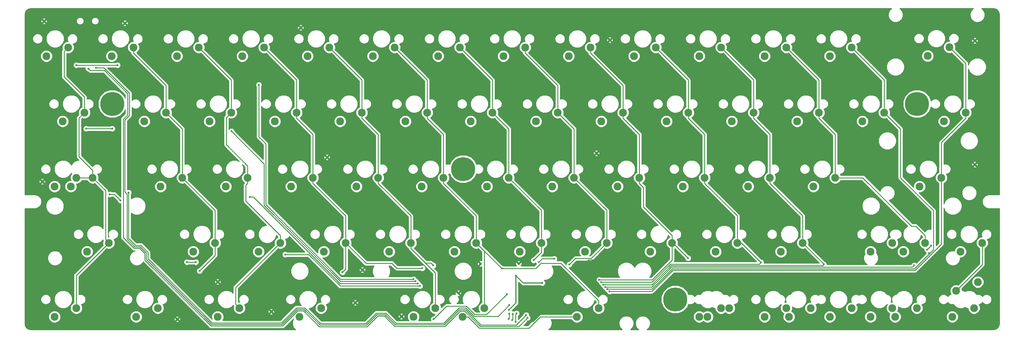
<source format=gtl>
G04 #@! TF.FileFunction,Copper,L1,Top,Signal*
%FSLAX46Y46*%
G04 Gerber Fmt 4.6, Leading zero omitted, Abs format (unit mm)*
G04 Created by KiCad (PCBNEW 4.0.5+dfsg1-4) date Wed May  9 21:18:07 2018*
%MOMM*%
%LPD*%
G01*
G04 APERTURE LIST*
%ADD10C,0.100000*%
%ADD11C,0.600000*%
%ADD12C,2.286000*%
%ADD13C,7.000000*%
%ADD14C,0.250000*%
%ADD15C,0.300000*%
%ADD16C,0.254000*%
G04 APERTURE END LIST*
D10*
D11*
X34375000Y-94162500D03*
X34875000Y-47262500D03*
X58475000Y-47862500D03*
X109775000Y-49162500D03*
X117475000Y-87062500D03*
X196075000Y-85862500D03*
X199975000Y-52762500D03*
X306475000Y-52962500D03*
X306475000Y-89162500D03*
X127775000Y-119962500D03*
X155775000Y-126762500D03*
X162275000Y-118162500D03*
X173375000Y-118162500D03*
X139175000Y-133562500D03*
X125675000Y-129562500D03*
X101175000Y-132162500D03*
X73775000Y-134362500D03*
D12*
X109378750Y-133667500D03*
X115728750Y-131127500D03*
X157003750Y-133667500D03*
X163353750Y-131127500D03*
X85566250Y-133667500D03*
X91916250Y-131127500D03*
X211772500Y-114617500D03*
X218122500Y-112077500D03*
X116522500Y-114617500D03*
X122872500Y-112077500D03*
X106997500Y-95567500D03*
X113347500Y-93027500D03*
X290353750Y-95567500D03*
X296703750Y-93027500D03*
X142716250Y-133667500D03*
X149066250Y-131127500D03*
X97472500Y-114617500D03*
X103822500Y-112077500D03*
X40322500Y-76517500D03*
X46672500Y-73977500D03*
X54610000Y-57467500D03*
X60960000Y-54927500D03*
X168910000Y-57467500D03*
X175260000Y-54927500D03*
X73660000Y-57467500D03*
X80010000Y-54927500D03*
X35560000Y-57467500D03*
X41910000Y-54927500D03*
X226060000Y-57467500D03*
X232410000Y-54927500D03*
X245110000Y-57467500D03*
X251460000Y-54927500D03*
X264160000Y-57467500D03*
X270510000Y-54927500D03*
X235585000Y-76517500D03*
X241935000Y-73977500D03*
X254635000Y-76517500D03*
X260985000Y-73977500D03*
X273685000Y-76517500D03*
X280035000Y-73977500D03*
X297497500Y-76517500D03*
X303847500Y-73977500D03*
X240347500Y-95567500D03*
X246697500Y-93027500D03*
X259397500Y-95567500D03*
X265747500Y-93027500D03*
X92710000Y-57467500D03*
X99060000Y-54927500D03*
X249872500Y-114617500D03*
X256222500Y-112077500D03*
X111760000Y-57467500D03*
X118110000Y-54927500D03*
X130810000Y-57467500D03*
X137160000Y-54927500D03*
X149860000Y-57467500D03*
X156210000Y-54927500D03*
X187960000Y-57467500D03*
X194310000Y-54927500D03*
X207010000Y-57467500D03*
X213360000Y-54927500D03*
X64135000Y-76517500D03*
X70485000Y-73977500D03*
X83185000Y-76517500D03*
X89535000Y-73977500D03*
X102235000Y-76517500D03*
X108585000Y-73977500D03*
X121285000Y-76517500D03*
X127635000Y-73977500D03*
X140335000Y-76517500D03*
X146685000Y-73977500D03*
X159385000Y-76517500D03*
X165735000Y-73977500D03*
X178435000Y-76517500D03*
X184785000Y-73977500D03*
X197485000Y-76517500D03*
X203835000Y-73977500D03*
X216535000Y-76517500D03*
X222885000Y-73977500D03*
X42703750Y-95567500D03*
X49053750Y-93027500D03*
X68897500Y-95567500D03*
X75247500Y-93027500D03*
X87947500Y-95567500D03*
X94297500Y-93027500D03*
X126047500Y-95567500D03*
X132397500Y-93027500D03*
X145097500Y-95567500D03*
X151447500Y-93027500D03*
X164147500Y-95567500D03*
X170497500Y-93027500D03*
X183197500Y-95567500D03*
X189547500Y-93027500D03*
X202247500Y-95567500D03*
X208597500Y-93027500D03*
X221297500Y-95567500D03*
X227647500Y-93027500D03*
X135572500Y-114617500D03*
X141922500Y-112077500D03*
X154622500Y-114617500D03*
X160972500Y-112077500D03*
X173672500Y-114617500D03*
X180022500Y-112077500D03*
X192722500Y-114617500D03*
X199072500Y-112077500D03*
X230822500Y-114617500D03*
X237172500Y-112077500D03*
X37941250Y-133667500D03*
X44291250Y-131127500D03*
X61753750Y-133667500D03*
X68103750Y-131127500D03*
D13*
X54768750Y-71437500D03*
X157162500Y-90487500D03*
X289622500Y-71437500D03*
X219075000Y-128587500D03*
D12*
X276066250Y-133667500D03*
X282416250Y-131127500D03*
X299878750Y-133667500D03*
X306228750Y-131127500D03*
X47466250Y-114617500D03*
X53816250Y-112077500D03*
X228441250Y-133667500D03*
X234791250Y-131127500D03*
X252253750Y-133667500D03*
X258603750Y-131127500D03*
X37941250Y-95567500D03*
X44291250Y-93027500D03*
X190341250Y-133667500D03*
X196691250Y-131127500D03*
X292718572Y-57404362D03*
X299068572Y-54864362D03*
X285591250Y-114617500D03*
X291941250Y-112077500D03*
X78422500Y-114617500D03*
X84772500Y-112077500D03*
D11*
X85575000Y-123462500D03*
D12*
X264160000Y-133667500D03*
X270510000Y-131127500D03*
X283210000Y-133667500D03*
X289560000Y-131127500D03*
X307340000Y-123507500D03*
X300990000Y-126047500D03*
X226060000Y-133667500D03*
X232410000Y-131127500D03*
X245110000Y-133667500D03*
X251460000Y-131127500D03*
X276066250Y-114617500D03*
X282416250Y-112077500D03*
X302260000Y-114617500D03*
X308610000Y-112077500D03*
D11*
X179975000Y-132662500D03*
X176075000Y-135062500D03*
X195475000Y-117062500D03*
X190075000Y-120762500D03*
X170575000Y-131662500D03*
X180275000Y-123762500D03*
X172575000Y-121662500D03*
X142675000Y-122662500D03*
X44324996Y-60112500D03*
X56325000Y-60112500D03*
X97575000Y-65862500D03*
X143326359Y-123300125D03*
X47175000Y-78662500D03*
X54775000Y-78662500D03*
X89575000Y-79462500D03*
X143974986Y-123962500D03*
X57175000Y-99662500D03*
X94975000Y-98662464D03*
X54075000Y-97862500D03*
X293775000Y-112862500D03*
X292575000Y-114062500D03*
X144574994Y-124662500D03*
X79175002Y-117662500D03*
X76575000Y-117662500D03*
X105245000Y-115472500D03*
X169964385Y-127072194D03*
X148575000Y-134362500D03*
X172475000Y-135162500D03*
X172775000Y-132662500D03*
X262375000Y-118362500D03*
X198075000Y-124262500D03*
X198675000Y-124962500D03*
X288775000Y-118662500D03*
X293175000Y-115062500D03*
X199277751Y-125587510D03*
X199875000Y-126262500D03*
X171475000Y-134662500D03*
X171675000Y-132862500D03*
X80275000Y-120262500D03*
X170475000Y-134262500D03*
X170675000Y-132762500D03*
X145275000Y-119462500D03*
X121975000Y-120662500D03*
X148475000Y-118662500D03*
X168475000Y-119562500D03*
X177735777Y-117146874D03*
X188175000Y-118362500D03*
X196875000Y-122862500D03*
X222825004Y-116547490D03*
X244075000Y-117762500D03*
X197475000Y-123562500D03*
X175575000Y-133162500D03*
X50075000Y-60862500D03*
X175975000Y-133987490D03*
X47825000Y-61112500D03*
X170675000Y-130262500D03*
X59575000Y-97362500D03*
X183775000Y-116712482D03*
X179275000Y-117662500D03*
D14*
X179675001Y-132962499D02*
X179975000Y-132662500D01*
X177575000Y-135062500D02*
X179675001Y-132962499D01*
X176075000Y-135062500D02*
X177575000Y-135062500D01*
X195050736Y-117062500D02*
X195475000Y-117062500D01*
X190075000Y-120762500D02*
X193775000Y-117062500D01*
X193775000Y-117062500D02*
X195050736Y-117062500D01*
D15*
X172575000Y-121662500D02*
X172575000Y-129662500D01*
X172575000Y-129662500D02*
X170575000Y-131662500D01*
X172575000Y-121662500D02*
X174675000Y-123762500D01*
X174675000Y-123762500D02*
X180275000Y-123762500D01*
D14*
X97575000Y-65862500D02*
X97575000Y-81112500D01*
X142250736Y-122662500D02*
X142675000Y-122662500D01*
X121375000Y-122662500D02*
X142250736Y-122662500D01*
X99575000Y-100862500D02*
X121375000Y-122662500D01*
X99575000Y-83112500D02*
X99575000Y-100862500D01*
X97575000Y-81112500D02*
X99575000Y-83112500D01*
X56325000Y-60112500D02*
X44324996Y-60112500D01*
X142902095Y-123300125D02*
X143326359Y-123300125D01*
X99124989Y-89012489D02*
X99124989Y-101075311D01*
X99124989Y-101075311D02*
X121349803Y-123300125D01*
X89575000Y-79462500D02*
X99124989Y-89012489D01*
X121349803Y-123300125D02*
X142902095Y-123300125D01*
X54775000Y-78662500D02*
X47175000Y-78662500D01*
X121275000Y-123962500D02*
X143550722Y-123962500D01*
X95974964Y-98662464D02*
X121275000Y-123962500D01*
X94975000Y-98662464D02*
X95974964Y-98662464D01*
X143550722Y-123962500D02*
X143974986Y-123962500D01*
X56875001Y-99362501D02*
X57175000Y-99662500D01*
X55375000Y-97862500D02*
X56875001Y-99362501D01*
X54075000Y-97862500D02*
X55375000Y-97862500D01*
X292575000Y-114062500D02*
X293775000Y-112862500D01*
X144150730Y-124662500D02*
X144574994Y-124662500D01*
X121321424Y-124662500D02*
X144150730Y-124662500D01*
X112131424Y-115472500D02*
X121321424Y-124662500D01*
X105245000Y-115472500D02*
X112131424Y-115472500D01*
X76575000Y-117662500D02*
X79175002Y-117662500D01*
X169664386Y-127372193D02*
X169964385Y-127072194D01*
X160586776Y-133062500D02*
X163974079Y-133062500D01*
X158086776Y-130562500D02*
X160586776Y-133062500D01*
X163974079Y-133062500D02*
X169664386Y-127372193D01*
X152375000Y-130562500D02*
X158086776Y-130562500D01*
X148575000Y-134362500D02*
X152375000Y-130562500D01*
X190341250Y-133667500D02*
X179670000Y-133667500D01*
X179670000Y-133667500D02*
X176375000Y-136962500D01*
X176375000Y-136962500D02*
X161915196Y-136962500D01*
X161915196Y-136962500D02*
X158620196Y-133667500D01*
X158620196Y-133667500D02*
X157003750Y-133667500D01*
X172775000Y-132662500D02*
X172475000Y-132962500D01*
X172475000Y-132962500D02*
X172475000Y-135162500D01*
X44291250Y-93027500D02*
X49053750Y-93027500D01*
X53816250Y-112077500D02*
X44291250Y-121602500D01*
X44291250Y-121602500D02*
X44291250Y-131127500D01*
X49053750Y-93027500D02*
X52825000Y-96798750D01*
X52825000Y-96798750D02*
X52825000Y-111086250D01*
X52825000Y-111086250D02*
X53816250Y-112077500D01*
X46672500Y-73977500D02*
X45075000Y-75575000D01*
X45075000Y-86886776D02*
X49053750Y-90865526D01*
X45075000Y-75575000D02*
X45075000Y-86886776D01*
X49053750Y-90865526D02*
X49053750Y-91411054D01*
X49053750Y-91411054D02*
X49053750Y-93027500D01*
X41910000Y-54927500D02*
X40767001Y-56070499D01*
X46672500Y-69460000D02*
X46672500Y-72361054D01*
X40767001Y-56070499D02*
X40767001Y-63554501D01*
X40767001Y-63554501D02*
X46672500Y-69460000D01*
X46672500Y-72361054D02*
X46672500Y-73977500D01*
X262420010Y-118317490D02*
X262375000Y-118362500D01*
X262462490Y-118317490D02*
X262420010Y-118317490D01*
X217797810Y-118712511D02*
X259575000Y-118712511D01*
X259575000Y-118712511D02*
X262067469Y-118712511D01*
X262067469Y-118712511D02*
X262462490Y-118317490D01*
X256222500Y-112077500D02*
X262462490Y-118317490D01*
X198075000Y-124262500D02*
X212247821Y-124262500D01*
X212247821Y-124262500D02*
X217797810Y-118712511D01*
X246697500Y-93027500D02*
X246697500Y-94643946D01*
X256222500Y-110461054D02*
X256222500Y-112077500D01*
X246697500Y-94643946D02*
X256222500Y-104168946D01*
X256222500Y-104168946D02*
X256222500Y-110461054D01*
X241935000Y-73977500D02*
X241935000Y-75593946D01*
X246697500Y-80356446D02*
X246697500Y-91411054D01*
X241935000Y-75593946D02*
X246697500Y-80356446D01*
X246697500Y-91411054D02*
X246697500Y-93027500D01*
X232410000Y-54927500D02*
X241935000Y-64452500D01*
X241935000Y-64452500D02*
X241935000Y-73977500D01*
X198675000Y-124962500D02*
X212184232Y-124962500D01*
X212184232Y-124962500D02*
X217984210Y-119162522D01*
X217984210Y-119162522D02*
X288274978Y-119162522D01*
X288274978Y-119162522D02*
X288475001Y-118962499D01*
X288475001Y-118962499D02*
X288775000Y-118662500D01*
X265747500Y-93027500D02*
X273774228Y-93027500D01*
X273774228Y-93027500D02*
X287965327Y-107218599D01*
X287965327Y-107218599D02*
X289244323Y-107218599D01*
X289244323Y-107218599D02*
X291941250Y-109915526D01*
X291941250Y-109915526D02*
X291941250Y-110461054D01*
X291941250Y-110461054D02*
X291941250Y-112077500D01*
X260985000Y-73977500D02*
X260985000Y-75593946D01*
X260985000Y-75593946D02*
X265747500Y-80356446D01*
X265747500Y-80356446D02*
X265747500Y-91411054D01*
X265747500Y-91411054D02*
X265747500Y-93027500D01*
X251460000Y-54927500D02*
X260985000Y-64452500D01*
X260985000Y-64452500D02*
X260985000Y-73977500D01*
X294387151Y-112549647D02*
X294400002Y-112562498D01*
X294387151Y-102617151D02*
X294387151Y-112549647D01*
X284797500Y-93027500D02*
X294387151Y-102617151D01*
X294400002Y-112562498D02*
X294400002Y-114037498D01*
X284797500Y-78740000D02*
X284797500Y-93027500D01*
X280035000Y-73977500D02*
X284797500Y-78740000D01*
X294400002Y-114037498D02*
X293475000Y-114962500D01*
X308610000Y-112077500D02*
X308610000Y-118427500D01*
X308610000Y-118427500D02*
X300990000Y-126047500D01*
X293475000Y-114962500D02*
X288824967Y-119612533D01*
X293475000Y-114962500D02*
X293275000Y-114962500D01*
X293275000Y-114962500D02*
X293175000Y-115062500D01*
X212249990Y-125587510D02*
X199702015Y-125587510D01*
X212605011Y-125232489D02*
X212249990Y-125587510D01*
X218204967Y-119612533D02*
X212605011Y-125212489D01*
X212605011Y-125212489D02*
X212605011Y-125232489D01*
X288824967Y-119612533D02*
X218204967Y-119612533D01*
X199702015Y-125587510D02*
X199277751Y-125587510D01*
X270510000Y-54927500D02*
X280035000Y-64452500D01*
X280035000Y-64452500D02*
X280035000Y-73977500D01*
X296703750Y-94643946D02*
X296703750Y-93027500D01*
X296703750Y-112433750D02*
X296703750Y-94643946D01*
X218391367Y-120062544D02*
X289074956Y-120062544D01*
X213055022Y-125398889D02*
X218391367Y-120062544D01*
X213055022Y-125418889D02*
X213055022Y-125398889D01*
X212211411Y-126262500D02*
X213055022Y-125418889D01*
X199875000Y-126262500D02*
X212211411Y-126262500D01*
X289074956Y-120062544D02*
X296703750Y-112433750D01*
X299068572Y-54864362D02*
X303847500Y-59643290D01*
X303847500Y-59643290D02*
X303847500Y-73977500D01*
X303847500Y-73977500D02*
X303847500Y-75593946D01*
X303847500Y-75593946D02*
X296703750Y-82737696D01*
X296703750Y-82737696D02*
X296703750Y-91411054D01*
X296703750Y-91411054D02*
X296703750Y-93027500D01*
X171675000Y-132862500D02*
X171675000Y-134462500D01*
X171675000Y-134462500D02*
X171475000Y-134662500D01*
X80275000Y-120262500D02*
X84772500Y-115765000D01*
X84772500Y-115765000D02*
X84772500Y-112077500D01*
X75247500Y-93027500D02*
X84772500Y-102552500D01*
X84772500Y-102552500D02*
X84772500Y-112077500D01*
X70485000Y-73977500D02*
X75247500Y-78740000D01*
X75247500Y-78740000D02*
X75247500Y-93027500D01*
X60960000Y-54927500D02*
X60960000Y-56543946D01*
X60960000Y-56543946D02*
X70485000Y-66068946D01*
X70485000Y-66068946D02*
X70485000Y-72361054D01*
X70485000Y-72361054D02*
X70485000Y-73977500D01*
X170675000Y-132762500D02*
X170675000Y-134062500D01*
X170675000Y-134062500D02*
X170475000Y-134262500D01*
X91916250Y-131127500D02*
X90773251Y-129984501D01*
X90773251Y-129984501D02*
X90773251Y-125126749D01*
X90773251Y-125126749D02*
X102679501Y-113220499D01*
X102679501Y-113220499D02*
X103822500Y-112077500D01*
X93775000Y-95166446D02*
X93775000Y-99868026D01*
X93775000Y-99868026D02*
X103822500Y-109915526D01*
X103822500Y-109915526D02*
X103822500Y-110461054D01*
X103822500Y-110461054D02*
X103822500Y-112077500D01*
X94297500Y-93027500D02*
X94297500Y-94643946D01*
X94297500Y-94643946D02*
X93775000Y-95166446D01*
X89535000Y-73977500D02*
X88075000Y-75437500D01*
X88075000Y-75437500D02*
X88075000Y-83362500D01*
X88075000Y-83362500D02*
X94297500Y-89585000D01*
X94297500Y-89585000D02*
X94297500Y-91411054D01*
X94297500Y-91411054D02*
X94297500Y-93027500D01*
X80010000Y-54927500D02*
X89535000Y-64452500D01*
X89535000Y-64452500D02*
X89535000Y-73977500D01*
X136326099Y-118013599D02*
X137775000Y-119462500D01*
X137775000Y-119462500D02*
X145275000Y-119462500D01*
X128857500Y-118062500D02*
X128906401Y-118013599D01*
X128906401Y-118013599D02*
X136326099Y-118013599D01*
X122872500Y-112077500D02*
X128857500Y-118062500D01*
X121975000Y-120662500D02*
X122872500Y-119765000D01*
X122872500Y-119765000D02*
X122872500Y-112077500D01*
X122872500Y-112077500D02*
X122872500Y-114160000D01*
X113347500Y-93027500D02*
X113347500Y-94643946D01*
X113347500Y-94643946D02*
X122872500Y-104168946D01*
X122872500Y-104168946D02*
X122872500Y-110461054D01*
X122872500Y-110461054D02*
X122872500Y-112077500D01*
X108585000Y-73977500D02*
X108585000Y-75593946D01*
X108585000Y-75593946D02*
X113347500Y-80356446D01*
X113347500Y-80356446D02*
X113347500Y-91411054D01*
X113347500Y-91411054D02*
X113347500Y-93027500D01*
X99060000Y-54927500D02*
X108585000Y-64452500D01*
X108585000Y-64452500D02*
X108585000Y-73977500D01*
X146191054Y-117962500D02*
X149066250Y-120837696D01*
X141922500Y-113693946D02*
X146191054Y-117962500D01*
X146191054Y-117962500D02*
X147775000Y-117962500D01*
X147775000Y-117962500D02*
X148475000Y-118662500D01*
X141922500Y-112077500D02*
X141922500Y-113693946D01*
X149066250Y-120837696D02*
X149066250Y-129511054D01*
X149066250Y-129511054D02*
X149066250Y-131127500D01*
X132397500Y-93027500D02*
X132397500Y-94643946D01*
X132397500Y-94643946D02*
X141922500Y-104168946D01*
X141922500Y-104168946D02*
X141922500Y-110461054D01*
X141922500Y-110461054D02*
X141922500Y-112077500D01*
X127635000Y-73977500D02*
X127635000Y-75593946D01*
X127635000Y-75593946D02*
X132397500Y-80356446D01*
X132397500Y-80356446D02*
X132397500Y-91411054D01*
X132397500Y-91411054D02*
X132397500Y-93027500D01*
X118110000Y-54927500D02*
X127635000Y-64452500D01*
X127635000Y-64452500D02*
X127635000Y-73977500D01*
X196691250Y-129511054D02*
X196691250Y-131127500D01*
X185739323Y-118013599D02*
X196691250Y-128965526D01*
X179848905Y-118013599D02*
X185739323Y-118013599D01*
X196691250Y-128965526D02*
X196691250Y-129511054D01*
X168475000Y-119562500D02*
X178300004Y-119562500D01*
X178300004Y-119562500D02*
X179848905Y-118013599D01*
X163353750Y-114458750D02*
X163371250Y-114458750D01*
X163371250Y-114458750D02*
X168475000Y-119562500D01*
X160972500Y-112077500D02*
X163353750Y-114458750D01*
X163353750Y-114458750D02*
X163353750Y-131127500D01*
X151447500Y-93027500D02*
X151447500Y-94643946D01*
X151447500Y-94643946D02*
X160972500Y-104168946D01*
X160972500Y-104168946D02*
X160972500Y-110461054D01*
X160972500Y-110461054D02*
X160972500Y-112077500D01*
X146685000Y-73977500D02*
X146685000Y-75593946D01*
X146685000Y-75593946D02*
X151447500Y-80356446D01*
X151447500Y-80356446D02*
X151447500Y-91411054D01*
X151447500Y-91411054D02*
X151447500Y-93027500D01*
X137160000Y-54927500D02*
X146685000Y-64452500D01*
X146685000Y-64452500D02*
X146685000Y-73977500D01*
X180022500Y-112077500D02*
X180022500Y-114860151D01*
X180022500Y-114860151D02*
X178035776Y-116846875D01*
X178035776Y-116846875D02*
X177735777Y-117146874D01*
X170497500Y-93027500D02*
X180022500Y-102552500D01*
X180022500Y-102552500D02*
X180022500Y-112077500D01*
X165735000Y-73977500D02*
X170497500Y-78740000D01*
X170497500Y-78740000D02*
X170497500Y-93027500D01*
X156210000Y-54927500D02*
X165735000Y-64452500D01*
X165735000Y-64452500D02*
X165735000Y-73977500D01*
X188474999Y-118062501D02*
X188175000Y-118362500D01*
X189925011Y-116612489D02*
X188474999Y-118062501D01*
X194537511Y-116612489D02*
X189925011Y-116612489D01*
X199072500Y-112077500D02*
X194537511Y-116612489D01*
X189547500Y-93027500D02*
X199072500Y-102552500D01*
X199072500Y-102552500D02*
X199072500Y-112077500D01*
X184785000Y-73977500D02*
X189547500Y-78740000D01*
X189547500Y-78740000D02*
X189547500Y-93027500D01*
X175260000Y-54927500D02*
X175260000Y-56543946D01*
X175260000Y-56543946D02*
X184785000Y-66068946D01*
X184785000Y-66068946D02*
X184785000Y-72361054D01*
X184785000Y-72361054D02*
X184785000Y-73977500D01*
X222825004Y-116547490D02*
X218355014Y-112077500D01*
X218355014Y-112077500D02*
X218122500Y-112077500D01*
X196875000Y-122862500D02*
X212375000Y-122862500D01*
X212375000Y-122862500D02*
X218122500Y-117115000D01*
X218122500Y-117115000D02*
X218122500Y-112077500D01*
X208597500Y-93027500D02*
X208597500Y-94643946D01*
X208597500Y-94643946D02*
X209775000Y-95821446D01*
X209775000Y-95821446D02*
X209775000Y-101568026D01*
X209775000Y-101568026D02*
X218122500Y-109915526D01*
X218122500Y-109915526D02*
X218122500Y-111627491D01*
X203835000Y-73977500D02*
X203835000Y-75593946D01*
X203835000Y-75593946D02*
X208597500Y-80356446D01*
X208597500Y-80356446D02*
X208597500Y-91411054D01*
X208597500Y-91411054D02*
X208597500Y-93027500D01*
X194310000Y-54927500D02*
X194310000Y-56543946D01*
X194310000Y-56543946D02*
X203835000Y-66068946D01*
X203835000Y-66068946D02*
X203835000Y-72361054D01*
X203835000Y-72361054D02*
X203835000Y-73977500D01*
X244075000Y-117762500D02*
X238390000Y-112077500D01*
X238390000Y-112077500D02*
X237172500Y-112077500D01*
X197475000Y-123562500D02*
X212311410Y-123562500D01*
X212311410Y-123562500D02*
X217611410Y-118262500D01*
X217611410Y-118262500D02*
X243575000Y-118262500D01*
X243575000Y-118262500D02*
X244075000Y-117762500D01*
X227647500Y-93027500D02*
X227647500Y-94643946D01*
X227647500Y-94643946D02*
X237172500Y-104168946D01*
X237172500Y-104168946D02*
X237172500Y-110461054D01*
X237172500Y-110461054D02*
X237172500Y-112077500D01*
X222885000Y-73977500D02*
X222885000Y-75593946D01*
X222885000Y-75593946D02*
X227647500Y-80356446D01*
X227647500Y-80356446D02*
X227647500Y-91411054D01*
X227647500Y-91411054D02*
X227647500Y-93027500D01*
X213360000Y-54927500D02*
X222885000Y-64452500D01*
X222885000Y-64452500D02*
X222885000Y-73977500D01*
X162313932Y-136062478D02*
X172675022Y-136062478D01*
X58449998Y-97162502D02*
X59084639Y-97797143D01*
X128961400Y-136112511D02*
X132061400Y-133012511D01*
X104324686Y-135912511D02*
X108724686Y-131512511D01*
X115388600Y-136112511D02*
X128961400Y-136112511D01*
X156111410Y-131562500D02*
X157813954Y-131562500D01*
X64755011Y-115006100D02*
X64755011Y-116888922D01*
X62961400Y-113212489D02*
X64755011Y-115006100D01*
X64755011Y-116888922D02*
X83778600Y-135912511D01*
X59775011Y-68312510D02*
X59775011Y-74798900D01*
X59084639Y-110935730D02*
X61361398Y-113212489D01*
X108724686Y-131512511D02*
X110788601Y-131512511D01*
X175275001Y-133462499D02*
X175575000Y-133162500D01*
X110788601Y-131512511D02*
X115388600Y-136112511D01*
X59775011Y-74798900D02*
X58449998Y-76123913D01*
X132061400Y-133012511D02*
X134388602Y-133012511D01*
X52325000Y-60862500D02*
X59775011Y-68312510D01*
X58449998Y-76123913D02*
X58449998Y-97162502D01*
X134388602Y-133012511D02*
X137388600Y-136012511D01*
X172675022Y-136062478D02*
X175275001Y-133462499D01*
X61361398Y-113212489D02*
X62961400Y-113212489D01*
X151661400Y-136012511D02*
X156111410Y-131562500D01*
X137388600Y-136012511D02*
X151661400Y-136012511D01*
X59084639Y-97797143D02*
X59084639Y-110935730D01*
X83778600Y-135912511D02*
X104324686Y-135912511D01*
X50075000Y-60862500D02*
X52325000Y-60862500D01*
X157813954Y-131562500D02*
X162313932Y-136062478D01*
X108911086Y-131962522D02*
X110575022Y-131962522D01*
X64305000Y-117075322D02*
X83592200Y-136362522D01*
X175675001Y-134287489D02*
X175975000Y-133987490D01*
X173450001Y-136512489D02*
X175675001Y-134287489D01*
X115175022Y-136562522D02*
X129147800Y-136562522D01*
X156297810Y-132012511D02*
X157627554Y-132012511D01*
X151847800Y-136462522D02*
X156297810Y-132012511D01*
X137202200Y-136462522D02*
X151847800Y-136462522D01*
X134202202Y-133462522D02*
X137202200Y-136462522D01*
X129147800Y-136562522D02*
X132247800Y-133462522D01*
X110575022Y-131962522D02*
X115175022Y-136562522D01*
X83592200Y-136362522D02*
X104511086Y-136362522D01*
X132247800Y-133462522D02*
X134202202Y-133462522D01*
X104511086Y-136362522D02*
X108911086Y-131962522D01*
X64305000Y-115192500D02*
X64305000Y-117075322D01*
X62775000Y-113662500D02*
X64305000Y-115192500D01*
X162127532Y-136512489D02*
X173450001Y-136512489D01*
X61174998Y-113662500D02*
X62775000Y-113662500D01*
X57999987Y-110487489D02*
X61174998Y-113662500D01*
X59325000Y-74612500D02*
X57999987Y-75937513D01*
X59325000Y-68498910D02*
X59325000Y-74612500D01*
X52506795Y-61680705D02*
X59325000Y-68498910D01*
X47825000Y-61112500D02*
X48393205Y-61680705D01*
X57999987Y-75937513D02*
X57999987Y-110487489D01*
X48393205Y-61680705D02*
X52506795Y-61680705D01*
X157627554Y-132012511D02*
X162127532Y-136512489D01*
X61547798Y-112762478D02*
X59575000Y-110789680D01*
X63147800Y-112762478D02*
X61547798Y-112762478D01*
X134575000Y-132562500D02*
X131875000Y-132562500D01*
X137575000Y-135562500D02*
X134575000Y-132562500D01*
X65205022Y-116702522D02*
X65205022Y-114819700D01*
X157950366Y-131062500D02*
X155975000Y-131062500D01*
X83965000Y-135462500D02*
X65205022Y-116702522D01*
X104138286Y-135462500D02*
X83965000Y-135462500D01*
X108538286Y-131062500D02*
X104138286Y-135462500D01*
X115575000Y-135662500D02*
X110975000Y-131062500D01*
X59575000Y-97786764D02*
X59575000Y-97362500D01*
X128775000Y-135662500D02*
X115575000Y-135662500D01*
X65205022Y-114819700D02*
X63147800Y-112762478D01*
X151475000Y-135562500D02*
X137575000Y-135562500D01*
X110975000Y-131062500D02*
X108538286Y-131062500D01*
X155975000Y-131062500D02*
X151475000Y-135562500D01*
X160400376Y-133512511D02*
X157950366Y-131062500D01*
X170675000Y-130262500D02*
X167424989Y-133512511D01*
X131875000Y-132562500D02*
X128775000Y-135662500D01*
X167424989Y-133512511D02*
X160400376Y-133512511D01*
X59575000Y-110789680D02*
X59575000Y-97786764D01*
X180225018Y-116712482D02*
X183350736Y-116712482D01*
X179275000Y-117662500D02*
X180225018Y-116712482D01*
X183350736Y-116712482D02*
X183775000Y-116712482D01*
D16*
G36*
X281507756Y-44177928D02*
X281178376Y-44971164D01*
X281177626Y-45830067D01*
X281505622Y-46623877D01*
X282112428Y-47231744D01*
X282905664Y-47561124D01*
X283764567Y-47561874D01*
X284558377Y-47233878D01*
X285166244Y-46627072D01*
X285495624Y-45833836D01*
X285496374Y-44974933D01*
X285168378Y-44181123D01*
X284561572Y-43573256D01*
X284559751Y-43572500D01*
X305990243Y-43572500D01*
X305383756Y-44177928D01*
X305054376Y-44971164D01*
X305053626Y-45830067D01*
X305381622Y-46623877D01*
X305988428Y-47231744D01*
X306781664Y-47561124D01*
X307640567Y-47561874D01*
X308434377Y-47233878D01*
X309042244Y-46627072D01*
X309371624Y-45833836D01*
X309372374Y-44974933D01*
X309044378Y-44181123D01*
X308437572Y-43573256D01*
X308435751Y-43572500D01*
X311873819Y-43572500D01*
X312577988Y-43712568D01*
X313115667Y-44071834D01*
X313474932Y-44609512D01*
X313613800Y-45307644D01*
X313613800Y-97992578D01*
X310632878Y-97992578D01*
X310564291Y-98006221D01*
X310494363Y-98006221D01*
X309993169Y-98105915D01*
X309873178Y-98155617D01*
X309737229Y-98211929D01*
X309312338Y-98495832D01*
X309116450Y-98691720D01*
X308832547Y-99116611D01*
X308726533Y-99372551D01*
X308626839Y-99873745D01*
X308626839Y-100150775D01*
X308726533Y-100651969D01*
X308797975Y-100824444D01*
X308832547Y-100907909D01*
X309116450Y-101332800D01*
X309312338Y-101528688D01*
X309737229Y-101812591D01*
X309993169Y-101918605D01*
X310494363Y-102018299D01*
X310564291Y-102018299D01*
X310632878Y-102031942D01*
X313613800Y-102031942D01*
X313613800Y-135667356D01*
X313474932Y-136365488D01*
X313115667Y-136903166D01*
X312577988Y-137262432D01*
X311873819Y-137402500D01*
X210804507Y-137402500D01*
X211410994Y-136797072D01*
X211740374Y-136003836D01*
X211741124Y-135144933D01*
X211413128Y-134351123D01*
X211082198Y-134019614D01*
X224281692Y-134019614D01*
X224551806Y-134673340D01*
X225051529Y-135173936D01*
X225704782Y-135445191D01*
X226412114Y-135445808D01*
X227065840Y-135175694D01*
X227250509Y-134991347D01*
X227432779Y-135173936D01*
X228086032Y-135445191D01*
X228793364Y-135445808D01*
X229447090Y-135175694D01*
X229947686Y-134675971D01*
X230218941Y-134022718D01*
X230218943Y-134019614D01*
X243331692Y-134019614D01*
X243601806Y-134673340D01*
X244101529Y-135173936D01*
X244754782Y-135445191D01*
X245462114Y-135445808D01*
X246115840Y-135175694D01*
X246616436Y-134675971D01*
X246887691Y-134022718D01*
X246888308Y-133315386D01*
X246618194Y-132661660D01*
X246118471Y-132161064D01*
X245465218Y-131889809D01*
X244757886Y-131889192D01*
X244104160Y-132159306D01*
X243603564Y-132659029D01*
X243332309Y-133312282D01*
X243331692Y-134019614D01*
X230218943Y-134019614D01*
X230219558Y-133315386D01*
X229949444Y-132661660D01*
X229449721Y-132161064D01*
X228796468Y-131889809D01*
X228089136Y-131889192D01*
X227435410Y-132159306D01*
X227250741Y-132343653D01*
X227068471Y-132161064D01*
X226415218Y-131889809D01*
X225707886Y-131889192D01*
X225054160Y-132159306D01*
X224553564Y-132659029D01*
X224282309Y-133312282D01*
X224281692Y-134019614D01*
X211082198Y-134019614D01*
X210806322Y-133743256D01*
X210013086Y-133413876D01*
X209154183Y-133413126D01*
X208360373Y-133741122D01*
X207752506Y-134347928D01*
X207423126Y-135141164D01*
X207422376Y-136000067D01*
X207750372Y-136793877D01*
X208357178Y-137401744D01*
X208358999Y-137402500D01*
X206042007Y-137402500D01*
X206648494Y-136797072D01*
X206977874Y-136003836D01*
X206978624Y-135144933D01*
X206650628Y-134351123D01*
X206043822Y-133743256D01*
X205250586Y-133413876D01*
X204391683Y-133413126D01*
X203597873Y-133741122D01*
X202990006Y-134347928D01*
X202660626Y-135141164D01*
X202659876Y-136000067D01*
X202987872Y-136793877D01*
X203594678Y-137401744D01*
X203596499Y-137402500D01*
X182166007Y-137402500D01*
X182772494Y-136797072D01*
X183101874Y-136003836D01*
X183102624Y-135144933D01*
X182806186Y-134427500D01*
X188731477Y-134427500D01*
X188833056Y-134673340D01*
X189332779Y-135173936D01*
X189986032Y-135445191D01*
X190693364Y-135445808D01*
X191347090Y-135175694D01*
X191847686Y-134675971D01*
X192118941Y-134022718D01*
X192119558Y-133315386D01*
X191849444Y-132661660D01*
X191349721Y-132161064D01*
X190696468Y-131889809D01*
X189989136Y-131889192D01*
X189335410Y-132159306D01*
X188834814Y-132659029D01*
X188731640Y-132907500D01*
X179670000Y-132907500D01*
X179379161Y-132965352D01*
X179132599Y-133130099D01*
X176060198Y-136202500D01*
X174834792Y-136202500D01*
X176114680Y-134922612D01*
X176160167Y-134922652D01*
X176503943Y-134780607D01*
X176767192Y-134517817D01*
X176909838Y-134174289D01*
X176910162Y-133802323D01*
X176768117Y-133458547D01*
X176509968Y-133199947D01*
X176510162Y-132977333D01*
X176368117Y-132633557D01*
X176105327Y-132370308D01*
X175761799Y-132227662D01*
X175389833Y-132227338D01*
X175046057Y-132369383D01*
X174782808Y-132632173D01*
X174640162Y-132975701D01*
X174640121Y-133022577D01*
X173235000Y-134427698D01*
X173235000Y-133484104D01*
X173303943Y-133455617D01*
X173567192Y-133192827D01*
X173709838Y-132849299D01*
X173710162Y-132477333D01*
X173568117Y-132133557D01*
X173305327Y-131870308D01*
X172961799Y-131727662D01*
X172589833Y-131727338D01*
X172246057Y-131869383D01*
X172091944Y-132023227D01*
X171861799Y-131927662D01*
X171489833Y-131927338D01*
X171474865Y-131933523D01*
X171509838Y-131849299D01*
X171509848Y-131837810D01*
X173130079Y-130217579D01*
X173300245Y-129962907D01*
X173360000Y-129662500D01*
X173360000Y-128881767D01*
X186315092Y-128881767D01*
X186540830Y-129428095D01*
X186958456Y-129846451D01*
X187504389Y-130073142D01*
X188095517Y-130073658D01*
X188641845Y-129847920D01*
X189060201Y-129430294D01*
X189286892Y-128884361D01*
X189287408Y-128293233D01*
X189061670Y-127746905D01*
X188644044Y-127328549D01*
X188098111Y-127101858D01*
X187506983Y-127101342D01*
X186960655Y-127327080D01*
X186542299Y-127744706D01*
X186315608Y-128290639D01*
X186315092Y-128881767D01*
X173360000Y-128881767D01*
X173360000Y-123557657D01*
X174119919Y-124317576D01*
X174119921Y-124317579D01*
X174374594Y-124487745D01*
X174675000Y-124547500D01*
X179737494Y-124547500D01*
X179744673Y-124554692D01*
X180088201Y-124697338D01*
X180460167Y-124697662D01*
X180803943Y-124555617D01*
X181067192Y-124292827D01*
X181209838Y-123949299D01*
X181210162Y-123577333D01*
X181068117Y-123233557D01*
X180805327Y-122970308D01*
X180783540Y-122961261D01*
X181463876Y-122961855D01*
X182430457Y-122562472D01*
X183170623Y-121823596D01*
X183571692Y-120857715D01*
X183572605Y-119811874D01*
X183173222Y-118845293D01*
X183101653Y-118773599D01*
X185424521Y-118773599D01*
X192609284Y-125958362D01*
X192360624Y-125958145D01*
X191394043Y-126357528D01*
X190653877Y-127096404D01*
X190252808Y-128062285D01*
X190251895Y-129108126D01*
X190651278Y-130074707D01*
X191390154Y-130814873D01*
X192356035Y-131215942D01*
X193401876Y-131216855D01*
X194368457Y-130817472D01*
X195108623Y-130078596D01*
X195509692Y-129112715D01*
X195509913Y-128858991D01*
X195931250Y-129280328D01*
X195931250Y-129517727D01*
X195685410Y-129619306D01*
X195184814Y-130119029D01*
X194913559Y-130772282D01*
X194912942Y-131479614D01*
X195183056Y-132133340D01*
X195682779Y-132633936D01*
X196336032Y-132905191D01*
X197043364Y-132905808D01*
X197697090Y-132635694D01*
X198197686Y-132135971D01*
X198468941Y-131482718D01*
X198469558Y-130775386D01*
X198199444Y-130121660D01*
X198151435Y-130073567D01*
X198255517Y-130073658D01*
X198801845Y-129847920D01*
X199220201Y-129430294D01*
X199230125Y-129406394D01*
X214939284Y-129406394D01*
X215567474Y-130926729D01*
X216729653Y-132090938D01*
X218248889Y-132721780D01*
X219893894Y-132723216D01*
X221414229Y-132095026D01*
X222578438Y-130932847D01*
X222977732Y-129971240D01*
X223223139Y-130073142D01*
X223814267Y-130073658D01*
X224360595Y-129847920D01*
X224710869Y-129498257D01*
X225058456Y-129846451D01*
X225604389Y-130073142D01*
X226195517Y-130073658D01*
X226344209Y-130012220D01*
X226370028Y-130074707D01*
X227108904Y-130814873D01*
X228074785Y-131215942D01*
X229120626Y-131216855D01*
X229791081Y-130939829D01*
X230456035Y-131215942D01*
X230631922Y-131216096D01*
X230631692Y-131479614D01*
X230901806Y-132133340D01*
X231401529Y-132633936D01*
X232054782Y-132905191D01*
X232762114Y-132905808D01*
X233415840Y-132635694D01*
X233600509Y-132451347D01*
X233782779Y-132633936D01*
X234436032Y-132905191D01*
X235143364Y-132905808D01*
X235797090Y-132635694D01*
X236297686Y-132135971D01*
X236568941Y-131482718D01*
X236569558Y-130775386D01*
X236299444Y-130121660D01*
X236251435Y-130073567D01*
X236355517Y-130073658D01*
X236901845Y-129847920D01*
X237320201Y-129430294D01*
X237546892Y-128884361D01*
X237546894Y-128881767D01*
X241083842Y-128881767D01*
X241309580Y-129428095D01*
X241727206Y-129846451D01*
X242273139Y-130073142D01*
X242864267Y-130073658D01*
X243410595Y-129847920D01*
X243828951Y-129430294D01*
X243962726Y-129108126D01*
X245020645Y-129108126D01*
X245420028Y-130074707D01*
X246158904Y-130814873D01*
X247124785Y-131215942D01*
X248170626Y-131216855D01*
X249137207Y-130817472D01*
X249877373Y-130078596D01*
X249879470Y-130073546D01*
X249999022Y-130073650D01*
X249953564Y-130119029D01*
X249682309Y-130772282D01*
X249681692Y-131479614D01*
X249951806Y-132133340D01*
X250451529Y-132633936D01*
X250712702Y-132742385D01*
X250476059Y-133312282D01*
X250475442Y-134019614D01*
X250745556Y-134673340D01*
X251245279Y-135173936D01*
X251898532Y-135445191D01*
X252605864Y-135445808D01*
X253259590Y-135175694D01*
X253760186Y-134675971D01*
X254031441Y-134022718D01*
X254031443Y-134019614D01*
X262381692Y-134019614D01*
X262651806Y-134673340D01*
X263151529Y-135173936D01*
X263804782Y-135445191D01*
X264512114Y-135445808D01*
X265165840Y-135175694D01*
X265666436Y-134675971D01*
X265937691Y-134022718D01*
X265937693Y-134019614D01*
X274287942Y-134019614D01*
X274558056Y-134673340D01*
X275057779Y-135173936D01*
X275711032Y-135445191D01*
X276418364Y-135445808D01*
X277072090Y-135175694D01*
X277572686Y-134675971D01*
X277843941Y-134022718D01*
X277844558Y-133315386D01*
X277574444Y-132661660D01*
X277074721Y-132161064D01*
X276421468Y-131889809D01*
X275714136Y-131889192D01*
X275060410Y-132159306D01*
X274559814Y-132659029D01*
X274288559Y-133312282D01*
X274287942Y-134019614D01*
X265937693Y-134019614D01*
X265938308Y-133315386D01*
X265668194Y-132661660D01*
X265168471Y-132161064D01*
X264515218Y-131889809D01*
X263807886Y-131889192D01*
X263154160Y-132159306D01*
X262653564Y-132659029D01*
X262382309Y-133312282D01*
X262381692Y-134019614D01*
X254031443Y-134019614D01*
X254032058Y-133315386D01*
X253761944Y-132661660D01*
X253262221Y-132161064D01*
X253001048Y-132052615D01*
X253237691Y-131482718D01*
X253237693Y-131479614D01*
X256825442Y-131479614D01*
X257095556Y-132133340D01*
X257595279Y-132633936D01*
X258248532Y-132905191D01*
X258955864Y-132905808D01*
X259609590Y-132635694D01*
X260110186Y-132135971D01*
X260381441Y-131482718D01*
X260381443Y-131479614D01*
X268731692Y-131479614D01*
X269001806Y-132133340D01*
X269501529Y-132633936D01*
X270154782Y-132905191D01*
X270862114Y-132905808D01*
X271515840Y-132635694D01*
X272016436Y-132135971D01*
X272287691Y-131482718D01*
X272288308Y-130775386D01*
X272018194Y-130121660D01*
X271970185Y-130073567D01*
X272074267Y-130073658D01*
X272620595Y-129847920D01*
X272652815Y-129815756D01*
X272683456Y-129846451D01*
X273229389Y-130073142D01*
X273820517Y-130073658D01*
X274366845Y-129847920D01*
X274785201Y-129430294D01*
X274918976Y-129108126D01*
X275976895Y-129108126D01*
X276376278Y-130074707D01*
X277115154Y-130814873D01*
X278081035Y-131215942D01*
X279126876Y-131216855D01*
X280093457Y-130817472D01*
X280833623Y-130078596D01*
X280835720Y-130073546D01*
X280955272Y-130073650D01*
X280909814Y-130119029D01*
X280638559Y-130772282D01*
X280637942Y-131479614D01*
X280908056Y-132133340D01*
X281407779Y-132633936D01*
X281668952Y-132742385D01*
X281432309Y-133312282D01*
X281431692Y-134019614D01*
X281701806Y-134673340D01*
X282201529Y-135173936D01*
X282854782Y-135445191D01*
X283562114Y-135445808D01*
X284215840Y-135175694D01*
X284716436Y-134675971D01*
X284987691Y-134022718D01*
X284987693Y-134019614D01*
X298100442Y-134019614D01*
X298370556Y-134673340D01*
X298870279Y-135173936D01*
X299523532Y-135445191D01*
X300230864Y-135445808D01*
X300884590Y-135175694D01*
X301385186Y-134675971D01*
X301656441Y-134022718D01*
X301657058Y-133315386D01*
X301386944Y-132661660D01*
X300887221Y-132161064D01*
X300233968Y-131889809D01*
X299526636Y-131889192D01*
X298872910Y-132159306D01*
X298372314Y-132659029D01*
X298101059Y-133312282D01*
X298100442Y-134019614D01*
X284987693Y-134019614D01*
X284988308Y-133315386D01*
X284718194Y-132661660D01*
X284218471Y-132161064D01*
X283957298Y-132052615D01*
X284193941Y-131482718D01*
X284193943Y-131479614D01*
X287781692Y-131479614D01*
X288051806Y-132133340D01*
X288551529Y-132633936D01*
X289204782Y-132905191D01*
X289912114Y-132905808D01*
X290565840Y-132635694D01*
X291066436Y-132135971D01*
X291337691Y-131482718D01*
X291338308Y-130775386D01*
X291068194Y-130121660D01*
X291020185Y-130073567D01*
X291124267Y-130073658D01*
X291670595Y-129847920D01*
X292088951Y-129430294D01*
X292315642Y-128884361D01*
X292315644Y-128881767D01*
X295852592Y-128881767D01*
X296078330Y-129428095D01*
X296495956Y-129846451D01*
X297041889Y-130073142D01*
X297633017Y-130073658D01*
X298179345Y-129847920D01*
X298529619Y-129498257D01*
X298877206Y-129846451D01*
X299423139Y-130073142D01*
X300014267Y-130073658D01*
X300162959Y-130012220D01*
X300188778Y-130074707D01*
X300927654Y-130814873D01*
X301893535Y-131215942D01*
X302939376Y-131216855D01*
X303609831Y-130939829D01*
X304274785Y-131215942D01*
X304450672Y-131216096D01*
X304450442Y-131479614D01*
X304720556Y-132133340D01*
X305220279Y-132633936D01*
X305873532Y-132905191D01*
X306580864Y-132905808D01*
X307234590Y-132635694D01*
X307735186Y-132135971D01*
X308006441Y-131482718D01*
X308007058Y-130775386D01*
X307736944Y-130121660D01*
X307688935Y-130073567D01*
X307793017Y-130073658D01*
X308339345Y-129847920D01*
X308689619Y-129498257D01*
X309037206Y-129846451D01*
X309583139Y-130073142D01*
X310174267Y-130073658D01*
X310720595Y-129847920D01*
X311138951Y-129430294D01*
X311365642Y-128884361D01*
X311366158Y-128293233D01*
X311140420Y-127746905D01*
X310722794Y-127328549D01*
X310176861Y-127101858D01*
X309585733Y-127101342D01*
X309039405Y-127327080D01*
X308689131Y-127676743D01*
X308341544Y-127328549D01*
X307795611Y-127101858D01*
X307204483Y-127101342D01*
X307055791Y-127162780D01*
X307029972Y-127100293D01*
X306291096Y-126360127D01*
X305325215Y-125959058D01*
X304279374Y-125958145D01*
X303608919Y-126235171D01*
X302943965Y-125959058D01*
X302768078Y-125958904D01*
X302768308Y-125695386D01*
X302665567Y-125446735D01*
X304252688Y-123859614D01*
X305561692Y-123859614D01*
X305831806Y-124513340D01*
X306331529Y-125013936D01*
X306984782Y-125285191D01*
X307692114Y-125285808D01*
X308345840Y-125015694D01*
X308846436Y-124515971D01*
X309117691Y-123862718D01*
X309118308Y-123155386D01*
X308848194Y-122501660D01*
X308348471Y-122001064D01*
X307695218Y-121729809D01*
X306987886Y-121729192D01*
X306334160Y-121999306D01*
X305833564Y-122499029D01*
X305562309Y-123152282D01*
X305561692Y-123859614D01*
X304252688Y-123859614D01*
X309147401Y-118964901D01*
X309312148Y-118718340D01*
X309370000Y-118427500D01*
X309370000Y-113687273D01*
X309615840Y-113585694D01*
X310116436Y-113085971D01*
X310387691Y-112432718D01*
X310388308Y-111725386D01*
X310118194Y-111071660D01*
X310070185Y-111023567D01*
X310174267Y-111023658D01*
X310720595Y-110797920D01*
X311138951Y-110380294D01*
X311365642Y-109834361D01*
X311366158Y-109243233D01*
X311140420Y-108696905D01*
X310722794Y-108278549D01*
X310176861Y-108051858D01*
X309585733Y-108051342D01*
X309039405Y-108277080D01*
X308621049Y-108694706D01*
X308394358Y-109240639D01*
X308393842Y-109831767D01*
X308587097Y-110299479D01*
X308257886Y-110299192D01*
X307604160Y-110569306D01*
X307103564Y-111069029D01*
X306832309Y-111722282D01*
X306831692Y-112429614D01*
X307101806Y-113083340D01*
X307601529Y-113583936D01*
X307850000Y-113687110D01*
X307850000Y-118112698D01*
X301590881Y-124371817D01*
X301345218Y-124269809D01*
X300637886Y-124269192D01*
X299984160Y-124539306D01*
X299483564Y-125039029D01*
X299212309Y-125692282D01*
X299211692Y-126399614D01*
X299481806Y-127053340D01*
X299529815Y-127101433D01*
X299425733Y-127101342D01*
X298879405Y-127327080D01*
X298529131Y-127676743D01*
X298181544Y-127328549D01*
X297635611Y-127101858D01*
X297044483Y-127101342D01*
X296498155Y-127327080D01*
X296079799Y-127744706D01*
X295853108Y-128290639D01*
X295852592Y-128881767D01*
X292315644Y-128881767D01*
X292316158Y-128293233D01*
X292090420Y-127746905D01*
X291672794Y-127328549D01*
X291126861Y-127101858D01*
X290535733Y-127101342D01*
X289989405Y-127327080D01*
X289571049Y-127744706D01*
X289344358Y-128290639D01*
X289343842Y-128881767D01*
X289537097Y-129349479D01*
X289207886Y-129349192D01*
X288554160Y-129619306D01*
X288053564Y-130119029D01*
X287782309Y-130772282D01*
X287781692Y-131479614D01*
X284193943Y-131479614D01*
X284194558Y-130775386D01*
X284176953Y-130732779D01*
X284258904Y-130814873D01*
X285224785Y-131215942D01*
X286270626Y-131216855D01*
X287237207Y-130817472D01*
X287977373Y-130078596D01*
X288378442Y-129112715D01*
X288379355Y-128066874D01*
X287979972Y-127100293D01*
X287241096Y-126360127D01*
X286275215Y-125959058D01*
X285229374Y-125958145D01*
X284262793Y-126357528D01*
X283522627Y-127096404D01*
X283520530Y-127101454D01*
X283391983Y-127101342D01*
X282845655Y-127327080D01*
X282427299Y-127744706D01*
X282200608Y-128290639D01*
X282200092Y-128881767D01*
X282393347Y-129349479D01*
X282064136Y-129349192D01*
X281941604Y-129399821D01*
X282155642Y-128884361D01*
X282156158Y-128293233D01*
X281930420Y-127746905D01*
X281512794Y-127328549D01*
X280966861Y-127101858D01*
X280836822Y-127101744D01*
X280836222Y-127100293D01*
X280097346Y-126360127D01*
X279131465Y-125959058D01*
X278085624Y-125958145D01*
X277119043Y-126357528D01*
X276378877Y-127096404D01*
X275977808Y-128062285D01*
X275976895Y-129108126D01*
X274918976Y-129108126D01*
X275011892Y-128884361D01*
X275012408Y-128293233D01*
X274786670Y-127746905D01*
X274369044Y-127328549D01*
X273823111Y-127101858D01*
X273231983Y-127101342D01*
X272685655Y-127327080D01*
X272653435Y-127359244D01*
X272622794Y-127328549D01*
X272076861Y-127101858D01*
X271485733Y-127101342D01*
X270939405Y-127327080D01*
X270521049Y-127744706D01*
X270294358Y-128290639D01*
X270293842Y-128881767D01*
X270487097Y-129349479D01*
X270157886Y-129349192D01*
X269504160Y-129619306D01*
X269003564Y-130119029D01*
X268732309Y-130772282D01*
X268731692Y-131479614D01*
X260381443Y-131479614D01*
X260382058Y-130775386D01*
X260111944Y-130121660D01*
X260063935Y-130073567D01*
X260168017Y-130073658D01*
X260714345Y-129847920D01*
X260746565Y-129815756D01*
X260777206Y-129846451D01*
X261323139Y-130073142D01*
X261914267Y-130073658D01*
X262460595Y-129847920D01*
X262878951Y-129430294D01*
X263012726Y-129108126D01*
X264070645Y-129108126D01*
X264470028Y-130074707D01*
X265208904Y-130814873D01*
X266174785Y-131215942D01*
X267220626Y-131216855D01*
X268187207Y-130817472D01*
X268927373Y-130078596D01*
X269328442Y-129112715D01*
X269329355Y-128066874D01*
X268929972Y-127100293D01*
X268191096Y-126360127D01*
X267225215Y-125959058D01*
X266179374Y-125958145D01*
X265212793Y-126357528D01*
X264472627Y-127096404D01*
X264071558Y-128062285D01*
X264070645Y-129108126D01*
X263012726Y-129108126D01*
X263105642Y-128884361D01*
X263106158Y-128293233D01*
X262880420Y-127746905D01*
X262462794Y-127328549D01*
X261916861Y-127101858D01*
X261325733Y-127101342D01*
X260779405Y-127327080D01*
X260747185Y-127359244D01*
X260716544Y-127328549D01*
X260170611Y-127101858D01*
X259579483Y-127101342D01*
X259033155Y-127327080D01*
X258614799Y-127744706D01*
X258388108Y-128290639D01*
X258387592Y-128881767D01*
X258580847Y-129349479D01*
X258251636Y-129349192D01*
X257597910Y-129619306D01*
X257097314Y-130119029D01*
X256826059Y-130772282D01*
X256825442Y-131479614D01*
X253237693Y-131479614D01*
X253238308Y-130775386D01*
X253220703Y-130732779D01*
X253302654Y-130814873D01*
X254268535Y-131215942D01*
X255314376Y-131216855D01*
X256280957Y-130817472D01*
X257021123Y-130078596D01*
X257422192Y-129112715D01*
X257423105Y-128066874D01*
X257023722Y-127100293D01*
X256284846Y-126360127D01*
X255318965Y-125959058D01*
X254273124Y-125958145D01*
X253306543Y-126357528D01*
X252566377Y-127096404D01*
X252564280Y-127101454D01*
X252435733Y-127101342D01*
X251889405Y-127327080D01*
X251471049Y-127744706D01*
X251244358Y-128290639D01*
X251243842Y-128881767D01*
X251437097Y-129349479D01*
X251107886Y-129349192D01*
X250985354Y-129399821D01*
X251199392Y-128884361D01*
X251199908Y-128293233D01*
X250974170Y-127746905D01*
X250556544Y-127328549D01*
X250010611Y-127101858D01*
X249880572Y-127101744D01*
X249879972Y-127100293D01*
X249141096Y-126360127D01*
X248175215Y-125959058D01*
X247129374Y-125958145D01*
X246162793Y-126357528D01*
X245422627Y-127096404D01*
X245021558Y-128062285D01*
X245020645Y-129108126D01*
X243962726Y-129108126D01*
X244055642Y-128884361D01*
X244056158Y-128293233D01*
X243830420Y-127746905D01*
X243412794Y-127328549D01*
X242866861Y-127101858D01*
X242275733Y-127101342D01*
X241729405Y-127327080D01*
X241311049Y-127744706D01*
X241084358Y-128290639D01*
X241083842Y-128881767D01*
X237546894Y-128881767D01*
X237547408Y-128293233D01*
X237321670Y-127746905D01*
X236904044Y-127328549D01*
X236358111Y-127101858D01*
X235766983Y-127101342D01*
X235220655Y-127327080D01*
X234870381Y-127676743D01*
X234522794Y-127328549D01*
X233976861Y-127101858D01*
X233385733Y-127101342D01*
X233237041Y-127162780D01*
X233211222Y-127100293D01*
X232472346Y-126360127D01*
X231506465Y-125959058D01*
X230460624Y-125958145D01*
X229790169Y-126235171D01*
X229125215Y-125959058D01*
X228079374Y-125958145D01*
X227112793Y-126357528D01*
X226372627Y-127096404D01*
X226345030Y-127162864D01*
X226198111Y-127101858D01*
X225606983Y-127101342D01*
X225060655Y-127327080D01*
X224710381Y-127676743D01*
X224362794Y-127328549D01*
X223816861Y-127101858D01*
X223225733Y-127101342D01*
X222977404Y-127203949D01*
X222582526Y-126248271D01*
X221420347Y-125084062D01*
X219901111Y-124453220D01*
X218256106Y-124451784D01*
X216735771Y-125079974D01*
X215571562Y-126242153D01*
X214940720Y-127761389D01*
X214939284Y-129406394D01*
X199230125Y-129406394D01*
X199446892Y-128884361D01*
X199447408Y-128293233D01*
X199221670Y-127746905D01*
X198804044Y-127328549D01*
X198258111Y-127101858D01*
X197666983Y-127101342D01*
X197120655Y-127327080D01*
X196702299Y-127744706D01*
X196656215Y-127855689D01*
X188097960Y-119297434D01*
X188360167Y-119297662D01*
X188703943Y-119155617D01*
X188967192Y-118892827D01*
X189109838Y-118549299D01*
X189109879Y-118502423D01*
X190239813Y-117372489D01*
X194537511Y-117372489D01*
X194828350Y-117314637D01*
X195074912Y-117149890D01*
X197255188Y-114969614D01*
X209994192Y-114969614D01*
X210264306Y-115623340D01*
X210764029Y-116123936D01*
X211417282Y-116395191D01*
X212124614Y-116395808D01*
X212778340Y-116125694D01*
X213278936Y-115625971D01*
X213550191Y-114972718D01*
X213550808Y-114265386D01*
X213280694Y-113611660D01*
X212780971Y-113111064D01*
X212127718Y-112839809D01*
X211420386Y-112839192D01*
X210766660Y-113109306D01*
X210266064Y-113609029D01*
X209994809Y-114262282D01*
X209994192Y-114969614D01*
X197255188Y-114969614D01*
X198471619Y-113753183D01*
X198717282Y-113855191D01*
X199424614Y-113855808D01*
X200078340Y-113585694D01*
X200578936Y-113085971D01*
X200850191Y-112432718D01*
X200850808Y-111725386D01*
X200580694Y-111071660D01*
X200532685Y-111023567D01*
X200636767Y-111023658D01*
X201183095Y-110797920D01*
X201601451Y-110380294D01*
X201828142Y-109834361D01*
X201828144Y-109831767D01*
X207746342Y-109831767D01*
X207972080Y-110378095D01*
X208389706Y-110796451D01*
X208935639Y-111023142D01*
X209526767Y-111023658D01*
X210073095Y-110797920D01*
X210491451Y-110380294D01*
X210718142Y-109834361D01*
X210718658Y-109243233D01*
X210492920Y-108696905D01*
X210075294Y-108278549D01*
X209529361Y-108051858D01*
X208938233Y-108051342D01*
X208391905Y-108277080D01*
X207973549Y-108694706D01*
X207746858Y-109240639D01*
X207746342Y-109831767D01*
X201828144Y-109831767D01*
X201828658Y-109243233D01*
X201602920Y-108696905D01*
X201185294Y-108278549D01*
X200639361Y-108051858D01*
X200048233Y-108051342D01*
X199832500Y-108140481D01*
X199832500Y-102552500D01*
X199787508Y-102326312D01*
X199774648Y-102261660D01*
X199609901Y-102015099D01*
X193514416Y-95919614D01*
X200469192Y-95919614D01*
X200739306Y-96573340D01*
X201239029Y-97073936D01*
X201892282Y-97345191D01*
X202599614Y-97345808D01*
X203253340Y-97075694D01*
X203753936Y-96575971D01*
X204025191Y-95922718D01*
X204025808Y-95215386D01*
X203755694Y-94561660D01*
X203255971Y-94061064D01*
X202602718Y-93789809D01*
X201895386Y-93789192D01*
X201241660Y-94059306D01*
X200741064Y-94559029D01*
X200469809Y-95212282D01*
X200469192Y-95919614D01*
X193514416Y-95919614D01*
X191223183Y-93628381D01*
X191325191Y-93382718D01*
X191325808Y-92675386D01*
X191055694Y-92021660D01*
X191007685Y-91973567D01*
X191111767Y-91973658D01*
X191658095Y-91747920D01*
X192076451Y-91330294D01*
X192303142Y-90784361D01*
X192303144Y-90781767D01*
X198221342Y-90781767D01*
X198447080Y-91328095D01*
X198864706Y-91746451D01*
X199410639Y-91973142D01*
X200001767Y-91973658D01*
X200548095Y-91747920D01*
X200966451Y-91330294D01*
X201100226Y-91008126D01*
X202158145Y-91008126D01*
X202557528Y-91974707D01*
X203296404Y-92714873D01*
X204262285Y-93115942D01*
X205308126Y-93116855D01*
X206274707Y-92717472D01*
X207014873Y-91978596D01*
X207415942Y-91012715D01*
X207416855Y-89966874D01*
X207017472Y-89000293D01*
X206278596Y-88260127D01*
X205312715Y-87859058D01*
X204266874Y-87858145D01*
X203300293Y-88257528D01*
X202560127Y-88996404D01*
X202159058Y-89962285D01*
X202158145Y-91008126D01*
X201100226Y-91008126D01*
X201193142Y-90784361D01*
X201193658Y-90193233D01*
X200967920Y-89646905D01*
X200550294Y-89228549D01*
X200004361Y-89001858D01*
X199413233Y-89001342D01*
X198866905Y-89227080D01*
X198448549Y-89644706D01*
X198221858Y-90190639D01*
X198221342Y-90781767D01*
X192303144Y-90781767D01*
X192303658Y-90193233D01*
X192077920Y-89646905D01*
X191660294Y-89228549D01*
X191114361Y-89001858D01*
X190523233Y-89001342D01*
X190307500Y-89090481D01*
X190307500Y-86506924D01*
X195610181Y-86506924D01*
X195622393Y-86701525D01*
X195977927Y-86810863D01*
X196348239Y-86775822D01*
X196527607Y-86701525D01*
X196539819Y-86506924D01*
X196075000Y-86042105D01*
X195610181Y-86506924D01*
X190307500Y-86506924D01*
X190307500Y-85765427D01*
X195126637Y-85765427D01*
X195161678Y-86135739D01*
X195235975Y-86315107D01*
X195430576Y-86327319D01*
X195895395Y-85862500D01*
X196254605Y-85862500D01*
X196719424Y-86327319D01*
X196914025Y-86315107D01*
X197023363Y-85959573D01*
X196988322Y-85589261D01*
X196914025Y-85409893D01*
X196719424Y-85397681D01*
X196254605Y-85862500D01*
X195895395Y-85862500D01*
X195430576Y-85397681D01*
X195235975Y-85409893D01*
X195126637Y-85765427D01*
X190307500Y-85765427D01*
X190307500Y-85218076D01*
X195610181Y-85218076D01*
X196075000Y-85682895D01*
X196539819Y-85218076D01*
X196527607Y-85023475D01*
X196172073Y-84914137D01*
X195801761Y-84949178D01*
X195622393Y-85023475D01*
X195610181Y-85218076D01*
X190307500Y-85218076D01*
X190307500Y-78740000D01*
X190249648Y-78449161D01*
X190084901Y-78202599D01*
X188751916Y-76869614D01*
X195706692Y-76869614D01*
X195976806Y-77523340D01*
X196476529Y-78023936D01*
X197129782Y-78295191D01*
X197837114Y-78295808D01*
X198490840Y-78025694D01*
X198991436Y-77525971D01*
X199262691Y-76872718D01*
X199263308Y-76165386D01*
X198993194Y-75511660D01*
X198493471Y-75011064D01*
X197840218Y-74739809D01*
X197132886Y-74739192D01*
X196479160Y-75009306D01*
X195978564Y-75509029D01*
X195707309Y-76162282D01*
X195706692Y-76869614D01*
X188751916Y-76869614D01*
X186460683Y-74578381D01*
X186562691Y-74332718D01*
X186563308Y-73625386D01*
X186293194Y-72971660D01*
X186245185Y-72923567D01*
X186349267Y-72923658D01*
X186895595Y-72697920D01*
X187313951Y-72280294D01*
X187540642Y-71734361D01*
X187540644Y-71731767D01*
X193458842Y-71731767D01*
X193684580Y-72278095D01*
X194102206Y-72696451D01*
X194648139Y-72923142D01*
X195239267Y-72923658D01*
X195785595Y-72697920D01*
X196203951Y-72280294D01*
X196337726Y-71958126D01*
X197395645Y-71958126D01*
X197795028Y-72924707D01*
X198533904Y-73664873D01*
X199499785Y-74065942D01*
X200545626Y-74066855D01*
X201512207Y-73667472D01*
X202252373Y-72928596D01*
X202653442Y-71962715D01*
X202654355Y-70916874D01*
X202254972Y-69950293D01*
X201516096Y-69210127D01*
X200550215Y-68809058D01*
X199504374Y-68808145D01*
X198537793Y-69207528D01*
X197797627Y-69946404D01*
X197396558Y-70912285D01*
X197395645Y-71958126D01*
X196337726Y-71958126D01*
X196430642Y-71734361D01*
X196431158Y-71143233D01*
X196205420Y-70596905D01*
X195787794Y-70178549D01*
X195241861Y-69951858D01*
X194650733Y-69951342D01*
X194104405Y-70177080D01*
X193686049Y-70594706D01*
X193459358Y-71140639D01*
X193458842Y-71731767D01*
X187540644Y-71731767D01*
X187541158Y-71143233D01*
X187315420Y-70596905D01*
X186897794Y-70178549D01*
X186351861Y-69951858D01*
X185760733Y-69951342D01*
X185545000Y-70040481D01*
X185545000Y-66068946D01*
X185487148Y-65778107D01*
X185487148Y-65778106D01*
X185322401Y-65531545D01*
X177610470Y-57819614D01*
X186181692Y-57819614D01*
X186451806Y-58473340D01*
X186951529Y-58973936D01*
X187604782Y-59245191D01*
X188312114Y-59245808D01*
X188965840Y-58975694D01*
X189466436Y-58475971D01*
X189737691Y-57822718D01*
X189738308Y-57115386D01*
X189468194Y-56461660D01*
X188968471Y-55961064D01*
X188315218Y-55689809D01*
X187607886Y-55689192D01*
X186954160Y-55959306D01*
X186453564Y-56459029D01*
X186182309Y-57112282D01*
X186181692Y-57819614D01*
X177610470Y-57819614D01*
X176238038Y-56447182D01*
X176265840Y-56435694D01*
X176766436Y-55935971D01*
X177037691Y-55282718D01*
X177037693Y-55279614D01*
X192531692Y-55279614D01*
X192801806Y-55933340D01*
X193301529Y-56433936D01*
X193550000Y-56537110D01*
X193550000Y-56543946D01*
X193607852Y-56834785D01*
X193772599Y-57081347D01*
X203075000Y-66383748D01*
X203075000Y-72367727D01*
X202829160Y-72469306D01*
X202328564Y-72969029D01*
X202057309Y-73622282D01*
X202056692Y-74329614D01*
X202326806Y-74983340D01*
X202826529Y-75483936D01*
X203075000Y-75587110D01*
X203075000Y-75593946D01*
X203132852Y-75884785D01*
X203297599Y-76131347D01*
X207837500Y-80671248D01*
X207837500Y-91417727D01*
X207591660Y-91519306D01*
X207091064Y-92019029D01*
X206819809Y-92672282D01*
X206819192Y-93379614D01*
X207089306Y-94033340D01*
X207589029Y-94533936D01*
X207837500Y-94637110D01*
X207837500Y-94643946D01*
X207895352Y-94934785D01*
X208060099Y-95181347D01*
X209015000Y-96136248D01*
X209015000Y-101568026D01*
X209072852Y-101858865D01*
X209237599Y-102105427D01*
X214040534Y-106908362D01*
X213791874Y-106908145D01*
X212825293Y-107307528D01*
X212085127Y-108046404D01*
X211684058Y-109012285D01*
X211683145Y-110058126D01*
X212082528Y-111024707D01*
X212821404Y-111764873D01*
X213787285Y-112165942D01*
X214833126Y-112166855D01*
X215799707Y-111767472D01*
X216539873Y-111028596D01*
X216940942Y-110062715D01*
X216941163Y-109808991D01*
X217362500Y-110230328D01*
X217362500Y-110467727D01*
X217116660Y-110569306D01*
X216616064Y-111069029D01*
X216344809Y-111722282D01*
X216344192Y-112429614D01*
X216614306Y-113083340D01*
X217114029Y-113583936D01*
X217362500Y-113687110D01*
X217362500Y-116800198D01*
X212060198Y-122102500D01*
X211529732Y-122102500D01*
X211809123Y-121823596D01*
X212210192Y-120857715D01*
X212211105Y-119811874D01*
X211811722Y-118845293D01*
X211072846Y-118105127D01*
X210106965Y-117704058D01*
X209061124Y-117703145D01*
X208094543Y-118102528D01*
X207354377Y-118841404D01*
X207200617Y-119211698D01*
X207049222Y-118845293D01*
X206310346Y-118105127D01*
X205344465Y-117704058D01*
X204298624Y-117703145D01*
X203332043Y-118102528D01*
X202591877Y-118841404D01*
X202190808Y-119807285D01*
X202189895Y-120853126D01*
X202589278Y-121819707D01*
X202871578Y-122102500D01*
X197437463Y-122102500D01*
X197405327Y-122070308D01*
X197061799Y-121927662D01*
X196689833Y-121927338D01*
X196346057Y-122069383D01*
X196082808Y-122332173D01*
X195940162Y-122675701D01*
X195939838Y-123047667D01*
X196081883Y-123391443D01*
X196344673Y-123654692D01*
X196539848Y-123735736D01*
X196539838Y-123747667D01*
X196681883Y-124091443D01*
X196944673Y-124354692D01*
X197139848Y-124435736D01*
X197139838Y-124447667D01*
X197281883Y-124791443D01*
X197544673Y-125054692D01*
X197739848Y-125135736D01*
X197739838Y-125147667D01*
X197881883Y-125491443D01*
X198144673Y-125754692D01*
X198374608Y-125850170D01*
X198484634Y-126116453D01*
X198747424Y-126379702D01*
X198945790Y-126462071D01*
X199081883Y-126791443D01*
X199344673Y-127054692D01*
X199688201Y-127197338D01*
X200060167Y-127197662D01*
X200403943Y-127055617D01*
X200437118Y-127022500D01*
X212211411Y-127022500D01*
X212502250Y-126964648D01*
X212748812Y-126799901D01*
X213592423Y-125956290D01*
X213632696Y-125896017D01*
X218706169Y-120822544D01*
X289074956Y-120822544D01*
X289365795Y-120764692D01*
X289612357Y-120599945D01*
X293262235Y-116950067D01*
X297909876Y-116950067D01*
X298237872Y-117743877D01*
X298844678Y-118351744D01*
X299637914Y-118681124D01*
X300496817Y-118681874D01*
X301290627Y-118353878D01*
X301898494Y-117747072D01*
X302227874Y-116953836D01*
X302228362Y-116395473D01*
X302612114Y-116395808D01*
X303265840Y-116125694D01*
X303766436Y-115625971D01*
X304037691Y-114972718D01*
X304038308Y-114265386D01*
X303768194Y-113611660D01*
X303268471Y-113111064D01*
X302615218Y-112839809D01*
X301907886Y-112839192D01*
X301254160Y-113109306D01*
X300753564Y-113609029D01*
X300482309Y-114262282D01*
X300482220Y-114363860D01*
X299641683Y-114363126D01*
X298847873Y-114691122D01*
X298240006Y-115297928D01*
X297910626Y-116091164D01*
X297909876Y-116950067D01*
X293262235Y-116950067D01*
X297241151Y-112971151D01*
X297405898Y-112724589D01*
X297463750Y-112433750D01*
X297463750Y-109831767D01*
X298233842Y-109831767D01*
X298459580Y-110378095D01*
X298877206Y-110796451D01*
X299423139Y-111023142D01*
X300014267Y-111023658D01*
X300560595Y-110797920D01*
X300978951Y-110380294D01*
X301112726Y-110058126D01*
X302170645Y-110058126D01*
X302570028Y-111024707D01*
X303308904Y-111764873D01*
X304274785Y-112165942D01*
X305320626Y-112166855D01*
X306287207Y-111767472D01*
X307027373Y-111028596D01*
X307428442Y-110062715D01*
X307429355Y-109016874D01*
X307029972Y-108050293D01*
X306291096Y-107310127D01*
X305325215Y-106909058D01*
X304279374Y-106908145D01*
X303312793Y-107307528D01*
X302572627Y-108046404D01*
X302171558Y-109012285D01*
X302170645Y-110058126D01*
X301112726Y-110058126D01*
X301205642Y-109834361D01*
X301206158Y-109243233D01*
X300980420Y-108696905D01*
X300562794Y-108278549D01*
X300016861Y-108051858D01*
X299425733Y-108051342D01*
X298879405Y-108277080D01*
X298461049Y-108694706D01*
X298234358Y-109240639D01*
X298233842Y-109831767D01*
X297463750Y-109831767D01*
X297463750Y-101860860D01*
X297839278Y-102769707D01*
X298578154Y-103509873D01*
X299544035Y-103910942D01*
X300589876Y-103911855D01*
X301556457Y-103512472D01*
X302296623Y-102773596D01*
X302697692Y-101807715D01*
X302698605Y-100761874D01*
X302299222Y-99795293D01*
X301560346Y-99055127D01*
X300594465Y-98654058D01*
X299548624Y-98653145D01*
X298582043Y-99052528D01*
X297841877Y-99791404D01*
X297463750Y-100702035D01*
X297463750Y-97900067D01*
X302672376Y-97900067D01*
X303000372Y-98693877D01*
X303607178Y-99301744D01*
X304400414Y-99631124D01*
X305259317Y-99631874D01*
X306053127Y-99303878D01*
X306660994Y-98697072D01*
X306990374Y-97903836D01*
X306991124Y-97044933D01*
X306663128Y-96251123D01*
X306056322Y-95643256D01*
X305263086Y-95313876D01*
X304404183Y-95313126D01*
X303610373Y-95641122D01*
X303002506Y-96247928D01*
X302673126Y-97041164D01*
X302672376Y-97900067D01*
X297463750Y-97900067D01*
X297463750Y-94637273D01*
X297709590Y-94535694D01*
X298210186Y-94035971D01*
X298481441Y-93382718D01*
X298482058Y-92675386D01*
X298211944Y-92021660D01*
X298163935Y-91973567D01*
X298268017Y-91973658D01*
X298814345Y-91747920D01*
X299232701Y-91330294D01*
X299459392Y-90784361D01*
X299459908Y-90193233D01*
X299300289Y-89806924D01*
X306010181Y-89806924D01*
X306022393Y-90001525D01*
X306377927Y-90110863D01*
X306748239Y-90075822D01*
X306927607Y-90001525D01*
X306939819Y-89806924D01*
X306475000Y-89342105D01*
X306010181Y-89806924D01*
X299300289Y-89806924D01*
X299234170Y-89646905D01*
X298816544Y-89228549D01*
X298423703Y-89065427D01*
X305526637Y-89065427D01*
X305561678Y-89435739D01*
X305635975Y-89615107D01*
X305830576Y-89627319D01*
X306295395Y-89162500D01*
X306654605Y-89162500D01*
X307119424Y-89627319D01*
X307314025Y-89615107D01*
X307423363Y-89259573D01*
X307388322Y-88889261D01*
X307314025Y-88709893D01*
X307119424Y-88697681D01*
X306654605Y-89162500D01*
X306295395Y-89162500D01*
X305830576Y-88697681D01*
X305635975Y-88709893D01*
X305526637Y-89065427D01*
X298423703Y-89065427D01*
X298270611Y-89001858D01*
X297679483Y-89001342D01*
X297463750Y-89090481D01*
X297463750Y-88518076D01*
X306010181Y-88518076D01*
X306475000Y-88982895D01*
X306939819Y-88518076D01*
X306927607Y-88323475D01*
X306572073Y-88214137D01*
X306201761Y-88249178D01*
X306022393Y-88323475D01*
X306010181Y-88518076D01*
X297463750Y-88518076D01*
X297463750Y-83052498D01*
X297763122Y-82753126D01*
X302202395Y-82753126D01*
X302601778Y-83719707D01*
X303340654Y-84459873D01*
X304306535Y-84860942D01*
X305352376Y-84861855D01*
X306318957Y-84462472D01*
X307059123Y-83723596D01*
X307460192Y-82757715D01*
X307461105Y-81711874D01*
X307061722Y-80745293D01*
X306322846Y-80005127D01*
X305356965Y-79604058D01*
X304311124Y-79603145D01*
X303344543Y-80002528D01*
X302604377Y-80741404D01*
X302203308Y-81707285D01*
X302202395Y-82753126D01*
X297763122Y-82753126D01*
X304384901Y-76131347D01*
X304549648Y-75884785D01*
X304607500Y-75593946D01*
X304607500Y-75587273D01*
X304853340Y-75485694D01*
X305353936Y-74985971D01*
X305625191Y-74332718D01*
X305625808Y-73625386D01*
X305355694Y-72971660D01*
X305307685Y-72923567D01*
X305411767Y-72923658D01*
X305958095Y-72697920D01*
X306376451Y-72280294D01*
X306603142Y-71734361D01*
X306603658Y-71143233D01*
X306377920Y-70596905D01*
X305960294Y-70178549D01*
X305414361Y-69951858D01*
X304823233Y-69951342D01*
X304607500Y-70040481D01*
X304607500Y-61220860D01*
X304983028Y-62129707D01*
X305721904Y-62869873D01*
X306687785Y-63270942D01*
X307733626Y-63271855D01*
X308700207Y-62872472D01*
X309440373Y-62133596D01*
X309841442Y-61167715D01*
X309842355Y-60121874D01*
X309442972Y-59155293D01*
X308704096Y-58415127D01*
X307738215Y-58014058D01*
X306692374Y-58013145D01*
X305725793Y-58412528D01*
X304985627Y-59151404D01*
X304607500Y-60062035D01*
X304607500Y-59643290D01*
X304549648Y-59352451D01*
X304384901Y-59105889D01*
X300744255Y-55465243D01*
X300846263Y-55219580D01*
X300846880Y-54512248D01*
X300576766Y-53858522D01*
X300528757Y-53810429D01*
X300632839Y-53810520D01*
X301125579Y-53606924D01*
X306010181Y-53606924D01*
X306022393Y-53801525D01*
X306377927Y-53910863D01*
X306748239Y-53875822D01*
X306927607Y-53801525D01*
X306939819Y-53606924D01*
X306475000Y-53142105D01*
X306010181Y-53606924D01*
X301125579Y-53606924D01*
X301179167Y-53584782D01*
X301597523Y-53167156D01*
X301722811Y-52865427D01*
X305526637Y-52865427D01*
X305561678Y-53235739D01*
X305635975Y-53415107D01*
X305830576Y-53427319D01*
X306295395Y-52962500D01*
X306654605Y-52962500D01*
X307119424Y-53427319D01*
X307314025Y-53415107D01*
X307423363Y-53059573D01*
X307388322Y-52689261D01*
X307314025Y-52509893D01*
X307119424Y-52497681D01*
X306654605Y-52962500D01*
X306295395Y-52962500D01*
X305830576Y-52497681D01*
X305635975Y-52509893D01*
X305526637Y-52865427D01*
X301722811Y-52865427D01*
X301824214Y-52621223D01*
X301824478Y-52318076D01*
X306010181Y-52318076D01*
X306475000Y-52782895D01*
X306939819Y-52318076D01*
X306927607Y-52123475D01*
X306572073Y-52014137D01*
X306201761Y-52049178D01*
X306022393Y-52123475D01*
X306010181Y-52318076D01*
X301824478Y-52318076D01*
X301824730Y-52030095D01*
X301598992Y-51483767D01*
X301181366Y-51065411D01*
X300635433Y-50838720D01*
X300044305Y-50838204D01*
X299497977Y-51063942D01*
X299079621Y-51481568D01*
X298852930Y-52027501D01*
X298852414Y-52618629D01*
X299045669Y-53086341D01*
X298716458Y-53086054D01*
X298062732Y-53356168D01*
X297562136Y-53855891D01*
X297290881Y-54509144D01*
X297290264Y-55216476D01*
X297560378Y-55870202D01*
X298060101Y-56370798D01*
X298713354Y-56642053D01*
X299420686Y-56642670D01*
X299669337Y-56539929D01*
X303087500Y-59958092D01*
X303087500Y-72367727D01*
X302841660Y-72469306D01*
X302341064Y-72969029D01*
X302069809Y-73622282D01*
X302069192Y-74329614D01*
X302339306Y-74983340D01*
X302839029Y-75483936D01*
X302869892Y-75496752D01*
X296166349Y-82200295D01*
X296001602Y-82446857D01*
X295943750Y-82737696D01*
X295943750Y-91417727D01*
X295697910Y-91519306D01*
X295197314Y-92019029D01*
X294926059Y-92672282D01*
X294925442Y-93379614D01*
X295195556Y-94033340D01*
X295695279Y-94533936D01*
X295943750Y-94637110D01*
X295943750Y-112118948D01*
X295160002Y-112902696D01*
X295160002Y-112562498D01*
X295147151Y-112497892D01*
X295147151Y-102617151D01*
X295089299Y-102326312D01*
X295046100Y-102261660D01*
X294924553Y-102079750D01*
X290190161Y-97345358D01*
X290705864Y-97345808D01*
X291359590Y-97075694D01*
X291860186Y-96575971D01*
X292131441Y-95922718D01*
X292132058Y-95215386D01*
X291861944Y-94561660D01*
X291362221Y-94061064D01*
X290708968Y-93789809D01*
X290001636Y-93789192D01*
X289347910Y-94059306D01*
X288847314Y-94559029D01*
X288576059Y-95212282D01*
X288575607Y-95730804D01*
X285557500Y-92712698D01*
X285557500Y-90781767D01*
X286327592Y-90781767D01*
X286553330Y-91328095D01*
X286970956Y-91746451D01*
X287516889Y-91973142D01*
X288108017Y-91973658D01*
X288654345Y-91747920D01*
X289072701Y-91330294D01*
X289206476Y-91008126D01*
X290264395Y-91008126D01*
X290663778Y-91974707D01*
X291402654Y-92714873D01*
X292368535Y-93115942D01*
X293414376Y-93116855D01*
X294380957Y-92717472D01*
X295121123Y-91978596D01*
X295522192Y-91012715D01*
X295523105Y-89966874D01*
X295123722Y-89000293D01*
X294384846Y-88260127D01*
X293418965Y-87859058D01*
X292373124Y-87858145D01*
X291406543Y-88257528D01*
X290666377Y-88996404D01*
X290265308Y-89962285D01*
X290264395Y-91008126D01*
X289206476Y-91008126D01*
X289299392Y-90784361D01*
X289299908Y-90193233D01*
X289074170Y-89646905D01*
X288656544Y-89228549D01*
X288110611Y-89001858D01*
X287519483Y-89001342D01*
X286973155Y-89227080D01*
X286554799Y-89644706D01*
X286328108Y-90190639D01*
X286327592Y-90781767D01*
X285557500Y-90781767D01*
X285557500Y-78740000D01*
X285499648Y-78449161D01*
X285334901Y-78202599D01*
X284001916Y-76869614D01*
X295719192Y-76869614D01*
X295989306Y-77523340D01*
X296489029Y-78023936D01*
X297142282Y-78295191D01*
X297849614Y-78295808D01*
X298503340Y-78025694D01*
X299003936Y-77525971D01*
X299275191Y-76872718D01*
X299275808Y-76165386D01*
X299005694Y-75511660D01*
X298505971Y-75011064D01*
X297852718Y-74739809D01*
X297145386Y-74739192D01*
X296491660Y-75009306D01*
X295991064Y-75509029D01*
X295719809Y-76162282D01*
X295719192Y-76869614D01*
X284001916Y-76869614D01*
X281710683Y-74578381D01*
X281812691Y-74332718D01*
X281813308Y-73625386D01*
X281543194Y-72971660D01*
X281495185Y-72923567D01*
X281599267Y-72923658D01*
X282145595Y-72697920D01*
X282563951Y-72280294D01*
X282573875Y-72256394D01*
X285486784Y-72256394D01*
X286114974Y-73776729D01*
X287277153Y-74940938D01*
X288796389Y-75571780D01*
X290441394Y-75573216D01*
X291961729Y-74945026D01*
X293125938Y-73782847D01*
X293734995Y-72316076D01*
X294114706Y-72696451D01*
X294660639Y-72923142D01*
X295251767Y-72923658D01*
X295798095Y-72697920D01*
X296216451Y-72280294D01*
X296350226Y-71958126D01*
X297408145Y-71958126D01*
X297807528Y-72924707D01*
X298546404Y-73664873D01*
X299512285Y-74065942D01*
X300558126Y-74066855D01*
X301524707Y-73667472D01*
X302264873Y-72928596D01*
X302665942Y-71962715D01*
X302666855Y-70916874D01*
X302267472Y-69950293D01*
X301528596Y-69210127D01*
X300562715Y-68809058D01*
X299516874Y-68808145D01*
X298550293Y-69207528D01*
X297810127Y-69946404D01*
X297409058Y-70912285D01*
X297408145Y-71958126D01*
X296350226Y-71958126D01*
X296443142Y-71734361D01*
X296443658Y-71143233D01*
X296217920Y-70596905D01*
X295800294Y-70178549D01*
X295254361Y-69951858D01*
X294663233Y-69951342D01*
X294116905Y-70177080D01*
X293733800Y-70559516D01*
X293130026Y-69098271D01*
X291967847Y-67934062D01*
X290448611Y-67303220D01*
X288803606Y-67301784D01*
X287283271Y-67929974D01*
X286119062Y-69092153D01*
X285488220Y-70611389D01*
X285486784Y-72256394D01*
X282573875Y-72256394D01*
X282790642Y-71734361D01*
X282791158Y-71143233D01*
X282565420Y-70596905D01*
X282147794Y-70178549D01*
X281601861Y-69951858D01*
X281010733Y-69951342D01*
X280795000Y-70040481D01*
X280795000Y-64452500D01*
X280767550Y-64314501D01*
X280737148Y-64161660D01*
X280572401Y-63915099D01*
X277820428Y-61163126D01*
X280707645Y-61163126D01*
X281107028Y-62129707D01*
X281845904Y-62869873D01*
X282811785Y-63270942D01*
X283857626Y-63271855D01*
X284824207Y-62872472D01*
X285564373Y-62133596D01*
X285965442Y-61167715D01*
X285966355Y-60121874D01*
X285566972Y-59155293D01*
X284828096Y-58415127D01*
X283862215Y-58014058D01*
X282816374Y-58013145D01*
X281849793Y-58412528D01*
X281109627Y-59151404D01*
X280708558Y-60117285D01*
X280707645Y-61163126D01*
X277820428Y-61163126D01*
X274413778Y-57756476D01*
X290940264Y-57756476D01*
X291210378Y-58410202D01*
X291710101Y-58910798D01*
X292363354Y-59182053D01*
X293070686Y-59182670D01*
X293724412Y-58912556D01*
X294225008Y-58412833D01*
X294496263Y-57759580D01*
X294496880Y-57052248D01*
X294226766Y-56398522D01*
X293727043Y-55897926D01*
X293073790Y-55626671D01*
X292366458Y-55626054D01*
X291712732Y-55896168D01*
X291212136Y-56395891D01*
X290940881Y-57049144D01*
X290940264Y-57756476D01*
X274413778Y-57756476D01*
X272185683Y-55528381D01*
X272287691Y-55282718D01*
X272288308Y-54575386D01*
X272018194Y-53921660D01*
X271970185Y-53873567D01*
X272074267Y-53873658D01*
X272620595Y-53647920D01*
X273038951Y-53230294D01*
X273265642Y-52684361D01*
X273265699Y-52618629D01*
X288692414Y-52618629D01*
X288918152Y-53164957D01*
X289335778Y-53583313D01*
X289881711Y-53810004D01*
X290472839Y-53810520D01*
X291019167Y-53584782D01*
X291437523Y-53167156D01*
X291571298Y-52844988D01*
X292629217Y-52844988D01*
X293028600Y-53811569D01*
X293767476Y-54551735D01*
X294733357Y-54952804D01*
X295779198Y-54953717D01*
X296745779Y-54554334D01*
X297485945Y-53815458D01*
X297887014Y-52849577D01*
X297887927Y-51803736D01*
X297488544Y-50837155D01*
X296749668Y-50096989D01*
X295783787Y-49695920D01*
X294737946Y-49695007D01*
X293771365Y-50094390D01*
X293031199Y-50833266D01*
X292630130Y-51799147D01*
X292629217Y-52844988D01*
X291571298Y-52844988D01*
X291664214Y-52621223D01*
X291664730Y-52030095D01*
X291438992Y-51483767D01*
X291021366Y-51065411D01*
X290475433Y-50838720D01*
X289884305Y-50838204D01*
X289337977Y-51063942D01*
X288919621Y-51481568D01*
X288692930Y-52027501D01*
X288692414Y-52618629D01*
X273265699Y-52618629D01*
X273266158Y-52093233D01*
X273040420Y-51546905D01*
X272622794Y-51128549D01*
X272076861Y-50901858D01*
X271485733Y-50901342D01*
X270939405Y-51127080D01*
X270521049Y-51544706D01*
X270294358Y-52090639D01*
X270293842Y-52681767D01*
X270487097Y-53149479D01*
X270157886Y-53149192D01*
X269504160Y-53419306D01*
X269003564Y-53919029D01*
X268732309Y-54572282D01*
X268731692Y-55279614D01*
X269001806Y-55933340D01*
X269501529Y-56433936D01*
X270154782Y-56705191D01*
X270862114Y-56705808D01*
X271110765Y-56603067D01*
X279275000Y-64767302D01*
X279275000Y-72367727D01*
X279029160Y-72469306D01*
X278528564Y-72969029D01*
X278257309Y-73622282D01*
X278256692Y-74329614D01*
X278526806Y-74983340D01*
X279026529Y-75483936D01*
X279679782Y-75755191D01*
X280387114Y-75755808D01*
X280635765Y-75653067D01*
X284037500Y-79054802D01*
X284037500Y-93027500D01*
X284095352Y-93318339D01*
X284260099Y-93564901D01*
X293627151Y-102931954D01*
X293627151Y-108101288D01*
X293508111Y-108051858D01*
X292916983Y-108051342D01*
X292370655Y-108277080D01*
X291952299Y-108694706D01*
X291906215Y-108805689D01*
X289781724Y-106681198D01*
X289535162Y-106516451D01*
X289244323Y-106458599D01*
X288280129Y-106458599D01*
X281432912Y-99611382D01*
X282177127Y-99303878D01*
X282784994Y-98697072D01*
X283114374Y-97903836D01*
X283115124Y-97044933D01*
X282787128Y-96251123D01*
X282180322Y-95643256D01*
X281387086Y-95313876D01*
X280528183Y-95313126D01*
X279734373Y-95641122D01*
X279126506Y-96247928D01*
X278816364Y-96994834D01*
X274311629Y-92490099D01*
X274065067Y-92325352D01*
X273774228Y-92267500D01*
X267357273Y-92267500D01*
X267255694Y-92021660D01*
X267207685Y-91973567D01*
X267311767Y-91973658D01*
X267858095Y-91747920D01*
X268276451Y-91330294D01*
X268503142Y-90784361D01*
X268503658Y-90193233D01*
X268277920Y-89646905D01*
X267860294Y-89228549D01*
X267314361Y-89001858D01*
X266723233Y-89001342D01*
X266507500Y-89090481D01*
X266507500Y-82753126D01*
X278326395Y-82753126D01*
X278725778Y-83719707D01*
X279464654Y-84459873D01*
X280430535Y-84860942D01*
X281476376Y-84861855D01*
X282442957Y-84462472D01*
X283183123Y-83723596D01*
X283584192Y-82757715D01*
X283585105Y-81711874D01*
X283185722Y-80745293D01*
X282446846Y-80005127D01*
X281480965Y-79604058D01*
X280435124Y-79603145D01*
X279468543Y-80002528D01*
X278728377Y-80741404D01*
X278327308Y-81707285D01*
X278326395Y-82753126D01*
X266507500Y-82753126D01*
X266507500Y-80356446D01*
X266449648Y-80065607D01*
X266284901Y-79819045D01*
X263335470Y-76869614D01*
X271906692Y-76869614D01*
X272176806Y-77523340D01*
X272676529Y-78023936D01*
X273329782Y-78295191D01*
X274037114Y-78295808D01*
X274690840Y-78025694D01*
X275191436Y-77525971D01*
X275462691Y-76872718D01*
X275463308Y-76165386D01*
X275193194Y-75511660D01*
X274693471Y-75011064D01*
X274040218Y-74739809D01*
X273332886Y-74739192D01*
X272679160Y-75009306D01*
X272178564Y-75509029D01*
X271907309Y-76162282D01*
X271906692Y-76869614D01*
X263335470Y-76869614D01*
X261963038Y-75497182D01*
X261990840Y-75485694D01*
X262491436Y-74985971D01*
X262762691Y-74332718D01*
X262763308Y-73625386D01*
X262493194Y-72971660D01*
X262445185Y-72923567D01*
X262549267Y-72923658D01*
X263095595Y-72697920D01*
X263513951Y-72280294D01*
X263740642Y-71734361D01*
X263740644Y-71731767D01*
X269658842Y-71731767D01*
X269884580Y-72278095D01*
X270302206Y-72696451D01*
X270848139Y-72923142D01*
X271439267Y-72923658D01*
X271985595Y-72697920D01*
X272403951Y-72280294D01*
X272537726Y-71958126D01*
X273595645Y-71958126D01*
X273995028Y-72924707D01*
X274733904Y-73664873D01*
X275699785Y-74065942D01*
X276745626Y-74066855D01*
X277712207Y-73667472D01*
X278452373Y-72928596D01*
X278853442Y-71962715D01*
X278854355Y-70916874D01*
X278454972Y-69950293D01*
X277716096Y-69210127D01*
X276750215Y-68809058D01*
X275704374Y-68808145D01*
X274737793Y-69207528D01*
X273997627Y-69946404D01*
X273596558Y-70912285D01*
X273595645Y-71958126D01*
X272537726Y-71958126D01*
X272630642Y-71734361D01*
X272631158Y-71143233D01*
X272405420Y-70596905D01*
X271987794Y-70178549D01*
X271441861Y-69951858D01*
X270850733Y-69951342D01*
X270304405Y-70177080D01*
X269886049Y-70594706D01*
X269659358Y-71140639D01*
X269658842Y-71731767D01*
X263740644Y-71731767D01*
X263741158Y-71143233D01*
X263515420Y-70596905D01*
X263097794Y-70178549D01*
X262551861Y-69951858D01*
X261960733Y-69951342D01*
X261745000Y-70040481D01*
X261745000Y-64452500D01*
X261717550Y-64314501D01*
X261687148Y-64161660D01*
X261522401Y-63915099D01*
X255426916Y-57819614D01*
X262381692Y-57819614D01*
X262651806Y-58473340D01*
X263151529Y-58973936D01*
X263804782Y-59245191D01*
X264512114Y-59245808D01*
X265165840Y-58975694D01*
X265666436Y-58475971D01*
X265937691Y-57822718D01*
X265938308Y-57115386D01*
X265668194Y-56461660D01*
X265168471Y-55961064D01*
X264515218Y-55689809D01*
X263807886Y-55689192D01*
X263154160Y-55959306D01*
X262653564Y-56459029D01*
X262382309Y-57112282D01*
X262381692Y-57819614D01*
X255426916Y-57819614D01*
X253135683Y-55528381D01*
X253237691Y-55282718D01*
X253238308Y-54575386D01*
X252968194Y-53921660D01*
X252920185Y-53873567D01*
X253024267Y-53873658D01*
X253570595Y-53647920D01*
X253988951Y-53230294D01*
X254215642Y-52684361D01*
X254215644Y-52681767D01*
X260133842Y-52681767D01*
X260359580Y-53228095D01*
X260777206Y-53646451D01*
X261323139Y-53873142D01*
X261914267Y-53873658D01*
X262460595Y-53647920D01*
X262878951Y-53230294D01*
X263012726Y-52908126D01*
X264070645Y-52908126D01*
X264470028Y-53874707D01*
X265208904Y-54614873D01*
X266174785Y-55015942D01*
X267220626Y-55016855D01*
X268187207Y-54617472D01*
X268927373Y-53878596D01*
X269328442Y-52912715D01*
X269329355Y-51866874D01*
X268929972Y-50900293D01*
X268191096Y-50160127D01*
X267225215Y-49759058D01*
X266179374Y-49758145D01*
X265212793Y-50157528D01*
X264472627Y-50896404D01*
X264071558Y-51862285D01*
X264070645Y-52908126D01*
X263012726Y-52908126D01*
X263105642Y-52684361D01*
X263106158Y-52093233D01*
X262880420Y-51546905D01*
X262462794Y-51128549D01*
X261916861Y-50901858D01*
X261325733Y-50901342D01*
X260779405Y-51127080D01*
X260361049Y-51544706D01*
X260134358Y-52090639D01*
X260133842Y-52681767D01*
X254215644Y-52681767D01*
X254216158Y-52093233D01*
X253990420Y-51546905D01*
X253572794Y-51128549D01*
X253026861Y-50901858D01*
X252435733Y-50901342D01*
X251889405Y-51127080D01*
X251471049Y-51544706D01*
X251244358Y-52090639D01*
X251243842Y-52681767D01*
X251437097Y-53149479D01*
X251107886Y-53149192D01*
X250454160Y-53419306D01*
X249953564Y-53919029D01*
X249682309Y-54572282D01*
X249681692Y-55279614D01*
X249951806Y-55933340D01*
X250451529Y-56433936D01*
X251104782Y-56705191D01*
X251812114Y-56705808D01*
X252060765Y-56603067D01*
X260225000Y-64767302D01*
X260225000Y-72367727D01*
X259979160Y-72469306D01*
X259478564Y-72969029D01*
X259207309Y-73622282D01*
X259206692Y-74329614D01*
X259476806Y-74983340D01*
X259976529Y-75483936D01*
X260225000Y-75587110D01*
X260225000Y-75593946D01*
X260282852Y-75884785D01*
X260447599Y-76131347D01*
X264987500Y-80671248D01*
X264987500Y-91417727D01*
X264741660Y-91519306D01*
X264241064Y-92019029D01*
X263969809Y-92672282D01*
X263969192Y-93379614D01*
X264239306Y-94033340D01*
X264739029Y-94533936D01*
X265392282Y-94805191D01*
X266099614Y-94805808D01*
X266753340Y-94535694D01*
X267253936Y-94035971D01*
X267357110Y-93787500D01*
X273459426Y-93787500D01*
X286881386Y-107209460D01*
X286644043Y-107307528D01*
X285903877Y-108046404D01*
X285502808Y-109012285D01*
X285501895Y-110058126D01*
X285901278Y-111024707D01*
X286640154Y-111764873D01*
X287606035Y-112165942D01*
X288651876Y-112166855D01*
X289618457Y-111767472D01*
X290358623Y-111028596D01*
X290759692Y-110062715D01*
X290759913Y-109808991D01*
X291181250Y-110230328D01*
X291181250Y-110467727D01*
X290935410Y-110569306D01*
X290434814Y-111069029D01*
X290163559Y-111722282D01*
X290162942Y-112429614D01*
X290433056Y-113083340D01*
X290932779Y-113583936D01*
X291586032Y-113855191D01*
X291648656Y-113855246D01*
X291640162Y-113875701D01*
X291639838Y-114247667D01*
X291781883Y-114591443D01*
X292044673Y-114854692D01*
X292240110Y-114935845D01*
X292239947Y-115122751D01*
X289398777Y-117963921D01*
X289305327Y-117870308D01*
X288961799Y-117727662D01*
X288589833Y-117727338D01*
X288246057Y-117869383D01*
X287982808Y-118132173D01*
X287870549Y-118402522D01*
X277296900Y-118402522D01*
X277414627Y-118353878D01*
X278022494Y-117747072D01*
X278351874Y-116953836D01*
X278352624Y-116094933D01*
X278024628Y-115301123D01*
X277800715Y-115076818D01*
X277843941Y-114972718D01*
X277843943Y-114969614D01*
X283812942Y-114969614D01*
X284083056Y-115623340D01*
X284582779Y-116123936D01*
X285236032Y-116395191D01*
X285943364Y-116395808D01*
X286597090Y-116125694D01*
X287097686Y-115625971D01*
X287368941Y-114972718D01*
X287369558Y-114265386D01*
X287099444Y-113611660D01*
X286599721Y-113111064D01*
X285946468Y-112839809D01*
X285239136Y-112839192D01*
X284585410Y-113109306D01*
X284084814Y-113609029D01*
X283813559Y-114262282D01*
X283812942Y-114969614D01*
X277843943Y-114969614D01*
X277844558Y-114265386D01*
X277574444Y-113611660D01*
X277074721Y-113111064D01*
X276421468Y-112839809D01*
X275714136Y-112839192D01*
X275060410Y-113109306D01*
X274559814Y-113609029D01*
X274288559Y-114262282D01*
X274287942Y-114969614D01*
X274406196Y-115255811D01*
X274364006Y-115297928D01*
X274034626Y-116091164D01*
X274033876Y-116950067D01*
X274361872Y-117743877D01*
X274968678Y-118351744D01*
X275090965Y-118402522D01*
X263309966Y-118402522D01*
X263310162Y-118177333D01*
X263168117Y-117833557D01*
X262905327Y-117570308D01*
X262708295Y-117488493D01*
X257898183Y-112678381D01*
X258000191Y-112432718D01*
X258000193Y-112429614D01*
X280637942Y-112429614D01*
X280908056Y-113083340D01*
X281407779Y-113583936D01*
X282061032Y-113855191D01*
X282768364Y-113855808D01*
X283422090Y-113585694D01*
X283922686Y-113085971D01*
X284193941Y-112432718D01*
X284194558Y-111725386D01*
X283924444Y-111071660D01*
X283876435Y-111023567D01*
X283980517Y-111023658D01*
X284526845Y-110797920D01*
X284945201Y-110380294D01*
X285171892Y-109834361D01*
X285172408Y-109243233D01*
X284946670Y-108696905D01*
X284529044Y-108278549D01*
X283983111Y-108051858D01*
X283391983Y-108051342D01*
X283369370Y-108060685D01*
X283348111Y-108051858D01*
X282756983Y-108051342D01*
X282210655Y-108277080D01*
X281792299Y-108694706D01*
X281565608Y-109240639D01*
X281565092Y-109831767D01*
X281790830Y-110378095D01*
X281814877Y-110402184D01*
X281410410Y-110569306D01*
X280909814Y-111069029D01*
X280638559Y-111722282D01*
X280637942Y-112429614D01*
X258000193Y-112429614D01*
X258000808Y-111725386D01*
X257730694Y-111071660D01*
X257682685Y-111023567D01*
X257786767Y-111023658D01*
X258333095Y-110797920D01*
X258751451Y-110380294D01*
X258978142Y-109834361D01*
X258978144Y-109831767D01*
X272040092Y-109831767D01*
X272265830Y-110378095D01*
X272683456Y-110796451D01*
X273229389Y-111023142D01*
X273820517Y-111023658D01*
X274366845Y-110797920D01*
X274785201Y-110380294D01*
X274918976Y-110058126D01*
X275976895Y-110058126D01*
X276376278Y-111024707D01*
X277115154Y-111764873D01*
X278081035Y-112165942D01*
X279126876Y-112166855D01*
X280093457Y-111767472D01*
X280833623Y-111028596D01*
X281234692Y-110062715D01*
X281235605Y-109016874D01*
X280836222Y-108050293D01*
X280097346Y-107310127D01*
X279131465Y-106909058D01*
X278085624Y-106908145D01*
X277119043Y-107307528D01*
X276378877Y-108046404D01*
X275977808Y-109012285D01*
X275976895Y-110058126D01*
X274918976Y-110058126D01*
X275011892Y-109834361D01*
X275012408Y-109243233D01*
X274786670Y-108696905D01*
X274369044Y-108278549D01*
X273823111Y-108051858D01*
X273231983Y-108051342D01*
X272685655Y-108277080D01*
X272267299Y-108694706D01*
X272040608Y-109240639D01*
X272040092Y-109831767D01*
X258978144Y-109831767D01*
X258978658Y-109243233D01*
X258752920Y-108696905D01*
X258335294Y-108278549D01*
X257789361Y-108051858D01*
X257198233Y-108051342D01*
X256982500Y-108140481D01*
X256982500Y-104168946D01*
X256931361Y-103911855D01*
X256924648Y-103878106D01*
X256759901Y-103631545D01*
X254931482Y-101803126D01*
X273563895Y-101803126D01*
X273963278Y-102769707D01*
X274702154Y-103509873D01*
X275668035Y-103910942D01*
X276713876Y-103911855D01*
X277680457Y-103512472D01*
X278420623Y-102773596D01*
X278821692Y-101807715D01*
X278822605Y-100761874D01*
X278423222Y-99795293D01*
X277684346Y-99055127D01*
X276718465Y-98654058D01*
X275672624Y-98653145D01*
X274706043Y-99052528D01*
X273965877Y-99791404D01*
X273564808Y-100757285D01*
X273563895Y-101803126D01*
X254931482Y-101803126D01*
X249047970Y-95919614D01*
X257619192Y-95919614D01*
X257889306Y-96573340D01*
X258389029Y-97073936D01*
X259042282Y-97345191D01*
X259749614Y-97345808D01*
X260403340Y-97075694D01*
X260903936Y-96575971D01*
X261175191Y-95922718D01*
X261175808Y-95215386D01*
X260905694Y-94561660D01*
X260405971Y-94061064D01*
X259752718Y-93789809D01*
X259045386Y-93789192D01*
X258391660Y-94059306D01*
X257891064Y-94559029D01*
X257619809Y-95212282D01*
X257619192Y-95919614D01*
X249047970Y-95919614D01*
X247675538Y-94547182D01*
X247703340Y-94535694D01*
X248203936Y-94035971D01*
X248475191Y-93382718D01*
X248475808Y-92675386D01*
X248205694Y-92021660D01*
X248157685Y-91973567D01*
X248261767Y-91973658D01*
X248808095Y-91747920D01*
X249226451Y-91330294D01*
X249453142Y-90784361D01*
X249453144Y-90781767D01*
X255371342Y-90781767D01*
X255597080Y-91328095D01*
X256014706Y-91746451D01*
X256560639Y-91973142D01*
X257151767Y-91973658D01*
X257698095Y-91747920D01*
X258116451Y-91330294D01*
X258250226Y-91008126D01*
X259308145Y-91008126D01*
X259707528Y-91974707D01*
X260446404Y-92714873D01*
X261412285Y-93115942D01*
X262458126Y-93116855D01*
X263424707Y-92717472D01*
X264164873Y-91978596D01*
X264565942Y-91012715D01*
X264566855Y-89966874D01*
X264167472Y-89000293D01*
X263428596Y-88260127D01*
X262462715Y-87859058D01*
X261416874Y-87858145D01*
X260450293Y-88257528D01*
X259710127Y-88996404D01*
X259309058Y-89962285D01*
X259308145Y-91008126D01*
X258250226Y-91008126D01*
X258343142Y-90784361D01*
X258343658Y-90193233D01*
X258117920Y-89646905D01*
X257700294Y-89228549D01*
X257154361Y-89001858D01*
X256563233Y-89001342D01*
X256016905Y-89227080D01*
X255598549Y-89644706D01*
X255371858Y-90190639D01*
X255371342Y-90781767D01*
X249453144Y-90781767D01*
X249453658Y-90193233D01*
X249227920Y-89646905D01*
X248810294Y-89228549D01*
X248264361Y-89001858D01*
X247673233Y-89001342D01*
X247457500Y-89090481D01*
X247457500Y-80356446D01*
X247399648Y-80065607D01*
X247234901Y-79819045D01*
X244285470Y-76869614D01*
X252856692Y-76869614D01*
X253126806Y-77523340D01*
X253626529Y-78023936D01*
X254279782Y-78295191D01*
X254987114Y-78295808D01*
X255640840Y-78025694D01*
X256141436Y-77525971D01*
X256412691Y-76872718D01*
X256413308Y-76165386D01*
X256143194Y-75511660D01*
X255643471Y-75011064D01*
X254990218Y-74739809D01*
X254282886Y-74739192D01*
X253629160Y-75009306D01*
X253128564Y-75509029D01*
X252857309Y-76162282D01*
X252856692Y-76869614D01*
X244285470Y-76869614D01*
X242913038Y-75497182D01*
X242940840Y-75485694D01*
X243441436Y-74985971D01*
X243712691Y-74332718D01*
X243713308Y-73625386D01*
X243443194Y-72971660D01*
X243395185Y-72923567D01*
X243499267Y-72923658D01*
X244045595Y-72697920D01*
X244463951Y-72280294D01*
X244690642Y-71734361D01*
X244690644Y-71731767D01*
X250608842Y-71731767D01*
X250834580Y-72278095D01*
X251252206Y-72696451D01*
X251798139Y-72923142D01*
X252389267Y-72923658D01*
X252935595Y-72697920D01*
X253353951Y-72280294D01*
X253487726Y-71958126D01*
X254545645Y-71958126D01*
X254945028Y-72924707D01*
X255683904Y-73664873D01*
X256649785Y-74065942D01*
X257695626Y-74066855D01*
X258662207Y-73667472D01*
X259402373Y-72928596D01*
X259803442Y-71962715D01*
X259804355Y-70916874D01*
X259404972Y-69950293D01*
X258666096Y-69210127D01*
X257700215Y-68809058D01*
X256654374Y-68808145D01*
X255687793Y-69207528D01*
X254947627Y-69946404D01*
X254546558Y-70912285D01*
X254545645Y-71958126D01*
X253487726Y-71958126D01*
X253580642Y-71734361D01*
X253581158Y-71143233D01*
X253355420Y-70596905D01*
X252937794Y-70178549D01*
X252391861Y-69951858D01*
X251800733Y-69951342D01*
X251254405Y-70177080D01*
X250836049Y-70594706D01*
X250609358Y-71140639D01*
X250608842Y-71731767D01*
X244690644Y-71731767D01*
X244691158Y-71143233D01*
X244465420Y-70596905D01*
X244047794Y-70178549D01*
X243501861Y-69951858D01*
X242910733Y-69951342D01*
X242695000Y-70040481D01*
X242695000Y-64452500D01*
X242667550Y-64314501D01*
X242637148Y-64161660D01*
X242472401Y-63915099D01*
X236376916Y-57819614D01*
X243331692Y-57819614D01*
X243601806Y-58473340D01*
X244101529Y-58973936D01*
X244754782Y-59245191D01*
X245462114Y-59245808D01*
X246115840Y-58975694D01*
X246616436Y-58475971D01*
X246887691Y-57822718D01*
X246888308Y-57115386D01*
X246618194Y-56461660D01*
X246118471Y-55961064D01*
X245465218Y-55689809D01*
X244757886Y-55689192D01*
X244104160Y-55959306D01*
X243603564Y-56459029D01*
X243332309Y-57112282D01*
X243331692Y-57819614D01*
X236376916Y-57819614D01*
X234085683Y-55528381D01*
X234187691Y-55282718D01*
X234188308Y-54575386D01*
X233918194Y-53921660D01*
X233870185Y-53873567D01*
X233974267Y-53873658D01*
X234520595Y-53647920D01*
X234938951Y-53230294D01*
X235165642Y-52684361D01*
X235165644Y-52681767D01*
X241083842Y-52681767D01*
X241309580Y-53228095D01*
X241727206Y-53646451D01*
X242273139Y-53873142D01*
X242864267Y-53873658D01*
X243410595Y-53647920D01*
X243828951Y-53230294D01*
X243962726Y-52908126D01*
X245020645Y-52908126D01*
X245420028Y-53874707D01*
X246158904Y-54614873D01*
X247124785Y-55015942D01*
X248170626Y-55016855D01*
X249137207Y-54617472D01*
X249877373Y-53878596D01*
X250278442Y-52912715D01*
X250279355Y-51866874D01*
X249879972Y-50900293D01*
X249141096Y-50160127D01*
X248175215Y-49759058D01*
X247129374Y-49758145D01*
X246162793Y-50157528D01*
X245422627Y-50896404D01*
X245021558Y-51862285D01*
X245020645Y-52908126D01*
X243962726Y-52908126D01*
X244055642Y-52684361D01*
X244056158Y-52093233D01*
X243830420Y-51546905D01*
X243412794Y-51128549D01*
X242866861Y-50901858D01*
X242275733Y-50901342D01*
X241729405Y-51127080D01*
X241311049Y-51544706D01*
X241084358Y-52090639D01*
X241083842Y-52681767D01*
X235165644Y-52681767D01*
X235166158Y-52093233D01*
X234940420Y-51546905D01*
X234522794Y-51128549D01*
X233976861Y-50901858D01*
X233385733Y-50901342D01*
X232839405Y-51127080D01*
X232421049Y-51544706D01*
X232194358Y-52090639D01*
X232193842Y-52681767D01*
X232387097Y-53149479D01*
X232057886Y-53149192D01*
X231404160Y-53419306D01*
X230903564Y-53919029D01*
X230632309Y-54572282D01*
X230631692Y-55279614D01*
X230901806Y-55933340D01*
X231401529Y-56433936D01*
X232054782Y-56705191D01*
X232762114Y-56705808D01*
X233010765Y-56603067D01*
X241175000Y-64767302D01*
X241175000Y-72367727D01*
X240929160Y-72469306D01*
X240428564Y-72969029D01*
X240157309Y-73622282D01*
X240156692Y-74329614D01*
X240426806Y-74983340D01*
X240926529Y-75483936D01*
X241175000Y-75587110D01*
X241175000Y-75593946D01*
X241232852Y-75884785D01*
X241397599Y-76131347D01*
X245937500Y-80671248D01*
X245937500Y-91417727D01*
X245691660Y-91519306D01*
X245191064Y-92019029D01*
X244919809Y-92672282D01*
X244919192Y-93379614D01*
X245189306Y-94033340D01*
X245689029Y-94533936D01*
X245937500Y-94637110D01*
X245937500Y-94643946D01*
X245995352Y-94934785D01*
X246160099Y-95181347D01*
X255462500Y-104483748D01*
X255462500Y-110467727D01*
X255216660Y-110569306D01*
X254716064Y-111069029D01*
X254444809Y-111722282D01*
X254444192Y-112429614D01*
X254714306Y-113083340D01*
X255214029Y-113583936D01*
X255867282Y-113855191D01*
X256574614Y-113855808D01*
X256823265Y-113753067D01*
X261022709Y-117952511D01*
X245008504Y-117952511D01*
X245009838Y-117949299D01*
X245010162Y-117577333D01*
X244868117Y-117233557D01*
X244605327Y-116970308D01*
X244261799Y-116827662D01*
X244214923Y-116827621D01*
X242356916Y-114969614D01*
X248094192Y-114969614D01*
X248364306Y-115623340D01*
X248864029Y-116123936D01*
X249517282Y-116395191D01*
X250224614Y-116395808D01*
X250878340Y-116125694D01*
X251378936Y-115625971D01*
X251650191Y-114972718D01*
X251650808Y-114265386D01*
X251380694Y-113611660D01*
X250880971Y-113111064D01*
X250227718Y-112839809D01*
X249520386Y-112839192D01*
X248866660Y-113109306D01*
X248366064Y-113609029D01*
X248094809Y-114262282D01*
X248094192Y-114969614D01*
X242356916Y-114969614D01*
X238927401Y-111540099D01*
X238853978Y-111491039D01*
X238680694Y-111071660D01*
X238632685Y-111023567D01*
X238736767Y-111023658D01*
X239283095Y-110797920D01*
X239701451Y-110380294D01*
X239928142Y-109834361D01*
X239928144Y-109831767D01*
X245846342Y-109831767D01*
X246072080Y-110378095D01*
X246489706Y-110796451D01*
X247035639Y-111023142D01*
X247626767Y-111023658D01*
X248173095Y-110797920D01*
X248591451Y-110380294D01*
X248725226Y-110058126D01*
X249783145Y-110058126D01*
X250182528Y-111024707D01*
X250921404Y-111764873D01*
X251887285Y-112165942D01*
X252933126Y-112166855D01*
X253899707Y-111767472D01*
X254639873Y-111028596D01*
X255040942Y-110062715D01*
X255041855Y-109016874D01*
X254642472Y-108050293D01*
X253903596Y-107310127D01*
X252937715Y-106909058D01*
X251891874Y-106908145D01*
X250925293Y-107307528D01*
X250185127Y-108046404D01*
X249784058Y-109012285D01*
X249783145Y-110058126D01*
X248725226Y-110058126D01*
X248818142Y-109834361D01*
X248818658Y-109243233D01*
X248592920Y-108696905D01*
X248175294Y-108278549D01*
X247629361Y-108051858D01*
X247038233Y-108051342D01*
X246491905Y-108277080D01*
X246073549Y-108694706D01*
X245846858Y-109240639D01*
X245846342Y-109831767D01*
X239928144Y-109831767D01*
X239928658Y-109243233D01*
X239702920Y-108696905D01*
X239285294Y-108278549D01*
X238739361Y-108051858D01*
X238148233Y-108051342D01*
X237932500Y-108140481D01*
X237932500Y-104168946D01*
X237881361Y-103911855D01*
X237874648Y-103878106D01*
X237709901Y-103631545D01*
X229997970Y-95919614D01*
X238569192Y-95919614D01*
X238839306Y-96573340D01*
X239339029Y-97073936D01*
X239992282Y-97345191D01*
X240699614Y-97345808D01*
X241353340Y-97075694D01*
X241853936Y-96575971D01*
X242125191Y-95922718D01*
X242125808Y-95215386D01*
X241855694Y-94561660D01*
X241355971Y-94061064D01*
X240702718Y-93789809D01*
X239995386Y-93789192D01*
X239341660Y-94059306D01*
X238841064Y-94559029D01*
X238569809Y-95212282D01*
X238569192Y-95919614D01*
X229997970Y-95919614D01*
X228625538Y-94547182D01*
X228653340Y-94535694D01*
X229153936Y-94035971D01*
X229425191Y-93382718D01*
X229425808Y-92675386D01*
X229155694Y-92021660D01*
X229107685Y-91973567D01*
X229211767Y-91973658D01*
X229758095Y-91747920D01*
X230176451Y-91330294D01*
X230403142Y-90784361D01*
X230403144Y-90781767D01*
X236321342Y-90781767D01*
X236547080Y-91328095D01*
X236964706Y-91746451D01*
X237510639Y-91973142D01*
X238101767Y-91973658D01*
X238648095Y-91747920D01*
X239066451Y-91330294D01*
X239200226Y-91008126D01*
X240258145Y-91008126D01*
X240657528Y-91974707D01*
X241396404Y-92714873D01*
X242362285Y-93115942D01*
X243408126Y-93116855D01*
X244374707Y-92717472D01*
X245114873Y-91978596D01*
X245515942Y-91012715D01*
X245516855Y-89966874D01*
X245117472Y-89000293D01*
X244378596Y-88260127D01*
X243412715Y-87859058D01*
X242366874Y-87858145D01*
X241400293Y-88257528D01*
X240660127Y-88996404D01*
X240259058Y-89962285D01*
X240258145Y-91008126D01*
X239200226Y-91008126D01*
X239293142Y-90784361D01*
X239293658Y-90193233D01*
X239067920Y-89646905D01*
X238650294Y-89228549D01*
X238104361Y-89001858D01*
X237513233Y-89001342D01*
X236966905Y-89227080D01*
X236548549Y-89644706D01*
X236321858Y-90190639D01*
X236321342Y-90781767D01*
X230403144Y-90781767D01*
X230403658Y-90193233D01*
X230177920Y-89646905D01*
X229760294Y-89228549D01*
X229214361Y-89001858D01*
X228623233Y-89001342D01*
X228407500Y-89090481D01*
X228407500Y-80356446D01*
X228349648Y-80065607D01*
X228184901Y-79819045D01*
X225235470Y-76869614D01*
X233806692Y-76869614D01*
X234076806Y-77523340D01*
X234576529Y-78023936D01*
X235229782Y-78295191D01*
X235937114Y-78295808D01*
X236590840Y-78025694D01*
X237091436Y-77525971D01*
X237362691Y-76872718D01*
X237363308Y-76165386D01*
X237093194Y-75511660D01*
X236593471Y-75011064D01*
X235940218Y-74739809D01*
X235232886Y-74739192D01*
X234579160Y-75009306D01*
X234078564Y-75509029D01*
X233807309Y-76162282D01*
X233806692Y-76869614D01*
X225235470Y-76869614D01*
X223863038Y-75497182D01*
X223890840Y-75485694D01*
X224391436Y-74985971D01*
X224662691Y-74332718D01*
X224663308Y-73625386D01*
X224393194Y-72971660D01*
X224345185Y-72923567D01*
X224449267Y-72923658D01*
X224995595Y-72697920D01*
X225413951Y-72280294D01*
X225640642Y-71734361D01*
X225640644Y-71731767D01*
X231558842Y-71731767D01*
X231784580Y-72278095D01*
X232202206Y-72696451D01*
X232748139Y-72923142D01*
X233339267Y-72923658D01*
X233885595Y-72697920D01*
X234303951Y-72280294D01*
X234437726Y-71958126D01*
X235495645Y-71958126D01*
X235895028Y-72924707D01*
X236633904Y-73664873D01*
X237599785Y-74065942D01*
X238645626Y-74066855D01*
X239612207Y-73667472D01*
X240352373Y-72928596D01*
X240753442Y-71962715D01*
X240754355Y-70916874D01*
X240354972Y-69950293D01*
X239616096Y-69210127D01*
X238650215Y-68809058D01*
X237604374Y-68808145D01*
X236637793Y-69207528D01*
X235897627Y-69946404D01*
X235496558Y-70912285D01*
X235495645Y-71958126D01*
X234437726Y-71958126D01*
X234530642Y-71734361D01*
X234531158Y-71143233D01*
X234305420Y-70596905D01*
X233887794Y-70178549D01*
X233341861Y-69951858D01*
X232750733Y-69951342D01*
X232204405Y-70177080D01*
X231786049Y-70594706D01*
X231559358Y-71140639D01*
X231558842Y-71731767D01*
X225640644Y-71731767D01*
X225641158Y-71143233D01*
X225415420Y-70596905D01*
X224997794Y-70178549D01*
X224451861Y-69951858D01*
X223860733Y-69951342D01*
X223645000Y-70040481D01*
X223645000Y-64452500D01*
X223617550Y-64314501D01*
X223587148Y-64161660D01*
X223422401Y-63915099D01*
X217326916Y-57819614D01*
X224281692Y-57819614D01*
X224551806Y-58473340D01*
X225051529Y-58973936D01*
X225704782Y-59245191D01*
X226412114Y-59245808D01*
X227065840Y-58975694D01*
X227566436Y-58475971D01*
X227837691Y-57822718D01*
X227838308Y-57115386D01*
X227568194Y-56461660D01*
X227068471Y-55961064D01*
X226415218Y-55689809D01*
X225707886Y-55689192D01*
X225054160Y-55959306D01*
X224553564Y-56459029D01*
X224282309Y-57112282D01*
X224281692Y-57819614D01*
X217326916Y-57819614D01*
X215035683Y-55528381D01*
X215137691Y-55282718D01*
X215138308Y-54575386D01*
X214868194Y-53921660D01*
X214820185Y-53873567D01*
X214924267Y-53873658D01*
X215470595Y-53647920D01*
X215888951Y-53230294D01*
X216115642Y-52684361D01*
X216115644Y-52681767D01*
X222033842Y-52681767D01*
X222259580Y-53228095D01*
X222677206Y-53646451D01*
X223223139Y-53873142D01*
X223814267Y-53873658D01*
X224360595Y-53647920D01*
X224778951Y-53230294D01*
X224912726Y-52908126D01*
X225970645Y-52908126D01*
X226370028Y-53874707D01*
X227108904Y-54614873D01*
X228074785Y-55015942D01*
X229120626Y-55016855D01*
X230087207Y-54617472D01*
X230827373Y-53878596D01*
X231228442Y-52912715D01*
X231229355Y-51866874D01*
X230829972Y-50900293D01*
X230091096Y-50160127D01*
X229125215Y-49759058D01*
X228079374Y-49758145D01*
X227112793Y-50157528D01*
X226372627Y-50896404D01*
X225971558Y-51862285D01*
X225970645Y-52908126D01*
X224912726Y-52908126D01*
X225005642Y-52684361D01*
X225006158Y-52093233D01*
X224780420Y-51546905D01*
X224362794Y-51128549D01*
X223816861Y-50901858D01*
X223225733Y-50901342D01*
X222679405Y-51127080D01*
X222261049Y-51544706D01*
X222034358Y-52090639D01*
X222033842Y-52681767D01*
X216115644Y-52681767D01*
X216116158Y-52093233D01*
X215890420Y-51546905D01*
X215472794Y-51128549D01*
X214926861Y-50901858D01*
X214335733Y-50901342D01*
X213789405Y-51127080D01*
X213371049Y-51544706D01*
X213144358Y-52090639D01*
X213143842Y-52681767D01*
X213337097Y-53149479D01*
X213007886Y-53149192D01*
X212354160Y-53419306D01*
X211853564Y-53919029D01*
X211582309Y-54572282D01*
X211581692Y-55279614D01*
X211851806Y-55933340D01*
X212351529Y-56433936D01*
X213004782Y-56705191D01*
X213712114Y-56705808D01*
X213960765Y-56603067D01*
X222125000Y-64767302D01*
X222125000Y-72367727D01*
X221879160Y-72469306D01*
X221378564Y-72969029D01*
X221107309Y-73622282D01*
X221106692Y-74329614D01*
X221376806Y-74983340D01*
X221876529Y-75483936D01*
X222125000Y-75587110D01*
X222125000Y-75593946D01*
X222182852Y-75884785D01*
X222347599Y-76131347D01*
X226887500Y-80671248D01*
X226887500Y-91417727D01*
X226641660Y-91519306D01*
X226141064Y-92019029D01*
X225869809Y-92672282D01*
X225869192Y-93379614D01*
X226139306Y-94033340D01*
X226639029Y-94533936D01*
X226887500Y-94637110D01*
X226887500Y-94643946D01*
X226945352Y-94934785D01*
X227110099Y-95181347D01*
X236412500Y-104483748D01*
X236412500Y-110467727D01*
X236166660Y-110569306D01*
X235666064Y-111069029D01*
X235394809Y-111722282D01*
X235394192Y-112429614D01*
X235664306Y-113083340D01*
X236164029Y-113583936D01*
X236817282Y-113855191D01*
X237524614Y-113855808D01*
X238178340Y-113585694D01*
X238501147Y-113263449D01*
X242740198Y-117502500D01*
X218760062Y-117502500D01*
X218824648Y-117405840D01*
X218834246Y-117357586D01*
X218882500Y-117115000D01*
X218882500Y-113687273D01*
X218887797Y-113685085D01*
X221889882Y-116687170D01*
X221889842Y-116732657D01*
X222031887Y-117076433D01*
X222294677Y-117339682D01*
X222638205Y-117482328D01*
X223010171Y-117482652D01*
X223353947Y-117340607D01*
X223617196Y-117077817D01*
X223759842Y-116734289D01*
X223760166Y-116362323D01*
X223618121Y-116018547D01*
X223355331Y-115755298D01*
X223011803Y-115612652D01*
X222964927Y-115612611D01*
X222321930Y-114969614D01*
X229044192Y-114969614D01*
X229314306Y-115623340D01*
X229814029Y-116123936D01*
X230467282Y-116395191D01*
X231174614Y-116395808D01*
X231828340Y-116125694D01*
X232328936Y-115625971D01*
X232600191Y-114972718D01*
X232600808Y-114265386D01*
X232330694Y-113611660D01*
X231830971Y-113111064D01*
X231177718Y-112839809D01*
X230470386Y-112839192D01*
X229816660Y-113109306D01*
X229316064Y-113609029D01*
X229044809Y-114262282D01*
X229044192Y-114969614D01*
X222321930Y-114969614D01*
X219866403Y-112514087D01*
X219900191Y-112432718D01*
X219900808Y-111725386D01*
X219630694Y-111071660D01*
X219582685Y-111023567D01*
X219686767Y-111023658D01*
X220233095Y-110797920D01*
X220651451Y-110380294D01*
X220878142Y-109834361D01*
X220878144Y-109831767D01*
X226796342Y-109831767D01*
X227022080Y-110378095D01*
X227439706Y-110796451D01*
X227985639Y-111023142D01*
X228576767Y-111023658D01*
X229123095Y-110797920D01*
X229541451Y-110380294D01*
X229675226Y-110058126D01*
X230733145Y-110058126D01*
X231132528Y-111024707D01*
X231871404Y-111764873D01*
X232837285Y-112165942D01*
X233883126Y-112166855D01*
X234849707Y-111767472D01*
X235589873Y-111028596D01*
X235990942Y-110062715D01*
X235991855Y-109016874D01*
X235592472Y-108050293D01*
X234853596Y-107310127D01*
X233887715Y-106909058D01*
X232841874Y-106908145D01*
X231875293Y-107307528D01*
X231135127Y-108046404D01*
X230734058Y-109012285D01*
X230733145Y-110058126D01*
X229675226Y-110058126D01*
X229768142Y-109834361D01*
X229768658Y-109243233D01*
X229542920Y-108696905D01*
X229125294Y-108278549D01*
X228579361Y-108051858D01*
X227988233Y-108051342D01*
X227441905Y-108277080D01*
X227023549Y-108694706D01*
X226796858Y-109240639D01*
X226796342Y-109831767D01*
X220878144Y-109831767D01*
X220878658Y-109243233D01*
X220652920Y-108696905D01*
X220235294Y-108278549D01*
X219689361Y-108051858D01*
X219098233Y-108051342D01*
X218551905Y-108277080D01*
X218133549Y-108694706D01*
X218087465Y-108805689D01*
X210535000Y-101253224D01*
X210535000Y-95919614D01*
X219519192Y-95919614D01*
X219789306Y-96573340D01*
X220289029Y-97073936D01*
X220942282Y-97345191D01*
X221649614Y-97345808D01*
X222303340Y-97075694D01*
X222803936Y-96575971D01*
X223075191Y-95922718D01*
X223075808Y-95215386D01*
X222805694Y-94561660D01*
X222305971Y-94061064D01*
X221652718Y-93789809D01*
X220945386Y-93789192D01*
X220291660Y-94059306D01*
X219791064Y-94559029D01*
X219519809Y-95212282D01*
X219519192Y-95919614D01*
X210535000Y-95919614D01*
X210535000Y-95821446D01*
X210477148Y-95530607D01*
X210477148Y-95530606D01*
X210312401Y-95284045D01*
X209575538Y-94547182D01*
X209603340Y-94535694D01*
X210103936Y-94035971D01*
X210375191Y-93382718D01*
X210375808Y-92675386D01*
X210105694Y-92021660D01*
X210057685Y-91973567D01*
X210161767Y-91973658D01*
X210708095Y-91747920D01*
X211126451Y-91330294D01*
X211353142Y-90784361D01*
X211353144Y-90781767D01*
X217271342Y-90781767D01*
X217497080Y-91328095D01*
X217914706Y-91746451D01*
X218460639Y-91973142D01*
X219051767Y-91973658D01*
X219598095Y-91747920D01*
X220016451Y-91330294D01*
X220150226Y-91008126D01*
X221208145Y-91008126D01*
X221607528Y-91974707D01*
X222346404Y-92714873D01*
X223312285Y-93115942D01*
X224358126Y-93116855D01*
X225324707Y-92717472D01*
X226064873Y-91978596D01*
X226465942Y-91012715D01*
X226466855Y-89966874D01*
X226067472Y-89000293D01*
X225328596Y-88260127D01*
X224362715Y-87859058D01*
X223316874Y-87858145D01*
X222350293Y-88257528D01*
X221610127Y-88996404D01*
X221209058Y-89962285D01*
X221208145Y-91008126D01*
X220150226Y-91008126D01*
X220243142Y-90784361D01*
X220243658Y-90193233D01*
X220017920Y-89646905D01*
X219600294Y-89228549D01*
X219054361Y-89001858D01*
X218463233Y-89001342D01*
X217916905Y-89227080D01*
X217498549Y-89644706D01*
X217271858Y-90190639D01*
X217271342Y-90781767D01*
X211353144Y-90781767D01*
X211353658Y-90193233D01*
X211127920Y-89646905D01*
X210710294Y-89228549D01*
X210164361Y-89001858D01*
X209573233Y-89001342D01*
X209357500Y-89090481D01*
X209357500Y-80356446D01*
X209299648Y-80065607D01*
X209134901Y-79819045D01*
X206185470Y-76869614D01*
X214756692Y-76869614D01*
X215026806Y-77523340D01*
X215526529Y-78023936D01*
X216179782Y-78295191D01*
X216887114Y-78295808D01*
X217540840Y-78025694D01*
X218041436Y-77525971D01*
X218312691Y-76872718D01*
X218313308Y-76165386D01*
X218043194Y-75511660D01*
X217543471Y-75011064D01*
X216890218Y-74739809D01*
X216182886Y-74739192D01*
X215529160Y-75009306D01*
X215028564Y-75509029D01*
X214757309Y-76162282D01*
X214756692Y-76869614D01*
X206185470Y-76869614D01*
X204813038Y-75497182D01*
X204840840Y-75485694D01*
X205341436Y-74985971D01*
X205612691Y-74332718D01*
X205613308Y-73625386D01*
X205343194Y-72971660D01*
X205295185Y-72923567D01*
X205399267Y-72923658D01*
X205945595Y-72697920D01*
X206363951Y-72280294D01*
X206590642Y-71734361D01*
X206590644Y-71731767D01*
X212508842Y-71731767D01*
X212734580Y-72278095D01*
X213152206Y-72696451D01*
X213698139Y-72923142D01*
X214289267Y-72923658D01*
X214835595Y-72697920D01*
X215253951Y-72280294D01*
X215387726Y-71958126D01*
X216445645Y-71958126D01*
X216845028Y-72924707D01*
X217583904Y-73664873D01*
X218549785Y-74065942D01*
X219595626Y-74066855D01*
X220562207Y-73667472D01*
X221302373Y-72928596D01*
X221703442Y-71962715D01*
X221704355Y-70916874D01*
X221304972Y-69950293D01*
X220566096Y-69210127D01*
X219600215Y-68809058D01*
X218554374Y-68808145D01*
X217587793Y-69207528D01*
X216847627Y-69946404D01*
X216446558Y-70912285D01*
X216445645Y-71958126D01*
X215387726Y-71958126D01*
X215480642Y-71734361D01*
X215481158Y-71143233D01*
X215255420Y-70596905D01*
X214837794Y-70178549D01*
X214291861Y-69951858D01*
X213700733Y-69951342D01*
X213154405Y-70177080D01*
X212736049Y-70594706D01*
X212509358Y-71140639D01*
X212508842Y-71731767D01*
X206590644Y-71731767D01*
X206591158Y-71143233D01*
X206365420Y-70596905D01*
X205947794Y-70178549D01*
X205401861Y-69951858D01*
X204810733Y-69951342D01*
X204595000Y-70040481D01*
X204595000Y-66068946D01*
X204537148Y-65778107D01*
X204537148Y-65778106D01*
X204372401Y-65531545D01*
X196660470Y-57819614D01*
X205231692Y-57819614D01*
X205501806Y-58473340D01*
X206001529Y-58973936D01*
X206654782Y-59245191D01*
X207362114Y-59245808D01*
X208015840Y-58975694D01*
X208516436Y-58475971D01*
X208787691Y-57822718D01*
X208788308Y-57115386D01*
X208518194Y-56461660D01*
X208018471Y-55961064D01*
X207365218Y-55689809D01*
X206657886Y-55689192D01*
X206004160Y-55959306D01*
X205503564Y-56459029D01*
X205232309Y-57112282D01*
X205231692Y-57819614D01*
X196660470Y-57819614D01*
X195288038Y-56447182D01*
X195315840Y-56435694D01*
X195816436Y-55935971D01*
X196087691Y-55282718D01*
X196088308Y-54575386D01*
X195818194Y-53921660D01*
X195770185Y-53873567D01*
X195874267Y-53873658D01*
X196420595Y-53647920D01*
X196662012Y-53406924D01*
X199510181Y-53406924D01*
X199522393Y-53601525D01*
X199877927Y-53710863D01*
X200248239Y-53675822D01*
X200427607Y-53601525D01*
X200439819Y-53406924D01*
X199975000Y-52942105D01*
X199510181Y-53406924D01*
X196662012Y-53406924D01*
X196838951Y-53230294D01*
X197065642Y-52684361D01*
X197065658Y-52665427D01*
X199026637Y-52665427D01*
X199061678Y-53035739D01*
X199135975Y-53215107D01*
X199330576Y-53227319D01*
X199795395Y-52762500D01*
X200154605Y-52762500D01*
X200619424Y-53227319D01*
X200814025Y-53215107D01*
X200923363Y-52859573D01*
X200906538Y-52681767D01*
X202983842Y-52681767D01*
X203209580Y-53228095D01*
X203627206Y-53646451D01*
X204173139Y-53873142D01*
X204764267Y-53873658D01*
X205310595Y-53647920D01*
X205728951Y-53230294D01*
X205862726Y-52908126D01*
X206920645Y-52908126D01*
X207320028Y-53874707D01*
X208058904Y-54614873D01*
X209024785Y-55015942D01*
X210070626Y-55016855D01*
X211037207Y-54617472D01*
X211777373Y-53878596D01*
X212178442Y-52912715D01*
X212179355Y-51866874D01*
X211779972Y-50900293D01*
X211041096Y-50160127D01*
X210075215Y-49759058D01*
X209029374Y-49758145D01*
X208062793Y-50157528D01*
X207322627Y-50896404D01*
X206921558Y-51862285D01*
X206920645Y-52908126D01*
X205862726Y-52908126D01*
X205955642Y-52684361D01*
X205956158Y-52093233D01*
X205730420Y-51546905D01*
X205312794Y-51128549D01*
X204766861Y-50901858D01*
X204175733Y-50901342D01*
X203629405Y-51127080D01*
X203211049Y-51544706D01*
X202984358Y-52090639D01*
X202983842Y-52681767D01*
X200906538Y-52681767D01*
X200888322Y-52489261D01*
X200814025Y-52309893D01*
X200619424Y-52297681D01*
X200154605Y-52762500D01*
X199795395Y-52762500D01*
X199330576Y-52297681D01*
X199135975Y-52309893D01*
X199026637Y-52665427D01*
X197065658Y-52665427D01*
X197066136Y-52118076D01*
X199510181Y-52118076D01*
X199975000Y-52582895D01*
X200439819Y-52118076D01*
X200427607Y-51923475D01*
X200072073Y-51814137D01*
X199701761Y-51849178D01*
X199522393Y-51923475D01*
X199510181Y-52118076D01*
X197066136Y-52118076D01*
X197066158Y-52093233D01*
X196840420Y-51546905D01*
X196422794Y-51128549D01*
X195876861Y-50901858D01*
X195285733Y-50901342D01*
X194739405Y-51127080D01*
X194321049Y-51544706D01*
X194094358Y-52090639D01*
X194093842Y-52681767D01*
X194287097Y-53149479D01*
X193957886Y-53149192D01*
X193304160Y-53419306D01*
X192803564Y-53919029D01*
X192532309Y-54572282D01*
X192531692Y-55279614D01*
X177037693Y-55279614D01*
X177038308Y-54575386D01*
X176768194Y-53921660D01*
X176720185Y-53873567D01*
X176824267Y-53873658D01*
X177370595Y-53647920D01*
X177788951Y-53230294D01*
X178015642Y-52684361D01*
X178015644Y-52681767D01*
X183933842Y-52681767D01*
X184159580Y-53228095D01*
X184577206Y-53646451D01*
X185123139Y-53873142D01*
X185714267Y-53873658D01*
X186260595Y-53647920D01*
X186678951Y-53230294D01*
X186812726Y-52908126D01*
X187870645Y-52908126D01*
X188270028Y-53874707D01*
X189008904Y-54614873D01*
X189974785Y-55015942D01*
X191020626Y-55016855D01*
X191987207Y-54617472D01*
X192727373Y-53878596D01*
X193128442Y-52912715D01*
X193129355Y-51866874D01*
X192729972Y-50900293D01*
X191991096Y-50160127D01*
X191025215Y-49759058D01*
X189979374Y-49758145D01*
X189012793Y-50157528D01*
X188272627Y-50896404D01*
X187871558Y-51862285D01*
X187870645Y-52908126D01*
X186812726Y-52908126D01*
X186905642Y-52684361D01*
X186906158Y-52093233D01*
X186680420Y-51546905D01*
X186262794Y-51128549D01*
X185716861Y-50901858D01*
X185125733Y-50901342D01*
X184579405Y-51127080D01*
X184161049Y-51544706D01*
X183934358Y-52090639D01*
X183933842Y-52681767D01*
X178015644Y-52681767D01*
X178016158Y-52093233D01*
X177790420Y-51546905D01*
X177372794Y-51128549D01*
X176826861Y-50901858D01*
X176235733Y-50901342D01*
X175689405Y-51127080D01*
X175271049Y-51544706D01*
X175044358Y-52090639D01*
X175043842Y-52681767D01*
X175237097Y-53149479D01*
X174907886Y-53149192D01*
X174254160Y-53419306D01*
X173753564Y-53919029D01*
X173482309Y-54572282D01*
X173481692Y-55279614D01*
X173751806Y-55933340D01*
X174251529Y-56433936D01*
X174500000Y-56537110D01*
X174500000Y-56543946D01*
X174557852Y-56834785D01*
X174722599Y-57081347D01*
X184025000Y-66383748D01*
X184025000Y-72367727D01*
X183779160Y-72469306D01*
X183278564Y-72969029D01*
X183007309Y-73622282D01*
X183006692Y-74329614D01*
X183276806Y-74983340D01*
X183776529Y-75483936D01*
X184429782Y-75755191D01*
X185137114Y-75755808D01*
X185385765Y-75653067D01*
X188787500Y-79054802D01*
X188787500Y-91417727D01*
X188541660Y-91519306D01*
X188041064Y-92019029D01*
X187769809Y-92672282D01*
X187769192Y-93379614D01*
X188039306Y-94033340D01*
X188539029Y-94533936D01*
X189192282Y-94805191D01*
X189899614Y-94805808D01*
X190148265Y-94703067D01*
X198312500Y-102867302D01*
X198312500Y-110467727D01*
X198066660Y-110569306D01*
X197566064Y-111069029D01*
X197294809Y-111722282D01*
X197294192Y-112429614D01*
X197396933Y-112678265D01*
X194222709Y-115852489D01*
X194002022Y-115852489D01*
X194228936Y-115625971D01*
X194500191Y-114972718D01*
X194500808Y-114265386D01*
X194230694Y-113611660D01*
X193730971Y-113111064D01*
X193077718Y-112839809D01*
X192370386Y-112839192D01*
X191716660Y-113109306D01*
X191216064Y-113609029D01*
X190944809Y-114262282D01*
X190944192Y-114969614D01*
X191214306Y-115623340D01*
X191443055Y-115852489D01*
X189925011Y-115852489D01*
X189634172Y-115910341D01*
X189387610Y-116075088D01*
X188035320Y-117427378D01*
X187989833Y-117427338D01*
X187646057Y-117569383D01*
X187382808Y-117832173D01*
X187240162Y-118175701D01*
X187239932Y-118439406D01*
X186276724Y-117476198D01*
X186030162Y-117311451D01*
X185739323Y-117253599D01*
X184556383Y-117253599D01*
X184567192Y-117242809D01*
X184709838Y-116899281D01*
X184710162Y-116527315D01*
X184568117Y-116183539D01*
X184305327Y-115920290D01*
X183961799Y-115777644D01*
X183589833Y-115777320D01*
X183246057Y-115919365D01*
X183212882Y-115952482D01*
X180225018Y-115952482D01*
X179950332Y-116007121D01*
X180559901Y-115397552D01*
X180724648Y-115150990D01*
X180782500Y-114860151D01*
X180782500Y-113687273D01*
X181028340Y-113585694D01*
X181528936Y-113085971D01*
X181800191Y-112432718D01*
X181800808Y-111725386D01*
X181530694Y-111071660D01*
X181482685Y-111023567D01*
X181586767Y-111023658D01*
X182133095Y-110797920D01*
X182551451Y-110380294D01*
X182778142Y-109834361D01*
X182778144Y-109831767D01*
X188696342Y-109831767D01*
X188922080Y-110378095D01*
X189339706Y-110796451D01*
X189885639Y-111023142D01*
X190476767Y-111023658D01*
X191023095Y-110797920D01*
X191441451Y-110380294D01*
X191575226Y-110058126D01*
X192633145Y-110058126D01*
X193032528Y-111024707D01*
X193771404Y-111764873D01*
X194737285Y-112165942D01*
X195783126Y-112166855D01*
X196749707Y-111767472D01*
X197489873Y-111028596D01*
X197890942Y-110062715D01*
X197891855Y-109016874D01*
X197492472Y-108050293D01*
X196753596Y-107310127D01*
X195787715Y-106909058D01*
X194741874Y-106908145D01*
X193775293Y-107307528D01*
X193035127Y-108046404D01*
X192634058Y-109012285D01*
X192633145Y-110058126D01*
X191575226Y-110058126D01*
X191668142Y-109834361D01*
X191668658Y-109243233D01*
X191442920Y-108696905D01*
X191025294Y-108278549D01*
X190479361Y-108051858D01*
X189888233Y-108051342D01*
X189341905Y-108277080D01*
X188923549Y-108694706D01*
X188696858Y-109240639D01*
X188696342Y-109831767D01*
X182778144Y-109831767D01*
X182778658Y-109243233D01*
X182552920Y-108696905D01*
X182135294Y-108278549D01*
X181589361Y-108051858D01*
X180998233Y-108051342D01*
X180782500Y-108140481D01*
X180782500Y-102552500D01*
X180737508Y-102326312D01*
X180724648Y-102261660D01*
X180559901Y-102015099D01*
X174464416Y-95919614D01*
X181419192Y-95919614D01*
X181689306Y-96573340D01*
X182189029Y-97073936D01*
X182842282Y-97345191D01*
X183549614Y-97345808D01*
X184203340Y-97075694D01*
X184703936Y-96575971D01*
X184975191Y-95922718D01*
X184975808Y-95215386D01*
X184705694Y-94561660D01*
X184205971Y-94061064D01*
X183552718Y-93789809D01*
X182845386Y-93789192D01*
X182191660Y-94059306D01*
X181691064Y-94559029D01*
X181419809Y-95212282D01*
X181419192Y-95919614D01*
X174464416Y-95919614D01*
X172173183Y-93628381D01*
X172275191Y-93382718D01*
X172275808Y-92675386D01*
X172005694Y-92021660D01*
X171957685Y-91973567D01*
X172061767Y-91973658D01*
X172608095Y-91747920D01*
X173026451Y-91330294D01*
X173253142Y-90784361D01*
X173253144Y-90781767D01*
X179171342Y-90781767D01*
X179397080Y-91328095D01*
X179814706Y-91746451D01*
X180360639Y-91973142D01*
X180951767Y-91973658D01*
X181498095Y-91747920D01*
X181916451Y-91330294D01*
X182050226Y-91008126D01*
X183108145Y-91008126D01*
X183507528Y-91974707D01*
X184246404Y-92714873D01*
X185212285Y-93115942D01*
X186258126Y-93116855D01*
X187224707Y-92717472D01*
X187964873Y-91978596D01*
X188365942Y-91012715D01*
X188366855Y-89966874D01*
X187967472Y-89000293D01*
X187228596Y-88260127D01*
X186262715Y-87859058D01*
X185216874Y-87858145D01*
X184250293Y-88257528D01*
X183510127Y-88996404D01*
X183109058Y-89962285D01*
X183108145Y-91008126D01*
X182050226Y-91008126D01*
X182143142Y-90784361D01*
X182143658Y-90193233D01*
X181917920Y-89646905D01*
X181500294Y-89228549D01*
X180954361Y-89001858D01*
X180363233Y-89001342D01*
X179816905Y-89227080D01*
X179398549Y-89644706D01*
X179171858Y-90190639D01*
X179171342Y-90781767D01*
X173253144Y-90781767D01*
X173253658Y-90193233D01*
X173027920Y-89646905D01*
X172610294Y-89228549D01*
X172064361Y-89001858D01*
X171473233Y-89001342D01*
X171257500Y-89090481D01*
X171257500Y-78740000D01*
X171199648Y-78449161D01*
X171034901Y-78202599D01*
X169701916Y-76869614D01*
X176656692Y-76869614D01*
X176926806Y-77523340D01*
X177426529Y-78023936D01*
X178079782Y-78295191D01*
X178787114Y-78295808D01*
X179440840Y-78025694D01*
X179941436Y-77525971D01*
X180212691Y-76872718D01*
X180213308Y-76165386D01*
X179943194Y-75511660D01*
X179443471Y-75011064D01*
X178790218Y-74739809D01*
X178082886Y-74739192D01*
X177429160Y-75009306D01*
X176928564Y-75509029D01*
X176657309Y-76162282D01*
X176656692Y-76869614D01*
X169701916Y-76869614D01*
X167410683Y-74578381D01*
X167512691Y-74332718D01*
X167513308Y-73625386D01*
X167243194Y-72971660D01*
X167195185Y-72923567D01*
X167299267Y-72923658D01*
X167845595Y-72697920D01*
X168263951Y-72280294D01*
X168490642Y-71734361D01*
X168490644Y-71731767D01*
X174408842Y-71731767D01*
X174634580Y-72278095D01*
X175052206Y-72696451D01*
X175598139Y-72923142D01*
X176189267Y-72923658D01*
X176735595Y-72697920D01*
X177153951Y-72280294D01*
X177287726Y-71958126D01*
X178345645Y-71958126D01*
X178745028Y-72924707D01*
X179483904Y-73664873D01*
X180449785Y-74065942D01*
X181495626Y-74066855D01*
X182462207Y-73667472D01*
X183202373Y-72928596D01*
X183603442Y-71962715D01*
X183604355Y-70916874D01*
X183204972Y-69950293D01*
X182466096Y-69210127D01*
X181500215Y-68809058D01*
X180454374Y-68808145D01*
X179487793Y-69207528D01*
X178747627Y-69946404D01*
X178346558Y-70912285D01*
X178345645Y-71958126D01*
X177287726Y-71958126D01*
X177380642Y-71734361D01*
X177381158Y-71143233D01*
X177155420Y-70596905D01*
X176737794Y-70178549D01*
X176191861Y-69951858D01*
X175600733Y-69951342D01*
X175054405Y-70177080D01*
X174636049Y-70594706D01*
X174409358Y-71140639D01*
X174408842Y-71731767D01*
X168490644Y-71731767D01*
X168491158Y-71143233D01*
X168265420Y-70596905D01*
X167847794Y-70178549D01*
X167301861Y-69951858D01*
X166710733Y-69951342D01*
X166495000Y-70040481D01*
X166495000Y-64452500D01*
X166467550Y-64314501D01*
X166437148Y-64161660D01*
X166272401Y-63915099D01*
X160176916Y-57819614D01*
X167131692Y-57819614D01*
X167401806Y-58473340D01*
X167901529Y-58973936D01*
X168554782Y-59245191D01*
X169262114Y-59245808D01*
X169915840Y-58975694D01*
X170416436Y-58475971D01*
X170687691Y-57822718D01*
X170688308Y-57115386D01*
X170418194Y-56461660D01*
X169918471Y-55961064D01*
X169265218Y-55689809D01*
X168557886Y-55689192D01*
X167904160Y-55959306D01*
X167403564Y-56459029D01*
X167132309Y-57112282D01*
X167131692Y-57819614D01*
X160176916Y-57819614D01*
X157885683Y-55528381D01*
X157987691Y-55282718D01*
X157988308Y-54575386D01*
X157718194Y-53921660D01*
X157670185Y-53873567D01*
X157774267Y-53873658D01*
X158320595Y-53647920D01*
X158738951Y-53230294D01*
X158965642Y-52684361D01*
X158965644Y-52681767D01*
X164883842Y-52681767D01*
X165109580Y-53228095D01*
X165527206Y-53646451D01*
X166073139Y-53873142D01*
X166664267Y-53873658D01*
X167210595Y-53647920D01*
X167628951Y-53230294D01*
X167762726Y-52908126D01*
X168820645Y-52908126D01*
X169220028Y-53874707D01*
X169958904Y-54614873D01*
X170924785Y-55015942D01*
X171970626Y-55016855D01*
X172937207Y-54617472D01*
X173677373Y-53878596D01*
X174078442Y-52912715D01*
X174079355Y-51866874D01*
X173679972Y-50900293D01*
X172941096Y-50160127D01*
X171975215Y-49759058D01*
X170929374Y-49758145D01*
X169962793Y-50157528D01*
X169222627Y-50896404D01*
X168821558Y-51862285D01*
X168820645Y-52908126D01*
X167762726Y-52908126D01*
X167855642Y-52684361D01*
X167856158Y-52093233D01*
X167630420Y-51546905D01*
X167212794Y-51128549D01*
X166666861Y-50901858D01*
X166075733Y-50901342D01*
X165529405Y-51127080D01*
X165111049Y-51544706D01*
X164884358Y-52090639D01*
X164883842Y-52681767D01*
X158965644Y-52681767D01*
X158966158Y-52093233D01*
X158740420Y-51546905D01*
X158322794Y-51128549D01*
X157776861Y-50901858D01*
X157185733Y-50901342D01*
X156639405Y-51127080D01*
X156221049Y-51544706D01*
X155994358Y-52090639D01*
X155993842Y-52681767D01*
X156187097Y-53149479D01*
X155857886Y-53149192D01*
X155204160Y-53419306D01*
X154703564Y-53919029D01*
X154432309Y-54572282D01*
X154431692Y-55279614D01*
X154701806Y-55933340D01*
X155201529Y-56433936D01*
X155854782Y-56705191D01*
X156562114Y-56705808D01*
X156810765Y-56603067D01*
X164975000Y-64767302D01*
X164975000Y-72367727D01*
X164729160Y-72469306D01*
X164228564Y-72969029D01*
X163957309Y-73622282D01*
X163956692Y-74329614D01*
X164226806Y-74983340D01*
X164726529Y-75483936D01*
X165379782Y-75755191D01*
X166087114Y-75755808D01*
X166335765Y-75653067D01*
X169737500Y-79054802D01*
X169737500Y-91417727D01*
X169491660Y-91519306D01*
X168991064Y-92019029D01*
X168719809Y-92672282D01*
X168719192Y-93379614D01*
X168989306Y-94033340D01*
X169489029Y-94533936D01*
X170142282Y-94805191D01*
X170849614Y-94805808D01*
X171098265Y-94703067D01*
X179262500Y-102867302D01*
X179262500Y-110467727D01*
X179016660Y-110569306D01*
X178516064Y-111069029D01*
X178244809Y-111722282D01*
X178244192Y-112429614D01*
X178514306Y-113083340D01*
X179014029Y-113583936D01*
X179262500Y-113687110D01*
X179262500Y-114545349D01*
X177596097Y-116211752D01*
X177550610Y-116211712D01*
X177206834Y-116353757D01*
X176943585Y-116616547D01*
X176800939Y-116960075D01*
X176800615Y-117332041D01*
X176942660Y-117675817D01*
X177205450Y-117939066D01*
X177548978Y-118081712D01*
X177920944Y-118082036D01*
X178264720Y-117939991D01*
X178344910Y-117859941D01*
X178481883Y-118191443D01*
X178539021Y-118248681D01*
X177985202Y-118802500D01*
X174079676Y-118802500D01*
X174137142Y-118745034D01*
X174019427Y-118627319D01*
X174214025Y-118615107D01*
X174323363Y-118259573D01*
X174288322Y-117889261D01*
X174214025Y-117709893D01*
X174019424Y-117697681D01*
X173554605Y-118162500D01*
X173568748Y-118176643D01*
X173389143Y-118356248D01*
X173375000Y-118342105D01*
X173360858Y-118356248D01*
X173181253Y-118176643D01*
X173195395Y-118162500D01*
X172730576Y-117697681D01*
X172535975Y-117709893D01*
X172426637Y-118065427D01*
X172461678Y-118435739D01*
X172535975Y-118615107D01*
X172730573Y-118627319D01*
X172612858Y-118745034D01*
X172670324Y-118802500D01*
X169037463Y-118802500D01*
X169005327Y-118770308D01*
X168661799Y-118627662D01*
X168614923Y-118627621D01*
X167505378Y-117518076D01*
X172910181Y-117518076D01*
X173375000Y-117982895D01*
X173839819Y-117518076D01*
X173827607Y-117323475D01*
X173472073Y-117214137D01*
X173101761Y-117249178D01*
X172922393Y-117323475D01*
X172910181Y-117518076D01*
X167505378Y-117518076D01*
X164956916Y-114969614D01*
X171894192Y-114969614D01*
X172164306Y-115623340D01*
X172664029Y-116123936D01*
X173317282Y-116395191D01*
X174024614Y-116395808D01*
X174678340Y-116125694D01*
X175178936Y-115625971D01*
X175450191Y-114972718D01*
X175450808Y-114265386D01*
X175180694Y-113611660D01*
X174680971Y-113111064D01*
X174027718Y-112839809D01*
X173320386Y-112839192D01*
X172666660Y-113109306D01*
X172166064Y-113609029D01*
X171894809Y-114262282D01*
X171894192Y-114969614D01*
X164956916Y-114969614D01*
X163908651Y-113921349D01*
X163855912Y-113886110D01*
X162648183Y-112678381D01*
X162750191Y-112432718D01*
X162750808Y-111725386D01*
X162480694Y-111071660D01*
X162432685Y-111023567D01*
X162536767Y-111023658D01*
X163083095Y-110797920D01*
X163501451Y-110380294D01*
X163728142Y-109834361D01*
X163728144Y-109831767D01*
X169646342Y-109831767D01*
X169872080Y-110378095D01*
X170289706Y-110796451D01*
X170835639Y-111023142D01*
X171426767Y-111023658D01*
X171973095Y-110797920D01*
X172391451Y-110380294D01*
X172525226Y-110058126D01*
X173583145Y-110058126D01*
X173982528Y-111024707D01*
X174721404Y-111764873D01*
X175687285Y-112165942D01*
X176733126Y-112166855D01*
X177699707Y-111767472D01*
X178439873Y-111028596D01*
X178840942Y-110062715D01*
X178841855Y-109016874D01*
X178442472Y-108050293D01*
X177703596Y-107310127D01*
X176737715Y-106909058D01*
X175691874Y-106908145D01*
X174725293Y-107307528D01*
X173985127Y-108046404D01*
X173584058Y-109012285D01*
X173583145Y-110058126D01*
X172525226Y-110058126D01*
X172618142Y-109834361D01*
X172618658Y-109243233D01*
X172392920Y-108696905D01*
X171975294Y-108278549D01*
X171429361Y-108051858D01*
X170838233Y-108051342D01*
X170291905Y-108277080D01*
X169873549Y-108694706D01*
X169646858Y-109240639D01*
X169646342Y-109831767D01*
X163728144Y-109831767D01*
X163728658Y-109243233D01*
X163502920Y-108696905D01*
X163085294Y-108278549D01*
X162539361Y-108051858D01*
X161948233Y-108051342D01*
X161732500Y-108140481D01*
X161732500Y-104168946D01*
X161681361Y-103911855D01*
X161674648Y-103878106D01*
X161509901Y-103631545D01*
X153797970Y-95919614D01*
X162369192Y-95919614D01*
X162639306Y-96573340D01*
X163139029Y-97073936D01*
X163792282Y-97345191D01*
X164499614Y-97345808D01*
X165153340Y-97075694D01*
X165653936Y-96575971D01*
X165925191Y-95922718D01*
X165925808Y-95215386D01*
X165655694Y-94561660D01*
X165155971Y-94061064D01*
X164502718Y-93789809D01*
X163795386Y-93789192D01*
X163141660Y-94059306D01*
X162641064Y-94559029D01*
X162369809Y-95212282D01*
X162369192Y-95919614D01*
X153797970Y-95919614D01*
X152425538Y-94547182D01*
X152453340Y-94535694D01*
X152953936Y-94035971D01*
X153225191Y-93382718D01*
X153225808Y-92675386D01*
X152955694Y-92021660D01*
X152907685Y-91973567D01*
X153011767Y-91973658D01*
X153260096Y-91871051D01*
X153654974Y-92826729D01*
X154817153Y-93990938D01*
X156336389Y-94621780D01*
X157981394Y-94623216D01*
X159501729Y-93995026D01*
X160665938Y-92832847D01*
X161065232Y-91871240D01*
X161310639Y-91973142D01*
X161901767Y-91973658D01*
X162448095Y-91747920D01*
X162866451Y-91330294D01*
X163000226Y-91008126D01*
X164058145Y-91008126D01*
X164457528Y-91974707D01*
X165196404Y-92714873D01*
X166162285Y-93115942D01*
X167208126Y-93116855D01*
X168174707Y-92717472D01*
X168914873Y-91978596D01*
X169315942Y-91012715D01*
X169316855Y-89966874D01*
X168917472Y-89000293D01*
X168178596Y-88260127D01*
X167212715Y-87859058D01*
X166166874Y-87858145D01*
X165200293Y-88257528D01*
X164460127Y-88996404D01*
X164059058Y-89962285D01*
X164058145Y-91008126D01*
X163000226Y-91008126D01*
X163093142Y-90784361D01*
X163093658Y-90193233D01*
X162867920Y-89646905D01*
X162450294Y-89228549D01*
X161904361Y-89001858D01*
X161313233Y-89001342D01*
X161064904Y-89103949D01*
X160670026Y-88148271D01*
X159507847Y-86984062D01*
X157988611Y-86353220D01*
X156343606Y-86351784D01*
X154823271Y-86979974D01*
X153659062Y-88142153D01*
X153259768Y-89103760D01*
X153014361Y-89001858D01*
X152423233Y-89001342D01*
X152207500Y-89090481D01*
X152207500Y-80356446D01*
X152149648Y-80065607D01*
X151984901Y-79819045D01*
X149035470Y-76869614D01*
X157606692Y-76869614D01*
X157876806Y-77523340D01*
X158376529Y-78023936D01*
X159029782Y-78295191D01*
X159737114Y-78295808D01*
X160390840Y-78025694D01*
X160891436Y-77525971D01*
X161162691Y-76872718D01*
X161163308Y-76165386D01*
X160893194Y-75511660D01*
X160393471Y-75011064D01*
X159740218Y-74739809D01*
X159032886Y-74739192D01*
X158379160Y-75009306D01*
X157878564Y-75509029D01*
X157607309Y-76162282D01*
X157606692Y-76869614D01*
X149035470Y-76869614D01*
X147663038Y-75497182D01*
X147690840Y-75485694D01*
X148191436Y-74985971D01*
X148462691Y-74332718D01*
X148463308Y-73625386D01*
X148193194Y-72971660D01*
X148145185Y-72923567D01*
X148249267Y-72923658D01*
X148795595Y-72697920D01*
X149213951Y-72280294D01*
X149440642Y-71734361D01*
X149440644Y-71731767D01*
X155358842Y-71731767D01*
X155584580Y-72278095D01*
X156002206Y-72696451D01*
X156548139Y-72923142D01*
X157139267Y-72923658D01*
X157685595Y-72697920D01*
X158103951Y-72280294D01*
X158237726Y-71958126D01*
X159295645Y-71958126D01*
X159695028Y-72924707D01*
X160433904Y-73664873D01*
X161399785Y-74065942D01*
X162445626Y-74066855D01*
X163412207Y-73667472D01*
X164152373Y-72928596D01*
X164553442Y-71962715D01*
X164554355Y-70916874D01*
X164154972Y-69950293D01*
X163416096Y-69210127D01*
X162450215Y-68809058D01*
X161404374Y-68808145D01*
X160437793Y-69207528D01*
X159697627Y-69946404D01*
X159296558Y-70912285D01*
X159295645Y-71958126D01*
X158237726Y-71958126D01*
X158330642Y-71734361D01*
X158331158Y-71143233D01*
X158105420Y-70596905D01*
X157687794Y-70178549D01*
X157141861Y-69951858D01*
X156550733Y-69951342D01*
X156004405Y-70177080D01*
X155586049Y-70594706D01*
X155359358Y-71140639D01*
X155358842Y-71731767D01*
X149440644Y-71731767D01*
X149441158Y-71143233D01*
X149215420Y-70596905D01*
X148797794Y-70178549D01*
X148251861Y-69951858D01*
X147660733Y-69951342D01*
X147445000Y-70040481D01*
X147445000Y-64452500D01*
X147417550Y-64314501D01*
X147387148Y-64161660D01*
X147222401Y-63915099D01*
X141126916Y-57819614D01*
X148081692Y-57819614D01*
X148351806Y-58473340D01*
X148851529Y-58973936D01*
X149504782Y-59245191D01*
X150212114Y-59245808D01*
X150865840Y-58975694D01*
X151366436Y-58475971D01*
X151637691Y-57822718D01*
X151638308Y-57115386D01*
X151368194Y-56461660D01*
X150868471Y-55961064D01*
X150215218Y-55689809D01*
X149507886Y-55689192D01*
X148854160Y-55959306D01*
X148353564Y-56459029D01*
X148082309Y-57112282D01*
X148081692Y-57819614D01*
X141126916Y-57819614D01*
X138835683Y-55528381D01*
X138937691Y-55282718D01*
X138938308Y-54575386D01*
X138668194Y-53921660D01*
X138620185Y-53873567D01*
X138724267Y-53873658D01*
X139270595Y-53647920D01*
X139688951Y-53230294D01*
X139915642Y-52684361D01*
X139915644Y-52681767D01*
X145833842Y-52681767D01*
X146059580Y-53228095D01*
X146477206Y-53646451D01*
X147023139Y-53873142D01*
X147614267Y-53873658D01*
X148160595Y-53647920D01*
X148578951Y-53230294D01*
X148712726Y-52908126D01*
X149770645Y-52908126D01*
X150170028Y-53874707D01*
X150908904Y-54614873D01*
X151874785Y-55015942D01*
X152920626Y-55016855D01*
X153887207Y-54617472D01*
X154627373Y-53878596D01*
X155028442Y-52912715D01*
X155029355Y-51866874D01*
X154629972Y-50900293D01*
X153891096Y-50160127D01*
X152925215Y-49759058D01*
X151879374Y-49758145D01*
X150912793Y-50157528D01*
X150172627Y-50896404D01*
X149771558Y-51862285D01*
X149770645Y-52908126D01*
X148712726Y-52908126D01*
X148805642Y-52684361D01*
X148806158Y-52093233D01*
X148580420Y-51546905D01*
X148162794Y-51128549D01*
X147616861Y-50901858D01*
X147025733Y-50901342D01*
X146479405Y-51127080D01*
X146061049Y-51544706D01*
X145834358Y-52090639D01*
X145833842Y-52681767D01*
X139915644Y-52681767D01*
X139916158Y-52093233D01*
X139690420Y-51546905D01*
X139272794Y-51128549D01*
X138726861Y-50901858D01*
X138135733Y-50901342D01*
X137589405Y-51127080D01*
X137171049Y-51544706D01*
X136944358Y-52090639D01*
X136943842Y-52681767D01*
X137137097Y-53149479D01*
X136807886Y-53149192D01*
X136154160Y-53419306D01*
X135653564Y-53919029D01*
X135382309Y-54572282D01*
X135381692Y-55279614D01*
X135651806Y-55933340D01*
X136151529Y-56433936D01*
X136804782Y-56705191D01*
X137512114Y-56705808D01*
X137760765Y-56603067D01*
X145925000Y-64767302D01*
X145925000Y-72367727D01*
X145679160Y-72469306D01*
X145178564Y-72969029D01*
X144907309Y-73622282D01*
X144906692Y-74329614D01*
X145176806Y-74983340D01*
X145676529Y-75483936D01*
X145925000Y-75587110D01*
X145925000Y-75593946D01*
X145982852Y-75884785D01*
X146147599Y-76131347D01*
X150687500Y-80671248D01*
X150687500Y-91417727D01*
X150441660Y-91519306D01*
X149941064Y-92019029D01*
X149669809Y-92672282D01*
X149669192Y-93379614D01*
X149939306Y-94033340D01*
X150439029Y-94533936D01*
X150687500Y-94637110D01*
X150687500Y-94643946D01*
X150745352Y-94934785D01*
X150910099Y-95181347D01*
X160212500Y-104483748D01*
X160212500Y-110467727D01*
X159966660Y-110569306D01*
X159466064Y-111069029D01*
X159194809Y-111722282D01*
X159194192Y-112429614D01*
X159464306Y-113083340D01*
X159964029Y-113583936D01*
X160617282Y-113855191D01*
X161324614Y-113855808D01*
X161573265Y-113753067D01*
X162593750Y-114773552D01*
X162593750Y-117282310D01*
X162372073Y-117214137D01*
X162001761Y-117249178D01*
X161822393Y-117323475D01*
X161810181Y-117518076D01*
X162275000Y-117982895D01*
X162289143Y-117968753D01*
X162468748Y-118148358D01*
X162454605Y-118162500D01*
X162468748Y-118176643D01*
X162289143Y-118356248D01*
X162275000Y-118342105D01*
X161810181Y-118806924D01*
X161822393Y-119001525D01*
X162177927Y-119110863D01*
X162548239Y-119075822D01*
X162593750Y-119056971D01*
X162593750Y-129517727D01*
X162347910Y-129619306D01*
X161847314Y-130119029D01*
X161576059Y-130772282D01*
X161575442Y-131479614D01*
X161845556Y-132133340D01*
X162014421Y-132302500D01*
X160901578Y-132302500D01*
X159815716Y-131216638D01*
X160064376Y-131216855D01*
X161030957Y-130817472D01*
X161771123Y-130078596D01*
X162172192Y-129112715D01*
X162173105Y-128066874D01*
X161773722Y-127100293D01*
X161034846Y-126360127D01*
X160068965Y-125959058D01*
X159023124Y-125958145D01*
X158056543Y-126357528D01*
X157316377Y-127096404D01*
X156915308Y-128062285D01*
X156914395Y-129108126D01*
X157201304Y-129802500D01*
X155349844Y-129802500D01*
X155722701Y-129430294D01*
X155949392Y-128884361D01*
X155949908Y-128293233D01*
X155724170Y-127746905D01*
X155687305Y-127709976D01*
X156048239Y-127675822D01*
X156227607Y-127601525D01*
X156239819Y-127406924D01*
X155775000Y-126942105D01*
X155760858Y-126956248D01*
X155581253Y-126776643D01*
X155595395Y-126762500D01*
X155954605Y-126762500D01*
X156419424Y-127227319D01*
X156614025Y-127215107D01*
X156723363Y-126859573D01*
X156688322Y-126489261D01*
X156614025Y-126309893D01*
X156419424Y-126297681D01*
X155954605Y-126762500D01*
X155595395Y-126762500D01*
X155130576Y-126297681D01*
X154935975Y-126309893D01*
X154826637Y-126665427D01*
X154861678Y-127035739D01*
X154915749Y-127166277D01*
X154760611Y-127101858D01*
X154169483Y-127101342D01*
X153623155Y-127327080D01*
X153204799Y-127744706D01*
X152978108Y-128290639D01*
X152977592Y-128881767D01*
X153203330Y-129428095D01*
X153577082Y-129802500D01*
X152375000Y-129802500D01*
X152084161Y-129860352D01*
X151837599Y-130025099D01*
X150844346Y-131018352D01*
X150844558Y-130775386D01*
X150574444Y-130121660D01*
X150526435Y-130073567D01*
X150630517Y-130073658D01*
X151176845Y-129847920D01*
X151595201Y-129430294D01*
X151821892Y-128884361D01*
X151822408Y-128293233D01*
X151596670Y-127746905D01*
X151179044Y-127328549D01*
X150633111Y-127101858D01*
X150041983Y-127101342D01*
X149826250Y-127190481D01*
X149826250Y-126118076D01*
X155310181Y-126118076D01*
X155775000Y-126582895D01*
X156239819Y-126118076D01*
X156227607Y-125923475D01*
X155872073Y-125814137D01*
X155501761Y-125849178D01*
X155322393Y-125923475D01*
X155310181Y-126118076D01*
X149826250Y-126118076D01*
X149826250Y-120853126D01*
X154564895Y-120853126D01*
X154964278Y-121819707D01*
X155703154Y-122559873D01*
X156669035Y-122960942D01*
X157714876Y-122961855D01*
X158681457Y-122562472D01*
X159421623Y-121823596D01*
X159822692Y-120857715D01*
X159823605Y-119811874D01*
X159424222Y-118845293D01*
X158685346Y-118105127D01*
X158589738Y-118065427D01*
X161326637Y-118065427D01*
X161361678Y-118435739D01*
X161435975Y-118615107D01*
X161630576Y-118627319D01*
X162095395Y-118162500D01*
X161630576Y-117697681D01*
X161435975Y-117709893D01*
X161326637Y-118065427D01*
X158589738Y-118065427D01*
X157719465Y-117704058D01*
X156673624Y-117703145D01*
X155707043Y-118102528D01*
X154966877Y-118841404D01*
X154565808Y-119807285D01*
X154564895Y-120853126D01*
X149826250Y-120853126D01*
X149826250Y-120837696D01*
X149817050Y-120791443D01*
X149768398Y-120546856D01*
X149603651Y-120300295D01*
X148830598Y-119527242D01*
X149003943Y-119455617D01*
X149267192Y-119192827D01*
X149409838Y-118849299D01*
X149410162Y-118477333D01*
X149268117Y-118133557D01*
X149005327Y-117870308D01*
X148661799Y-117727662D01*
X148614924Y-117727621D01*
X148312401Y-117425099D01*
X148065839Y-117260352D01*
X147775000Y-117202500D01*
X146505856Y-117202500D01*
X144272970Y-114969614D01*
X152844192Y-114969614D01*
X153114306Y-115623340D01*
X153614029Y-116123936D01*
X154267282Y-116395191D01*
X154974614Y-116395808D01*
X155628340Y-116125694D01*
X156128936Y-115625971D01*
X156400191Y-114972718D01*
X156400808Y-114265386D01*
X156130694Y-113611660D01*
X155630971Y-113111064D01*
X154977718Y-112839809D01*
X154270386Y-112839192D01*
X153616660Y-113109306D01*
X153116064Y-113609029D01*
X152844809Y-114262282D01*
X152844192Y-114969614D01*
X144272970Y-114969614D01*
X142900538Y-113597182D01*
X142928340Y-113585694D01*
X143428936Y-113085971D01*
X143700191Y-112432718D01*
X143700808Y-111725386D01*
X143430694Y-111071660D01*
X143382685Y-111023567D01*
X143486767Y-111023658D01*
X144033095Y-110797920D01*
X144451451Y-110380294D01*
X144678142Y-109834361D01*
X144678144Y-109831767D01*
X150596342Y-109831767D01*
X150822080Y-110378095D01*
X151239706Y-110796451D01*
X151785639Y-111023142D01*
X152376767Y-111023658D01*
X152923095Y-110797920D01*
X153341451Y-110380294D01*
X153475226Y-110058126D01*
X154533145Y-110058126D01*
X154932528Y-111024707D01*
X155671404Y-111764873D01*
X156637285Y-112165942D01*
X157683126Y-112166855D01*
X158649707Y-111767472D01*
X159389873Y-111028596D01*
X159790942Y-110062715D01*
X159791855Y-109016874D01*
X159392472Y-108050293D01*
X158653596Y-107310127D01*
X157687715Y-106909058D01*
X156641874Y-106908145D01*
X155675293Y-107307528D01*
X154935127Y-108046404D01*
X154534058Y-109012285D01*
X154533145Y-110058126D01*
X153475226Y-110058126D01*
X153568142Y-109834361D01*
X153568658Y-109243233D01*
X153342920Y-108696905D01*
X152925294Y-108278549D01*
X152379361Y-108051858D01*
X151788233Y-108051342D01*
X151241905Y-108277080D01*
X150823549Y-108694706D01*
X150596858Y-109240639D01*
X150596342Y-109831767D01*
X144678144Y-109831767D01*
X144678658Y-109243233D01*
X144452920Y-108696905D01*
X144035294Y-108278549D01*
X143489361Y-108051858D01*
X142898233Y-108051342D01*
X142682500Y-108140481D01*
X142682500Y-104168946D01*
X142631361Y-103911855D01*
X142624648Y-103878106D01*
X142459901Y-103631545D01*
X134747970Y-95919614D01*
X143319192Y-95919614D01*
X143589306Y-96573340D01*
X144089029Y-97073936D01*
X144742282Y-97345191D01*
X145449614Y-97345808D01*
X146103340Y-97075694D01*
X146603936Y-96575971D01*
X146875191Y-95922718D01*
X146875808Y-95215386D01*
X146605694Y-94561660D01*
X146105971Y-94061064D01*
X145452718Y-93789809D01*
X144745386Y-93789192D01*
X144091660Y-94059306D01*
X143591064Y-94559029D01*
X143319809Y-95212282D01*
X143319192Y-95919614D01*
X134747970Y-95919614D01*
X133375538Y-94547182D01*
X133403340Y-94535694D01*
X133903936Y-94035971D01*
X134175191Y-93382718D01*
X134175808Y-92675386D01*
X133905694Y-92021660D01*
X133857685Y-91973567D01*
X133961767Y-91973658D01*
X134508095Y-91747920D01*
X134926451Y-91330294D01*
X135153142Y-90784361D01*
X135153144Y-90781767D01*
X141071342Y-90781767D01*
X141297080Y-91328095D01*
X141714706Y-91746451D01*
X142260639Y-91973142D01*
X142851767Y-91973658D01*
X143398095Y-91747920D01*
X143816451Y-91330294D01*
X143950226Y-91008126D01*
X145008145Y-91008126D01*
X145407528Y-91974707D01*
X146146404Y-92714873D01*
X147112285Y-93115942D01*
X148158126Y-93116855D01*
X149124707Y-92717472D01*
X149864873Y-91978596D01*
X150265942Y-91012715D01*
X150266855Y-89966874D01*
X149867472Y-89000293D01*
X149128596Y-88260127D01*
X148162715Y-87859058D01*
X147116874Y-87858145D01*
X146150293Y-88257528D01*
X145410127Y-88996404D01*
X145009058Y-89962285D01*
X145008145Y-91008126D01*
X143950226Y-91008126D01*
X144043142Y-90784361D01*
X144043658Y-90193233D01*
X143817920Y-89646905D01*
X143400294Y-89228549D01*
X142854361Y-89001858D01*
X142263233Y-89001342D01*
X141716905Y-89227080D01*
X141298549Y-89644706D01*
X141071858Y-90190639D01*
X141071342Y-90781767D01*
X135153144Y-90781767D01*
X135153658Y-90193233D01*
X134927920Y-89646905D01*
X134510294Y-89228549D01*
X133964361Y-89001858D01*
X133373233Y-89001342D01*
X133157500Y-89090481D01*
X133157500Y-80356446D01*
X133099648Y-80065607D01*
X132934901Y-79819045D01*
X129985470Y-76869614D01*
X138556692Y-76869614D01*
X138826806Y-77523340D01*
X139326529Y-78023936D01*
X139979782Y-78295191D01*
X140687114Y-78295808D01*
X141340840Y-78025694D01*
X141841436Y-77525971D01*
X142112691Y-76872718D01*
X142113308Y-76165386D01*
X141843194Y-75511660D01*
X141343471Y-75011064D01*
X140690218Y-74739809D01*
X139982886Y-74739192D01*
X139329160Y-75009306D01*
X138828564Y-75509029D01*
X138557309Y-76162282D01*
X138556692Y-76869614D01*
X129985470Y-76869614D01*
X128613038Y-75497182D01*
X128640840Y-75485694D01*
X129141436Y-74985971D01*
X129412691Y-74332718D01*
X129413308Y-73625386D01*
X129143194Y-72971660D01*
X129095185Y-72923567D01*
X129199267Y-72923658D01*
X129745595Y-72697920D01*
X130163951Y-72280294D01*
X130390642Y-71734361D01*
X130390644Y-71731767D01*
X136308842Y-71731767D01*
X136534580Y-72278095D01*
X136952206Y-72696451D01*
X137498139Y-72923142D01*
X138089267Y-72923658D01*
X138635595Y-72697920D01*
X139053951Y-72280294D01*
X139187726Y-71958126D01*
X140245645Y-71958126D01*
X140645028Y-72924707D01*
X141383904Y-73664873D01*
X142349785Y-74065942D01*
X143395626Y-74066855D01*
X144362207Y-73667472D01*
X145102373Y-72928596D01*
X145503442Y-71962715D01*
X145504355Y-70916874D01*
X145104972Y-69950293D01*
X144366096Y-69210127D01*
X143400215Y-68809058D01*
X142354374Y-68808145D01*
X141387793Y-69207528D01*
X140647627Y-69946404D01*
X140246558Y-70912285D01*
X140245645Y-71958126D01*
X139187726Y-71958126D01*
X139280642Y-71734361D01*
X139281158Y-71143233D01*
X139055420Y-70596905D01*
X138637794Y-70178549D01*
X138091861Y-69951858D01*
X137500733Y-69951342D01*
X136954405Y-70177080D01*
X136536049Y-70594706D01*
X136309358Y-71140639D01*
X136308842Y-71731767D01*
X130390644Y-71731767D01*
X130391158Y-71143233D01*
X130165420Y-70596905D01*
X129747794Y-70178549D01*
X129201861Y-69951858D01*
X128610733Y-69951342D01*
X128395000Y-70040481D01*
X128395000Y-64452500D01*
X128367550Y-64314501D01*
X128337148Y-64161660D01*
X128172401Y-63915099D01*
X122076916Y-57819614D01*
X129031692Y-57819614D01*
X129301806Y-58473340D01*
X129801529Y-58973936D01*
X130454782Y-59245191D01*
X131162114Y-59245808D01*
X131815840Y-58975694D01*
X132316436Y-58475971D01*
X132587691Y-57822718D01*
X132588308Y-57115386D01*
X132318194Y-56461660D01*
X131818471Y-55961064D01*
X131165218Y-55689809D01*
X130457886Y-55689192D01*
X129804160Y-55959306D01*
X129303564Y-56459029D01*
X129032309Y-57112282D01*
X129031692Y-57819614D01*
X122076916Y-57819614D01*
X119785683Y-55528381D01*
X119887691Y-55282718D01*
X119888308Y-54575386D01*
X119618194Y-53921660D01*
X119570185Y-53873567D01*
X119674267Y-53873658D01*
X120220595Y-53647920D01*
X120638951Y-53230294D01*
X120865642Y-52684361D01*
X120865644Y-52681767D01*
X126783842Y-52681767D01*
X127009580Y-53228095D01*
X127427206Y-53646451D01*
X127973139Y-53873142D01*
X128564267Y-53873658D01*
X129110595Y-53647920D01*
X129528951Y-53230294D01*
X129662726Y-52908126D01*
X130720645Y-52908126D01*
X131120028Y-53874707D01*
X131858904Y-54614873D01*
X132824785Y-55015942D01*
X133870626Y-55016855D01*
X134837207Y-54617472D01*
X135577373Y-53878596D01*
X135978442Y-52912715D01*
X135979355Y-51866874D01*
X135579972Y-50900293D01*
X134841096Y-50160127D01*
X133875215Y-49759058D01*
X132829374Y-49758145D01*
X131862793Y-50157528D01*
X131122627Y-50896404D01*
X130721558Y-51862285D01*
X130720645Y-52908126D01*
X129662726Y-52908126D01*
X129755642Y-52684361D01*
X129756158Y-52093233D01*
X129530420Y-51546905D01*
X129112794Y-51128549D01*
X128566861Y-50901858D01*
X127975733Y-50901342D01*
X127429405Y-51127080D01*
X127011049Y-51544706D01*
X126784358Y-52090639D01*
X126783842Y-52681767D01*
X120865644Y-52681767D01*
X120866158Y-52093233D01*
X120640420Y-51546905D01*
X120222794Y-51128549D01*
X119676861Y-50901858D01*
X119085733Y-50901342D01*
X118539405Y-51127080D01*
X118121049Y-51544706D01*
X117894358Y-52090639D01*
X117893842Y-52681767D01*
X118087097Y-53149479D01*
X117757886Y-53149192D01*
X117104160Y-53419306D01*
X116603564Y-53919029D01*
X116332309Y-54572282D01*
X116331692Y-55279614D01*
X116601806Y-55933340D01*
X117101529Y-56433936D01*
X117754782Y-56705191D01*
X118462114Y-56705808D01*
X118710765Y-56603067D01*
X126875000Y-64767302D01*
X126875000Y-72367727D01*
X126629160Y-72469306D01*
X126128564Y-72969029D01*
X125857309Y-73622282D01*
X125856692Y-74329614D01*
X126126806Y-74983340D01*
X126626529Y-75483936D01*
X126875000Y-75587110D01*
X126875000Y-75593946D01*
X126932852Y-75884785D01*
X127097599Y-76131347D01*
X131637500Y-80671248D01*
X131637500Y-91417727D01*
X131391660Y-91519306D01*
X130891064Y-92019029D01*
X130619809Y-92672282D01*
X130619192Y-93379614D01*
X130889306Y-94033340D01*
X131389029Y-94533936D01*
X131637500Y-94637110D01*
X131637500Y-94643946D01*
X131695352Y-94934785D01*
X131860099Y-95181347D01*
X141162500Y-104483748D01*
X141162500Y-110467727D01*
X140916660Y-110569306D01*
X140416064Y-111069029D01*
X140144809Y-111722282D01*
X140144192Y-112429614D01*
X140414306Y-113083340D01*
X140914029Y-113583936D01*
X141162500Y-113687110D01*
X141162500Y-113693946D01*
X141220352Y-113984785D01*
X141385099Y-114231347D01*
X148306250Y-121152498D01*
X148306250Y-129517727D01*
X148060410Y-129619306D01*
X147559814Y-130119029D01*
X147288559Y-130772282D01*
X147287942Y-131479614D01*
X147558056Y-132133340D01*
X148057779Y-132633936D01*
X148711032Y-132905191D01*
X148957292Y-132905406D01*
X148435320Y-133427378D01*
X148389833Y-133427338D01*
X148046057Y-133569383D01*
X147782808Y-133832173D01*
X147640162Y-134175701D01*
X147639838Y-134547667D01*
X147745133Y-134802500D01*
X144095936Y-134802500D01*
X144222686Y-134675971D01*
X144493941Y-134022718D01*
X144494558Y-133315386D01*
X144224444Y-132661660D01*
X143724721Y-132161064D01*
X143071468Y-131889809D01*
X142364136Y-131889192D01*
X141710410Y-132159306D01*
X141209814Y-132659029D01*
X140938559Y-133312282D01*
X140937942Y-134019614D01*
X141208056Y-134673340D01*
X141336991Y-134802500D01*
X137889802Y-134802500D01*
X137294226Y-134206924D01*
X138710181Y-134206924D01*
X138722393Y-134401525D01*
X139077927Y-134510863D01*
X139448239Y-134475822D01*
X139627607Y-134401525D01*
X139639819Y-134206924D01*
X139175000Y-133742105D01*
X138710181Y-134206924D01*
X137294226Y-134206924D01*
X136552729Y-133465427D01*
X138226637Y-133465427D01*
X138261678Y-133835739D01*
X138335975Y-134015107D01*
X138530576Y-134027319D01*
X138995395Y-133562500D01*
X139354605Y-133562500D01*
X139819424Y-134027319D01*
X140014025Y-134015107D01*
X140123363Y-133659573D01*
X140088322Y-133289261D01*
X140014025Y-133109893D01*
X139819424Y-133097681D01*
X139354605Y-133562500D01*
X138995395Y-133562500D01*
X138530576Y-133097681D01*
X138335975Y-133109893D01*
X138226637Y-133465427D01*
X136552729Y-133465427D01*
X136005378Y-132918076D01*
X138710181Y-132918076D01*
X139175000Y-133382895D01*
X139639819Y-132918076D01*
X139627607Y-132723475D01*
X139272073Y-132614137D01*
X138901761Y-132649178D01*
X138722393Y-132723475D01*
X138710181Y-132918076D01*
X136005378Y-132918076D01*
X135112401Y-132025099D01*
X134865839Y-131860352D01*
X134575000Y-131802500D01*
X131875000Y-131802500D01*
X131584161Y-131860352D01*
X131337599Y-132025099D01*
X128460198Y-134902500D01*
X115889802Y-134902500D01*
X112466916Y-131479614D01*
X113950442Y-131479614D01*
X114220556Y-132133340D01*
X114720279Y-132633936D01*
X115373532Y-132905191D01*
X116080864Y-132905808D01*
X116734590Y-132635694D01*
X117235186Y-132135971D01*
X117506441Y-131482718D01*
X117507058Y-130775386D01*
X117272175Y-130206924D01*
X125210181Y-130206924D01*
X125222393Y-130401525D01*
X125577927Y-130510863D01*
X125948239Y-130475822D01*
X126127607Y-130401525D01*
X126139819Y-130206924D01*
X125675000Y-129742105D01*
X125210181Y-130206924D01*
X117272175Y-130206924D01*
X117236944Y-130121660D01*
X117188935Y-130073567D01*
X117293017Y-130073658D01*
X117839345Y-129847920D01*
X118222506Y-129465427D01*
X124726637Y-129465427D01*
X124761678Y-129835739D01*
X124835975Y-130015107D01*
X125030576Y-130027319D01*
X125495395Y-129562500D01*
X125854605Y-129562500D01*
X126319424Y-130027319D01*
X126514025Y-130015107D01*
X126623363Y-129659573D01*
X126588322Y-129289261D01*
X126514025Y-129109893D01*
X126319424Y-129097681D01*
X125854605Y-129562500D01*
X125495395Y-129562500D01*
X125030576Y-129097681D01*
X124835975Y-129109893D01*
X124726637Y-129465427D01*
X118222506Y-129465427D01*
X118257701Y-129430294D01*
X118470392Y-128918076D01*
X125210181Y-128918076D01*
X125675000Y-129382895D01*
X126139819Y-128918076D01*
X126137541Y-128881767D01*
X138690092Y-128881767D01*
X138915830Y-129428095D01*
X139333456Y-129846451D01*
X139879389Y-130073142D01*
X140470517Y-130073658D01*
X141016845Y-129847920D01*
X141435201Y-129430294D01*
X141568976Y-129108126D01*
X142626895Y-129108126D01*
X143026278Y-130074707D01*
X143765154Y-130814873D01*
X144731035Y-131215942D01*
X145776876Y-131216855D01*
X146743457Y-130817472D01*
X147483623Y-130078596D01*
X147884692Y-129112715D01*
X147885605Y-128066874D01*
X147486222Y-127100293D01*
X146747346Y-126360127D01*
X145781465Y-125959058D01*
X144735624Y-125958145D01*
X143769043Y-126357528D01*
X143028877Y-127096404D01*
X142627808Y-128062285D01*
X142626895Y-129108126D01*
X141568976Y-129108126D01*
X141661892Y-128884361D01*
X141662408Y-128293233D01*
X141436670Y-127746905D01*
X141019044Y-127328549D01*
X140473111Y-127101858D01*
X139881983Y-127101342D01*
X139335655Y-127327080D01*
X138917299Y-127744706D01*
X138690608Y-128290639D01*
X138690092Y-128881767D01*
X126137541Y-128881767D01*
X126127607Y-128723475D01*
X125772073Y-128614137D01*
X125401761Y-128649178D01*
X125222393Y-128723475D01*
X125210181Y-128918076D01*
X118470392Y-128918076D01*
X118484392Y-128884361D01*
X118484908Y-128293233D01*
X118259170Y-127746905D01*
X117841544Y-127328549D01*
X117295611Y-127101858D01*
X116704483Y-127101342D01*
X116158155Y-127327080D01*
X115739799Y-127744706D01*
X115513108Y-128290639D01*
X115512592Y-128881767D01*
X115705847Y-129349479D01*
X115376636Y-129349192D01*
X114722910Y-129619306D01*
X114222314Y-130119029D01*
X113951059Y-130772282D01*
X113950442Y-131479614D01*
X112466916Y-131479614D01*
X112203951Y-131216649D01*
X112439376Y-131216855D01*
X113405957Y-130817472D01*
X114146123Y-130078596D01*
X114547192Y-129112715D01*
X114548105Y-128066874D01*
X114148722Y-127100293D01*
X113409846Y-126360127D01*
X112443965Y-125959058D01*
X111398124Y-125958145D01*
X110431543Y-126357528D01*
X109691377Y-127096404D01*
X109290308Y-128062285D01*
X109289395Y-129108126D01*
X109688778Y-130074707D01*
X109916174Y-130302500D01*
X108538286Y-130302500D01*
X108247447Y-130360352D01*
X108000885Y-130525099D01*
X103823484Y-134702500D01*
X87046111Y-134702500D01*
X87072686Y-134675971D01*
X87343941Y-134022718D01*
X87344558Y-133315386D01*
X87074444Y-132661660D01*
X86574721Y-132161064D01*
X85921468Y-131889809D01*
X85214136Y-131889192D01*
X84560410Y-132159306D01*
X84059814Y-132659029D01*
X83788559Y-133312282D01*
X83787942Y-134019614D01*
X83922450Y-134345148D01*
X78459069Y-128881767D01*
X81540092Y-128881767D01*
X81765830Y-129428095D01*
X82183456Y-129846451D01*
X82729389Y-130073142D01*
X83320517Y-130073658D01*
X83866845Y-129847920D01*
X84285201Y-129430294D01*
X84511892Y-128884361D01*
X84512408Y-128293233D01*
X84286670Y-127746905D01*
X83869044Y-127328549D01*
X83323111Y-127101858D01*
X82731983Y-127101342D01*
X82185655Y-127327080D01*
X81767299Y-127744706D01*
X81540608Y-128290639D01*
X81540092Y-128881767D01*
X78459069Y-128881767D01*
X73684226Y-124106924D01*
X85110181Y-124106924D01*
X85122393Y-124301525D01*
X85477927Y-124410863D01*
X85848239Y-124375822D01*
X86027607Y-124301525D01*
X86039819Y-124106924D01*
X85575000Y-123642105D01*
X85110181Y-124106924D01*
X73684226Y-124106924D01*
X72942729Y-123365427D01*
X84626637Y-123365427D01*
X84661678Y-123735739D01*
X84735975Y-123915107D01*
X84930576Y-123927319D01*
X85395395Y-123462500D01*
X85754605Y-123462500D01*
X86219424Y-123927319D01*
X86414025Y-123915107D01*
X86523363Y-123559573D01*
X86488322Y-123189261D01*
X86414025Y-123009893D01*
X86219424Y-122997681D01*
X85754605Y-123462500D01*
X85395395Y-123462500D01*
X84930576Y-122997681D01*
X84735975Y-123009893D01*
X84626637Y-123365427D01*
X72942729Y-123365427D01*
X72395378Y-122818076D01*
X85110181Y-122818076D01*
X85575000Y-123282895D01*
X86039819Y-122818076D01*
X86027607Y-122623475D01*
X85672073Y-122514137D01*
X85301761Y-122549178D01*
X85122393Y-122623475D01*
X85110181Y-122818076D01*
X72395378Y-122818076D01*
X67424969Y-117847667D01*
X75639838Y-117847667D01*
X75781883Y-118191443D01*
X76044673Y-118454692D01*
X76388201Y-118597338D01*
X76760167Y-118597662D01*
X77103943Y-118455617D01*
X77137118Y-118422500D01*
X78612539Y-118422500D01*
X78644675Y-118454692D01*
X78988203Y-118597338D01*
X79360169Y-118597662D01*
X79703945Y-118455617D01*
X79967194Y-118192827D01*
X80109840Y-117849299D01*
X80110164Y-117477333D01*
X79968119Y-117133557D01*
X79705329Y-116870308D01*
X79361801Y-116727662D01*
X78989835Y-116727338D01*
X78646059Y-116869383D01*
X78612884Y-116902500D01*
X77137463Y-116902500D01*
X77105327Y-116870308D01*
X76761799Y-116727662D01*
X76389833Y-116727338D01*
X76046057Y-116869383D01*
X75782808Y-117132173D01*
X75640162Y-117475701D01*
X75639838Y-117847667D01*
X67424969Y-117847667D01*
X65965022Y-116387720D01*
X65965022Y-114969614D01*
X76644192Y-114969614D01*
X76914306Y-115623340D01*
X77414029Y-116123936D01*
X78067282Y-116395191D01*
X78774614Y-116395808D01*
X79428340Y-116125694D01*
X79928936Y-115625971D01*
X80200191Y-114972718D01*
X80200808Y-114265386D01*
X79930694Y-113611660D01*
X79430971Y-113111064D01*
X78777718Y-112839809D01*
X78070386Y-112839192D01*
X77416660Y-113109306D01*
X76916064Y-113609029D01*
X76644809Y-114262282D01*
X76644192Y-114969614D01*
X65965022Y-114969614D01*
X65965022Y-114819700D01*
X65940695Y-114697401D01*
X65907170Y-114528860D01*
X65742423Y-114282299D01*
X63685201Y-112225077D01*
X63438639Y-112060330D01*
X63147800Y-112002478D01*
X61862600Y-112002478D01*
X60335000Y-110474878D01*
X60335000Y-109831767D01*
X74396342Y-109831767D01*
X74622080Y-110378095D01*
X75039706Y-110796451D01*
X75585639Y-111023142D01*
X76176767Y-111023658D01*
X76723095Y-110797920D01*
X77141451Y-110380294D01*
X77275226Y-110058126D01*
X78333145Y-110058126D01*
X78732528Y-111024707D01*
X79471404Y-111764873D01*
X80437285Y-112165942D01*
X81483126Y-112166855D01*
X82449707Y-111767472D01*
X83189873Y-111028596D01*
X83590942Y-110062715D01*
X83591855Y-109016874D01*
X83192472Y-108050293D01*
X82453596Y-107310127D01*
X81487715Y-106909058D01*
X80441874Y-106908145D01*
X79475293Y-107307528D01*
X78735127Y-108046404D01*
X78334058Y-109012285D01*
X78333145Y-110058126D01*
X77275226Y-110058126D01*
X77368142Y-109834361D01*
X77368658Y-109243233D01*
X77142920Y-108696905D01*
X76725294Y-108278549D01*
X76179361Y-108051858D01*
X75588233Y-108051342D01*
X75041905Y-108277080D01*
X74623549Y-108694706D01*
X74396858Y-109240639D01*
X74396342Y-109831767D01*
X60335000Y-109831767D01*
X60335000Y-103391513D01*
X60453154Y-103509873D01*
X61419035Y-103910942D01*
X62464876Y-103911855D01*
X63431457Y-103512472D01*
X64171623Y-102773596D01*
X64572692Y-101807715D01*
X64573605Y-100761874D01*
X64174222Y-99795293D01*
X63435346Y-99055127D01*
X62469465Y-98654058D01*
X61423624Y-98653145D01*
X60457043Y-99052528D01*
X60335000Y-99174358D01*
X60335000Y-97924963D01*
X60367192Y-97892827D01*
X60509838Y-97549299D01*
X60510162Y-97177333D01*
X60368117Y-96833557D01*
X60105327Y-96570308D01*
X59761799Y-96427662D01*
X59389833Y-96427338D01*
X59209998Y-96501644D01*
X59209998Y-95919614D01*
X67119192Y-95919614D01*
X67389306Y-96573340D01*
X67889029Y-97073936D01*
X68542282Y-97345191D01*
X69249614Y-97345808D01*
X69903340Y-97075694D01*
X70403936Y-96575971D01*
X70675191Y-95922718D01*
X70675808Y-95215386D01*
X70405694Y-94561660D01*
X69905971Y-94061064D01*
X69252718Y-93789809D01*
X68545386Y-93789192D01*
X67891660Y-94059306D01*
X67391064Y-94559029D01*
X67119809Y-95212282D01*
X67119192Y-95919614D01*
X59209998Y-95919614D01*
X59209998Y-90781767D01*
X64871342Y-90781767D01*
X65097080Y-91328095D01*
X65514706Y-91746451D01*
X66060639Y-91973142D01*
X66651767Y-91973658D01*
X67198095Y-91747920D01*
X67616451Y-91330294D01*
X67750226Y-91008126D01*
X68808145Y-91008126D01*
X69207528Y-91974707D01*
X69946404Y-92714873D01*
X70912285Y-93115942D01*
X71958126Y-93116855D01*
X72924707Y-92717472D01*
X73664873Y-91978596D01*
X74065942Y-91012715D01*
X74066855Y-89966874D01*
X73667472Y-89000293D01*
X72928596Y-88260127D01*
X71962715Y-87859058D01*
X70916874Y-87858145D01*
X69950293Y-88257528D01*
X69210127Y-88996404D01*
X68809058Y-89962285D01*
X68808145Y-91008126D01*
X67750226Y-91008126D01*
X67843142Y-90784361D01*
X67843658Y-90193233D01*
X67617920Y-89646905D01*
X67200294Y-89228549D01*
X66654361Y-89001858D01*
X66063233Y-89001342D01*
X65516905Y-89227080D01*
X65098549Y-89644706D01*
X64871858Y-90190639D01*
X64871342Y-90781767D01*
X59209998Y-90781767D01*
X59209998Y-76869614D01*
X62356692Y-76869614D01*
X62626806Y-77523340D01*
X63126529Y-78023936D01*
X63779782Y-78295191D01*
X64487114Y-78295808D01*
X65140840Y-78025694D01*
X65641436Y-77525971D01*
X65912691Y-76872718D01*
X65913308Y-76165386D01*
X65643194Y-75511660D01*
X65143471Y-75011064D01*
X64490218Y-74739809D01*
X63782886Y-74739192D01*
X63129160Y-75009306D01*
X62628564Y-75509029D01*
X62357309Y-76162282D01*
X62356692Y-76869614D01*
X59209998Y-76869614D01*
X59209998Y-76438715D01*
X60312412Y-75336301D01*
X60477159Y-75089740D01*
X60535011Y-74798900D01*
X60535011Y-72478876D01*
X60752206Y-72696451D01*
X61298139Y-72923142D01*
X61889267Y-72923658D01*
X62435595Y-72697920D01*
X62853951Y-72280294D01*
X62987726Y-71958126D01*
X64045645Y-71958126D01*
X64445028Y-72924707D01*
X65183904Y-73664873D01*
X66149785Y-74065942D01*
X67195626Y-74066855D01*
X68162207Y-73667472D01*
X68902373Y-72928596D01*
X69303442Y-71962715D01*
X69304355Y-70916874D01*
X68904972Y-69950293D01*
X68166096Y-69210127D01*
X67200215Y-68809058D01*
X66154374Y-68808145D01*
X65187793Y-69207528D01*
X64447627Y-69946404D01*
X64046558Y-70912285D01*
X64045645Y-71958126D01*
X62987726Y-71958126D01*
X63080642Y-71734361D01*
X63081158Y-71143233D01*
X62855420Y-70596905D01*
X62437794Y-70178549D01*
X61891861Y-69951858D01*
X61300733Y-69951342D01*
X60754405Y-70177080D01*
X60535011Y-70396091D01*
X60535011Y-68312510D01*
X60477159Y-68021671D01*
X60312412Y-67775109D01*
X53409802Y-60872500D01*
X55762537Y-60872500D01*
X55794673Y-60904692D01*
X56138201Y-61047338D01*
X56510167Y-61047662D01*
X56853943Y-60905617D01*
X57117192Y-60642827D01*
X57259838Y-60299299D01*
X57260162Y-59927333D01*
X57118117Y-59583557D01*
X56855327Y-59320308D01*
X56511799Y-59177662D01*
X56139833Y-59177338D01*
X55796057Y-59319383D01*
X55762882Y-59352500D01*
X44887459Y-59352500D01*
X44855323Y-59320308D01*
X44511795Y-59177662D01*
X44139829Y-59177338D01*
X43796053Y-59319383D01*
X43532804Y-59582173D01*
X43390158Y-59925701D01*
X43389834Y-60297667D01*
X43531879Y-60641443D01*
X43794669Y-60904692D01*
X44138197Y-61047338D01*
X44510163Y-61047662D01*
X44853939Y-60905617D01*
X44887114Y-60872500D01*
X46912253Y-60872500D01*
X46890162Y-60925701D01*
X46889838Y-61297667D01*
X47031883Y-61641443D01*
X47294673Y-61904692D01*
X47638201Y-62047338D01*
X47685077Y-62047379D01*
X47855804Y-62218106D01*
X48102365Y-62382853D01*
X48393205Y-62440705D01*
X52191993Y-62440705D01*
X58565000Y-68813712D01*
X58565000Y-69797036D01*
X58276276Y-69098271D01*
X57114097Y-67934062D01*
X55594861Y-67303220D01*
X53949856Y-67301784D01*
X52429521Y-67929974D01*
X51265312Y-69092153D01*
X50634470Y-70611389D01*
X50633034Y-72256394D01*
X51261224Y-73776729D01*
X52423403Y-74940938D01*
X53942639Y-75571780D01*
X55587644Y-75573216D01*
X57107979Y-74945026D01*
X58272188Y-73782847D01*
X58565000Y-73077678D01*
X58565000Y-74297698D01*
X57462586Y-75400112D01*
X57297839Y-75646674D01*
X57239987Y-75937513D01*
X57239987Y-98652685D01*
X55912401Y-97325099D01*
X55665839Y-97160352D01*
X55375000Y-97102500D01*
X54637463Y-97102500D01*
X54605327Y-97070308D01*
X54261799Y-96927662D01*
X53889833Y-96927338D01*
X53585000Y-97053292D01*
X53585000Y-96798750D01*
X53527148Y-96507911D01*
X53362401Y-96261349D01*
X50729433Y-93628381D01*
X50831441Y-93382718D01*
X50832058Y-92675386D01*
X50561944Y-92021660D01*
X50513935Y-91973567D01*
X50618017Y-91973658D01*
X51164345Y-91747920D01*
X51582701Y-91330294D01*
X51809392Y-90784361D01*
X51809908Y-90193233D01*
X51584170Y-89646905D01*
X51166544Y-89228549D01*
X50620611Y-89001858D01*
X50029483Y-89001342D01*
X49483155Y-89227080D01*
X49064799Y-89644706D01*
X49018715Y-89755689D01*
X45835000Y-86571974D01*
X45835000Y-78847667D01*
X46239838Y-78847667D01*
X46381883Y-79191443D01*
X46644673Y-79454692D01*
X46988201Y-79597338D01*
X47360167Y-79597662D01*
X47703943Y-79455617D01*
X47737118Y-79422500D01*
X54212537Y-79422500D01*
X54244673Y-79454692D01*
X54588201Y-79597338D01*
X54960167Y-79597662D01*
X55303943Y-79455617D01*
X55567192Y-79192827D01*
X55709838Y-78849299D01*
X55710162Y-78477333D01*
X55568117Y-78133557D01*
X55305327Y-77870308D01*
X54961799Y-77727662D01*
X54589833Y-77727338D01*
X54246057Y-77869383D01*
X54212882Y-77902500D01*
X47737463Y-77902500D01*
X47705327Y-77870308D01*
X47361799Y-77727662D01*
X46989833Y-77727338D01*
X46646057Y-77869383D01*
X46382808Y-78132173D01*
X46240162Y-78475701D01*
X46239838Y-78847667D01*
X45835000Y-78847667D01*
X45835000Y-75889802D01*
X46071619Y-75653183D01*
X46317282Y-75755191D01*
X47024614Y-75755808D01*
X47678340Y-75485694D01*
X48178936Y-74985971D01*
X48450191Y-74332718D01*
X48450808Y-73625386D01*
X48180694Y-72971660D01*
X48132685Y-72923567D01*
X48236767Y-72923658D01*
X48783095Y-72697920D01*
X49201451Y-72280294D01*
X49428142Y-71734361D01*
X49428658Y-71143233D01*
X49202920Y-70596905D01*
X48785294Y-70178549D01*
X48239361Y-69951858D01*
X47648233Y-69951342D01*
X47432500Y-70040481D01*
X47432500Y-69460000D01*
X47374648Y-69169161D01*
X47209901Y-68922599D01*
X41527001Y-63239699D01*
X41527001Y-57819614D01*
X52831692Y-57819614D01*
X53101806Y-58473340D01*
X53601529Y-58973936D01*
X54254782Y-59245191D01*
X54962114Y-59245808D01*
X55615840Y-58975694D01*
X56116436Y-58475971D01*
X56387691Y-57822718D01*
X56388308Y-57115386D01*
X56118194Y-56461660D01*
X55618471Y-55961064D01*
X54965218Y-55689809D01*
X54257886Y-55689192D01*
X53604160Y-55959306D01*
X53103564Y-56459029D01*
X52832309Y-57112282D01*
X52831692Y-57819614D01*
X41527001Y-57819614D01*
X41527001Y-56693655D01*
X41554782Y-56705191D01*
X42262114Y-56705808D01*
X42915840Y-56435694D01*
X43416436Y-55935971D01*
X43687691Y-55282718D01*
X43687693Y-55279614D01*
X59181692Y-55279614D01*
X59451806Y-55933340D01*
X59951529Y-56433936D01*
X60200000Y-56537110D01*
X60200000Y-56543946D01*
X60257852Y-56834785D01*
X60422599Y-57081347D01*
X69725000Y-66383748D01*
X69725000Y-72367727D01*
X69479160Y-72469306D01*
X68978564Y-72969029D01*
X68707309Y-73622282D01*
X68706692Y-74329614D01*
X68976806Y-74983340D01*
X69476529Y-75483936D01*
X70129782Y-75755191D01*
X70837114Y-75755808D01*
X71085765Y-75653067D01*
X74487500Y-79054802D01*
X74487500Y-91417727D01*
X74241660Y-91519306D01*
X73741064Y-92019029D01*
X73469809Y-92672282D01*
X73469192Y-93379614D01*
X73739306Y-94033340D01*
X74239029Y-94533936D01*
X74892282Y-94805191D01*
X75599614Y-94805808D01*
X75848265Y-94703067D01*
X84012500Y-102867302D01*
X84012500Y-110467727D01*
X83766660Y-110569306D01*
X83266064Y-111069029D01*
X82994809Y-111722282D01*
X82994192Y-112429614D01*
X83264306Y-113083340D01*
X83764029Y-113583936D01*
X84012500Y-113687110D01*
X84012500Y-115450197D01*
X80135320Y-119327378D01*
X80089833Y-119327338D01*
X79746057Y-119469383D01*
X79482808Y-119732173D01*
X79340162Y-120075701D01*
X79339838Y-120447667D01*
X79481883Y-120791443D01*
X79744673Y-121054692D01*
X80088201Y-121197338D01*
X80460167Y-121197662D01*
X80803943Y-121055617D01*
X81067192Y-120792827D01*
X81209838Y-120449299D01*
X81209879Y-120402423D01*
X85309901Y-116302402D01*
X85425816Y-116128922D01*
X85474648Y-116055839D01*
X85532500Y-115765000D01*
X85532500Y-114969614D01*
X95694192Y-114969614D01*
X95964306Y-115623340D01*
X96464029Y-116123936D01*
X97117282Y-116395191D01*
X97824614Y-116395808D01*
X98478340Y-116125694D01*
X98978936Y-115625971D01*
X99250191Y-114972718D01*
X99250808Y-114265386D01*
X98980694Y-113611660D01*
X98480971Y-113111064D01*
X97827718Y-112839809D01*
X97120386Y-112839192D01*
X96466660Y-113109306D01*
X95966064Y-113609029D01*
X95694809Y-114262282D01*
X95694192Y-114969614D01*
X85532500Y-114969614D01*
X85532500Y-113687273D01*
X85778340Y-113585694D01*
X86278936Y-113085971D01*
X86550191Y-112432718D01*
X86550808Y-111725386D01*
X86280694Y-111071660D01*
X86232685Y-111023567D01*
X86336767Y-111023658D01*
X86883095Y-110797920D01*
X87301451Y-110380294D01*
X87528142Y-109834361D01*
X87528144Y-109831767D01*
X93446342Y-109831767D01*
X93672080Y-110378095D01*
X94089706Y-110796451D01*
X94635639Y-111023142D01*
X95226767Y-111023658D01*
X95773095Y-110797920D01*
X96191451Y-110380294D01*
X96418142Y-109834361D01*
X96418658Y-109243233D01*
X96192920Y-108696905D01*
X95775294Y-108278549D01*
X95229361Y-108051858D01*
X94638233Y-108051342D01*
X94091905Y-108277080D01*
X93673549Y-108694706D01*
X93446858Y-109240639D01*
X93446342Y-109831767D01*
X87528144Y-109831767D01*
X87528658Y-109243233D01*
X87302920Y-108696905D01*
X86885294Y-108278549D01*
X86339361Y-108051858D01*
X85748233Y-108051342D01*
X85532500Y-108140481D01*
X85532500Y-102552500D01*
X85487508Y-102326312D01*
X85474648Y-102261660D01*
X85309901Y-102015099D01*
X79214416Y-95919614D01*
X86169192Y-95919614D01*
X86439306Y-96573340D01*
X86939029Y-97073936D01*
X87592282Y-97345191D01*
X88299614Y-97345808D01*
X88953340Y-97075694D01*
X89453936Y-96575971D01*
X89725191Y-95922718D01*
X89725808Y-95215386D01*
X89455694Y-94561660D01*
X88955971Y-94061064D01*
X88302718Y-93789809D01*
X87595386Y-93789192D01*
X86941660Y-94059306D01*
X86441064Y-94559029D01*
X86169809Y-95212282D01*
X86169192Y-95919614D01*
X79214416Y-95919614D01*
X76923183Y-93628381D01*
X77025191Y-93382718D01*
X77025808Y-92675386D01*
X76755694Y-92021660D01*
X76707685Y-91973567D01*
X76811767Y-91973658D01*
X77358095Y-91747920D01*
X77776451Y-91330294D01*
X78003142Y-90784361D01*
X78003144Y-90781767D01*
X83921342Y-90781767D01*
X84147080Y-91328095D01*
X84564706Y-91746451D01*
X85110639Y-91973142D01*
X85701767Y-91973658D01*
X86248095Y-91747920D01*
X86666451Y-91330294D01*
X86893142Y-90784361D01*
X86893658Y-90193233D01*
X86667920Y-89646905D01*
X86250294Y-89228549D01*
X85704361Y-89001858D01*
X85113233Y-89001342D01*
X84566905Y-89227080D01*
X84148549Y-89644706D01*
X83921858Y-90190639D01*
X83921342Y-90781767D01*
X78003144Y-90781767D01*
X78003658Y-90193233D01*
X77777920Y-89646905D01*
X77360294Y-89228549D01*
X76814361Y-89001858D01*
X76223233Y-89001342D01*
X76007500Y-89090481D01*
X76007500Y-78740000D01*
X75949648Y-78449161D01*
X75784901Y-78202599D01*
X74451916Y-76869614D01*
X81406692Y-76869614D01*
X81676806Y-77523340D01*
X82176529Y-78023936D01*
X82829782Y-78295191D01*
X83537114Y-78295808D01*
X84190840Y-78025694D01*
X84691436Y-77525971D01*
X84962691Y-76872718D01*
X84963308Y-76165386D01*
X84693194Y-75511660D01*
X84193471Y-75011064D01*
X83540218Y-74739809D01*
X82832886Y-74739192D01*
X82179160Y-75009306D01*
X81678564Y-75509029D01*
X81407309Y-76162282D01*
X81406692Y-76869614D01*
X74451916Y-76869614D01*
X72160683Y-74578381D01*
X72262691Y-74332718D01*
X72263308Y-73625386D01*
X71993194Y-72971660D01*
X71945185Y-72923567D01*
X72049267Y-72923658D01*
X72595595Y-72697920D01*
X73013951Y-72280294D01*
X73240642Y-71734361D01*
X73240644Y-71731767D01*
X79158842Y-71731767D01*
X79384580Y-72278095D01*
X79802206Y-72696451D01*
X80348139Y-72923142D01*
X80939267Y-72923658D01*
X81485595Y-72697920D01*
X81903951Y-72280294D01*
X82037726Y-71958126D01*
X83095645Y-71958126D01*
X83495028Y-72924707D01*
X84233904Y-73664873D01*
X85199785Y-74065942D01*
X86245626Y-74066855D01*
X87212207Y-73667472D01*
X87952373Y-72928596D01*
X88353442Y-71962715D01*
X88354355Y-70916874D01*
X87954972Y-69950293D01*
X87216096Y-69210127D01*
X86250215Y-68809058D01*
X85204374Y-68808145D01*
X84237793Y-69207528D01*
X83497627Y-69946404D01*
X83096558Y-70912285D01*
X83095645Y-71958126D01*
X82037726Y-71958126D01*
X82130642Y-71734361D01*
X82131158Y-71143233D01*
X81905420Y-70596905D01*
X81487794Y-70178549D01*
X80941861Y-69951858D01*
X80350733Y-69951342D01*
X79804405Y-70177080D01*
X79386049Y-70594706D01*
X79159358Y-71140639D01*
X79158842Y-71731767D01*
X73240644Y-71731767D01*
X73241158Y-71143233D01*
X73015420Y-70596905D01*
X72597794Y-70178549D01*
X72051861Y-69951858D01*
X71460733Y-69951342D01*
X71245000Y-70040481D01*
X71245000Y-66068946D01*
X71187148Y-65778107D01*
X71187148Y-65778106D01*
X71022401Y-65531545D01*
X63310470Y-57819614D01*
X71881692Y-57819614D01*
X72151806Y-58473340D01*
X72651529Y-58973936D01*
X73304782Y-59245191D01*
X74012114Y-59245808D01*
X74665840Y-58975694D01*
X75166436Y-58475971D01*
X75437691Y-57822718D01*
X75438308Y-57115386D01*
X75168194Y-56461660D01*
X74668471Y-55961064D01*
X74015218Y-55689809D01*
X73307886Y-55689192D01*
X72654160Y-55959306D01*
X72153564Y-56459029D01*
X71882309Y-57112282D01*
X71881692Y-57819614D01*
X63310470Y-57819614D01*
X61938038Y-56447182D01*
X61965840Y-56435694D01*
X62466436Y-55935971D01*
X62737691Y-55282718D01*
X62737693Y-55279614D01*
X78231692Y-55279614D01*
X78501806Y-55933340D01*
X79001529Y-56433936D01*
X79654782Y-56705191D01*
X80362114Y-56705808D01*
X80610765Y-56603067D01*
X88775000Y-64767302D01*
X88775000Y-72367727D01*
X88529160Y-72469306D01*
X88028564Y-72969029D01*
X87757309Y-73622282D01*
X87756692Y-74329614D01*
X87859433Y-74578265D01*
X87537599Y-74900099D01*
X87372852Y-75146661D01*
X87315000Y-75437500D01*
X87315000Y-83362500D01*
X87372852Y-83653339D01*
X87537599Y-83899901D01*
X91840470Y-88202772D01*
X91012715Y-87859058D01*
X89966874Y-87858145D01*
X89000293Y-88257528D01*
X88260127Y-88996404D01*
X87859058Y-89962285D01*
X87858145Y-91008126D01*
X88257528Y-91974707D01*
X88996404Y-92714873D01*
X89962285Y-93115942D01*
X91008126Y-93116855D01*
X91974707Y-92717472D01*
X92714873Y-91978596D01*
X93115942Y-91012715D01*
X93116855Y-89966874D01*
X92773437Y-89135739D01*
X93537500Y-89899802D01*
X93537500Y-91417727D01*
X93291660Y-91519306D01*
X92791064Y-92019029D01*
X92519809Y-92672282D01*
X92519192Y-93379614D01*
X92789306Y-94033340D01*
X93289029Y-94533936D01*
X93319892Y-94546752D01*
X93237599Y-94629045D01*
X93072852Y-94875607D01*
X93015000Y-95166446D01*
X93015000Y-99868026D01*
X93072852Y-100158865D01*
X93237599Y-100405427D01*
X99740534Y-106908362D01*
X99491874Y-106908145D01*
X98525293Y-107307528D01*
X97785127Y-108046404D01*
X97384058Y-109012285D01*
X97383145Y-110058126D01*
X97782528Y-111024707D01*
X98521404Y-111764873D01*
X99487285Y-112165942D01*
X100533126Y-112166855D01*
X101499707Y-111767472D01*
X102239873Y-111028596D01*
X102640942Y-110062715D01*
X102641163Y-109808991D01*
X103062500Y-110230328D01*
X103062500Y-110467727D01*
X102816660Y-110569306D01*
X102316064Y-111069029D01*
X102044809Y-111722282D01*
X102044192Y-112429614D01*
X102146933Y-112678265D01*
X90235850Y-124589348D01*
X90071103Y-124835910D01*
X90013251Y-125126749D01*
X90013251Y-126776758D01*
X89597346Y-126360127D01*
X88631465Y-125959058D01*
X87585624Y-125958145D01*
X86619043Y-126357528D01*
X85878877Y-127096404D01*
X85477808Y-128062285D01*
X85476895Y-129108126D01*
X85876278Y-130074707D01*
X86615154Y-130814873D01*
X87581035Y-131215942D01*
X88626876Y-131216855D01*
X89593457Y-130817472D01*
X90097284Y-130314523D01*
X90235850Y-130521902D01*
X90240567Y-130526619D01*
X90138559Y-130772282D01*
X90137942Y-131479614D01*
X90408056Y-132133340D01*
X90907779Y-132633936D01*
X91561032Y-132905191D01*
X92268364Y-132905808D01*
X92507681Y-132806924D01*
X100710181Y-132806924D01*
X100722393Y-133001525D01*
X101077927Y-133110863D01*
X101448239Y-133075822D01*
X101627607Y-133001525D01*
X101639819Y-132806924D01*
X101175000Y-132342105D01*
X100710181Y-132806924D01*
X92507681Y-132806924D01*
X92922090Y-132635694D01*
X93422686Y-132135971D01*
X93451978Y-132065427D01*
X100226637Y-132065427D01*
X100261678Y-132435739D01*
X100335975Y-132615107D01*
X100530576Y-132627319D01*
X100995395Y-132162500D01*
X101354605Y-132162500D01*
X101819424Y-132627319D01*
X102014025Y-132615107D01*
X102123363Y-132259573D01*
X102088322Y-131889261D01*
X102014025Y-131709893D01*
X101819424Y-131697681D01*
X101354605Y-132162500D01*
X100995395Y-132162500D01*
X100530576Y-131697681D01*
X100335975Y-131709893D01*
X100226637Y-132065427D01*
X93451978Y-132065427D01*
X93679259Y-131518076D01*
X100710181Y-131518076D01*
X101175000Y-131982895D01*
X101639819Y-131518076D01*
X101627607Y-131323475D01*
X101272073Y-131214137D01*
X100901761Y-131249178D01*
X100722393Y-131323475D01*
X100710181Y-131518076D01*
X93679259Y-131518076D01*
X93693941Y-131482718D01*
X93694558Y-130775386D01*
X93424444Y-130121660D01*
X93376435Y-130073567D01*
X93480517Y-130073658D01*
X94026845Y-129847920D01*
X94445201Y-129430294D01*
X94671892Y-128884361D01*
X94671894Y-128881767D01*
X105352592Y-128881767D01*
X105578330Y-129428095D01*
X105995956Y-129846451D01*
X106541889Y-130073142D01*
X107133017Y-130073658D01*
X107679345Y-129847920D01*
X108097701Y-129430294D01*
X108324392Y-128884361D01*
X108324908Y-128293233D01*
X108099170Y-127746905D01*
X107681544Y-127328549D01*
X107135611Y-127101858D01*
X106544483Y-127101342D01*
X105998155Y-127327080D01*
X105579799Y-127744706D01*
X105353108Y-128290639D01*
X105352592Y-128881767D01*
X94671894Y-128881767D01*
X94672408Y-128293233D01*
X94446670Y-127746905D01*
X94029044Y-127328549D01*
X93483111Y-127101858D01*
X92891983Y-127101342D01*
X92345655Y-127327080D01*
X91927299Y-127744706D01*
X91700608Y-128290639D01*
X91700092Y-128881767D01*
X91893347Y-129349479D01*
X91564136Y-129349192D01*
X91533251Y-129361953D01*
X91533251Y-125441551D01*
X96121676Y-120853126D01*
X106876395Y-120853126D01*
X107275778Y-121819707D01*
X108014654Y-122559873D01*
X108980535Y-122960942D01*
X110026376Y-122961855D01*
X110992957Y-122562472D01*
X111733123Y-121823596D01*
X112134192Y-120857715D01*
X112135105Y-119811874D01*
X111735722Y-118845293D01*
X110996846Y-118105127D01*
X110030965Y-117704058D01*
X108985124Y-117703145D01*
X108018543Y-118102528D01*
X107278377Y-118841404D01*
X106877308Y-119807285D01*
X106876395Y-120853126D01*
X96121676Y-120853126D01*
X103221619Y-113753183D01*
X103467282Y-113855191D01*
X104174614Y-113855808D01*
X104828340Y-113585694D01*
X105328936Y-113085971D01*
X105600191Y-112432718D01*
X105600808Y-111725386D01*
X105330694Y-111071660D01*
X105282685Y-111023567D01*
X105386767Y-111023658D01*
X105933095Y-110797920D01*
X106351451Y-110380294D01*
X106429655Y-110191957D01*
X110950198Y-114712500D01*
X105807463Y-114712500D01*
X105775327Y-114680308D01*
X105431799Y-114537662D01*
X105059833Y-114537338D01*
X104716057Y-114679383D01*
X104452808Y-114942173D01*
X104310162Y-115285701D01*
X104309838Y-115657667D01*
X104451883Y-116001443D01*
X104714673Y-116264692D01*
X105058201Y-116407338D01*
X105430167Y-116407662D01*
X105773943Y-116265617D01*
X105807118Y-116232500D01*
X111816622Y-116232500D01*
X120784023Y-125199901D01*
X121030585Y-125364648D01*
X121321424Y-125422500D01*
X144012531Y-125422500D01*
X144044667Y-125454692D01*
X144388195Y-125597338D01*
X144760161Y-125597662D01*
X145103937Y-125455617D01*
X145367186Y-125192827D01*
X145509832Y-124849299D01*
X145510156Y-124477333D01*
X145368111Y-124133557D01*
X145105321Y-123870308D01*
X144910138Y-123789260D01*
X144910148Y-123777333D01*
X144768103Y-123433557D01*
X144505313Y-123170308D01*
X144238637Y-123059574D01*
X144119476Y-122771182D01*
X143856686Y-122507933D01*
X143574368Y-122390704D01*
X143468117Y-122133557D01*
X143205327Y-121870308D01*
X142861799Y-121727662D01*
X142489833Y-121727338D01*
X142146057Y-121869383D01*
X142112882Y-121902500D01*
X135466581Y-121902500D01*
X135545623Y-121823596D01*
X135946692Y-120857715D01*
X135947605Y-119811874D01*
X135548222Y-118845293D01*
X135476653Y-118773599D01*
X136011297Y-118773599D01*
X137237599Y-119999901D01*
X137484160Y-120164648D01*
X137532414Y-120174246D01*
X137775000Y-120222500D01*
X144712537Y-120222500D01*
X144744673Y-120254692D01*
X145088201Y-120397338D01*
X145460167Y-120397662D01*
X145803943Y-120255617D01*
X146067192Y-119992827D01*
X146209838Y-119649299D01*
X146210162Y-119277333D01*
X146068117Y-118933557D01*
X145805327Y-118670308D01*
X145461799Y-118527662D01*
X145089833Y-118527338D01*
X144746057Y-118669383D01*
X144712882Y-118702500D01*
X138089802Y-118702500D01*
X136863500Y-117476198D01*
X136616938Y-117311451D01*
X136326099Y-117253599D01*
X129123401Y-117253599D01*
X126839416Y-114969614D01*
X133794192Y-114969614D01*
X134064306Y-115623340D01*
X134564029Y-116123936D01*
X135217282Y-116395191D01*
X135924614Y-116395808D01*
X136578340Y-116125694D01*
X137078936Y-115625971D01*
X137350191Y-114972718D01*
X137350808Y-114265386D01*
X137080694Y-113611660D01*
X136580971Y-113111064D01*
X135927718Y-112839809D01*
X135220386Y-112839192D01*
X134566660Y-113109306D01*
X134066064Y-113609029D01*
X133794809Y-114262282D01*
X133794192Y-114969614D01*
X126839416Y-114969614D01*
X124548183Y-112678381D01*
X124650191Y-112432718D01*
X124650808Y-111725386D01*
X124380694Y-111071660D01*
X124332685Y-111023567D01*
X124436767Y-111023658D01*
X124983095Y-110797920D01*
X125401451Y-110380294D01*
X125628142Y-109834361D01*
X125628144Y-109831767D01*
X131546342Y-109831767D01*
X131772080Y-110378095D01*
X132189706Y-110796451D01*
X132735639Y-111023142D01*
X133326767Y-111023658D01*
X133873095Y-110797920D01*
X134291451Y-110380294D01*
X134425226Y-110058126D01*
X135483145Y-110058126D01*
X135882528Y-111024707D01*
X136621404Y-111764873D01*
X137587285Y-112165942D01*
X138633126Y-112166855D01*
X139599707Y-111767472D01*
X140339873Y-111028596D01*
X140740942Y-110062715D01*
X140741855Y-109016874D01*
X140342472Y-108050293D01*
X139603596Y-107310127D01*
X138637715Y-106909058D01*
X137591874Y-106908145D01*
X136625293Y-107307528D01*
X135885127Y-108046404D01*
X135484058Y-109012285D01*
X135483145Y-110058126D01*
X134425226Y-110058126D01*
X134518142Y-109834361D01*
X134518658Y-109243233D01*
X134292920Y-108696905D01*
X133875294Y-108278549D01*
X133329361Y-108051858D01*
X132738233Y-108051342D01*
X132191905Y-108277080D01*
X131773549Y-108694706D01*
X131546858Y-109240639D01*
X131546342Y-109831767D01*
X125628144Y-109831767D01*
X125628658Y-109243233D01*
X125402920Y-108696905D01*
X124985294Y-108278549D01*
X124439361Y-108051858D01*
X123848233Y-108051342D01*
X123632500Y-108140481D01*
X123632500Y-104168946D01*
X123581361Y-103911855D01*
X123574648Y-103878106D01*
X123409901Y-103631545D01*
X115697970Y-95919614D01*
X124269192Y-95919614D01*
X124539306Y-96573340D01*
X125039029Y-97073936D01*
X125692282Y-97345191D01*
X126399614Y-97345808D01*
X127053340Y-97075694D01*
X127553936Y-96575971D01*
X127825191Y-95922718D01*
X127825808Y-95215386D01*
X127555694Y-94561660D01*
X127055971Y-94061064D01*
X126402718Y-93789809D01*
X125695386Y-93789192D01*
X125041660Y-94059306D01*
X124541064Y-94559029D01*
X124269809Y-95212282D01*
X124269192Y-95919614D01*
X115697970Y-95919614D01*
X114325538Y-94547182D01*
X114353340Y-94535694D01*
X114853936Y-94035971D01*
X115125191Y-93382718D01*
X115125808Y-92675386D01*
X114855694Y-92021660D01*
X114807685Y-91973567D01*
X114911767Y-91973658D01*
X115458095Y-91747920D01*
X115876451Y-91330294D01*
X116103142Y-90784361D01*
X116103144Y-90781767D01*
X122021342Y-90781767D01*
X122247080Y-91328095D01*
X122664706Y-91746451D01*
X123210639Y-91973142D01*
X123801767Y-91973658D01*
X124348095Y-91747920D01*
X124766451Y-91330294D01*
X124900226Y-91008126D01*
X125958145Y-91008126D01*
X126357528Y-91974707D01*
X127096404Y-92714873D01*
X128062285Y-93115942D01*
X129108126Y-93116855D01*
X130074707Y-92717472D01*
X130814873Y-91978596D01*
X131215942Y-91012715D01*
X131216855Y-89966874D01*
X130817472Y-89000293D01*
X130078596Y-88260127D01*
X129112715Y-87859058D01*
X128066874Y-87858145D01*
X127100293Y-88257528D01*
X126360127Y-88996404D01*
X125959058Y-89962285D01*
X125958145Y-91008126D01*
X124900226Y-91008126D01*
X124993142Y-90784361D01*
X124993658Y-90193233D01*
X124767920Y-89646905D01*
X124350294Y-89228549D01*
X123804361Y-89001858D01*
X123213233Y-89001342D01*
X122666905Y-89227080D01*
X122248549Y-89644706D01*
X122021858Y-90190639D01*
X122021342Y-90781767D01*
X116103144Y-90781767D01*
X116103658Y-90193233D01*
X115877920Y-89646905D01*
X115460294Y-89228549D01*
X114914361Y-89001858D01*
X114323233Y-89001342D01*
X114107500Y-89090481D01*
X114107500Y-87706924D01*
X117010181Y-87706924D01*
X117022393Y-87901525D01*
X117377927Y-88010863D01*
X117748239Y-87975822D01*
X117927607Y-87901525D01*
X117939819Y-87706924D01*
X117475000Y-87242105D01*
X117010181Y-87706924D01*
X114107500Y-87706924D01*
X114107500Y-86965427D01*
X116526637Y-86965427D01*
X116561678Y-87335739D01*
X116635975Y-87515107D01*
X116830576Y-87527319D01*
X117295395Y-87062500D01*
X117654605Y-87062500D01*
X118119424Y-87527319D01*
X118314025Y-87515107D01*
X118423363Y-87159573D01*
X118388322Y-86789261D01*
X118314025Y-86609893D01*
X118119424Y-86597681D01*
X117654605Y-87062500D01*
X117295395Y-87062500D01*
X116830576Y-86597681D01*
X116635975Y-86609893D01*
X116526637Y-86965427D01*
X114107500Y-86965427D01*
X114107500Y-86418076D01*
X117010181Y-86418076D01*
X117475000Y-86882895D01*
X117939819Y-86418076D01*
X117927607Y-86223475D01*
X117572073Y-86114137D01*
X117201761Y-86149178D01*
X117022393Y-86223475D01*
X117010181Y-86418076D01*
X114107500Y-86418076D01*
X114107500Y-80356446D01*
X114049648Y-80065607D01*
X113884901Y-79819045D01*
X110935470Y-76869614D01*
X119506692Y-76869614D01*
X119776806Y-77523340D01*
X120276529Y-78023936D01*
X120929782Y-78295191D01*
X121637114Y-78295808D01*
X122290840Y-78025694D01*
X122791436Y-77525971D01*
X123062691Y-76872718D01*
X123063308Y-76165386D01*
X122793194Y-75511660D01*
X122293471Y-75011064D01*
X121640218Y-74739809D01*
X120932886Y-74739192D01*
X120279160Y-75009306D01*
X119778564Y-75509029D01*
X119507309Y-76162282D01*
X119506692Y-76869614D01*
X110935470Y-76869614D01*
X109563038Y-75497182D01*
X109590840Y-75485694D01*
X110091436Y-74985971D01*
X110362691Y-74332718D01*
X110363308Y-73625386D01*
X110093194Y-72971660D01*
X110045185Y-72923567D01*
X110149267Y-72923658D01*
X110695595Y-72697920D01*
X111113951Y-72280294D01*
X111340642Y-71734361D01*
X111340644Y-71731767D01*
X117258842Y-71731767D01*
X117484580Y-72278095D01*
X117902206Y-72696451D01*
X118448139Y-72923142D01*
X119039267Y-72923658D01*
X119585595Y-72697920D01*
X120003951Y-72280294D01*
X120137726Y-71958126D01*
X121195645Y-71958126D01*
X121595028Y-72924707D01*
X122333904Y-73664873D01*
X123299785Y-74065942D01*
X124345626Y-74066855D01*
X125312207Y-73667472D01*
X126052373Y-72928596D01*
X126453442Y-71962715D01*
X126454355Y-70916874D01*
X126054972Y-69950293D01*
X125316096Y-69210127D01*
X124350215Y-68809058D01*
X123304374Y-68808145D01*
X122337793Y-69207528D01*
X121597627Y-69946404D01*
X121196558Y-70912285D01*
X121195645Y-71958126D01*
X120137726Y-71958126D01*
X120230642Y-71734361D01*
X120231158Y-71143233D01*
X120005420Y-70596905D01*
X119587794Y-70178549D01*
X119041861Y-69951858D01*
X118450733Y-69951342D01*
X117904405Y-70177080D01*
X117486049Y-70594706D01*
X117259358Y-71140639D01*
X117258842Y-71731767D01*
X111340644Y-71731767D01*
X111341158Y-71143233D01*
X111115420Y-70596905D01*
X110697794Y-70178549D01*
X110151861Y-69951858D01*
X109560733Y-69951342D01*
X109345000Y-70040481D01*
X109345000Y-64452500D01*
X109317550Y-64314501D01*
X109287148Y-64161660D01*
X109122401Y-63915099D01*
X103026916Y-57819614D01*
X109981692Y-57819614D01*
X110251806Y-58473340D01*
X110751529Y-58973936D01*
X111404782Y-59245191D01*
X112112114Y-59245808D01*
X112765840Y-58975694D01*
X113266436Y-58475971D01*
X113537691Y-57822718D01*
X113538308Y-57115386D01*
X113268194Y-56461660D01*
X112768471Y-55961064D01*
X112115218Y-55689809D01*
X111407886Y-55689192D01*
X110754160Y-55959306D01*
X110253564Y-56459029D01*
X109982309Y-57112282D01*
X109981692Y-57819614D01*
X103026916Y-57819614D01*
X100735683Y-55528381D01*
X100837691Y-55282718D01*
X100838308Y-54575386D01*
X100568194Y-53921660D01*
X100520185Y-53873567D01*
X100624267Y-53873658D01*
X101170595Y-53647920D01*
X101588951Y-53230294D01*
X101815642Y-52684361D01*
X101815644Y-52681767D01*
X107733842Y-52681767D01*
X107959580Y-53228095D01*
X108377206Y-53646451D01*
X108923139Y-53873142D01*
X109514267Y-53873658D01*
X110060595Y-53647920D01*
X110478951Y-53230294D01*
X110612726Y-52908126D01*
X111670645Y-52908126D01*
X112070028Y-53874707D01*
X112808904Y-54614873D01*
X113774785Y-55015942D01*
X114820626Y-55016855D01*
X115787207Y-54617472D01*
X116527373Y-53878596D01*
X116928442Y-52912715D01*
X116929355Y-51866874D01*
X116529972Y-50900293D01*
X115791096Y-50160127D01*
X114825215Y-49759058D01*
X113779374Y-49758145D01*
X112812793Y-50157528D01*
X112072627Y-50896404D01*
X111671558Y-51862285D01*
X111670645Y-52908126D01*
X110612726Y-52908126D01*
X110705642Y-52684361D01*
X110706158Y-52093233D01*
X110480420Y-51546905D01*
X110062794Y-51128549D01*
X109516861Y-50901858D01*
X108925733Y-50901342D01*
X108379405Y-51127080D01*
X107961049Y-51544706D01*
X107734358Y-52090639D01*
X107733842Y-52681767D01*
X101815644Y-52681767D01*
X101816158Y-52093233D01*
X101590420Y-51546905D01*
X101172794Y-51128549D01*
X100626861Y-50901858D01*
X100035733Y-50901342D01*
X99489405Y-51127080D01*
X99071049Y-51544706D01*
X98844358Y-52090639D01*
X98843842Y-52681767D01*
X99037097Y-53149479D01*
X98707886Y-53149192D01*
X98054160Y-53419306D01*
X97553564Y-53919029D01*
X97282309Y-54572282D01*
X97281692Y-55279614D01*
X97551806Y-55933340D01*
X98051529Y-56433936D01*
X98704782Y-56705191D01*
X99412114Y-56705808D01*
X99660765Y-56603067D01*
X107825000Y-64767302D01*
X107825000Y-72367727D01*
X107579160Y-72469306D01*
X107078564Y-72969029D01*
X106807309Y-73622282D01*
X106806692Y-74329614D01*
X107076806Y-74983340D01*
X107576529Y-75483936D01*
X107825000Y-75587110D01*
X107825000Y-75593946D01*
X107882852Y-75884785D01*
X108047599Y-76131347D01*
X112587500Y-80671248D01*
X112587500Y-91417727D01*
X112341660Y-91519306D01*
X111841064Y-92019029D01*
X111569809Y-92672282D01*
X111569192Y-93379614D01*
X111839306Y-94033340D01*
X112339029Y-94533936D01*
X112587500Y-94637110D01*
X112587500Y-94643946D01*
X112645352Y-94934785D01*
X112810099Y-95181347D01*
X122112500Y-104483748D01*
X122112500Y-110467727D01*
X121866660Y-110569306D01*
X121366064Y-111069029D01*
X121094809Y-111722282D01*
X121094192Y-112429614D01*
X121364306Y-113083340D01*
X121864029Y-113583936D01*
X122112500Y-113687110D01*
X122112500Y-119450198D01*
X121835320Y-119727378D01*
X121789833Y-119727338D01*
X121446057Y-119869383D01*
X121182808Y-120132173D01*
X121040162Y-120475701D01*
X121039838Y-120847667D01*
X121181883Y-121191443D01*
X121444673Y-121454692D01*
X121788201Y-121597338D01*
X122160167Y-121597662D01*
X122503943Y-121455617D01*
X122767192Y-121192827D01*
X122909838Y-120849299D01*
X122909879Y-120802423D01*
X123105378Y-120606924D01*
X127310181Y-120606924D01*
X127322393Y-120801525D01*
X127677927Y-120910863D01*
X128048239Y-120875822D01*
X128227607Y-120801525D01*
X128239819Y-120606924D01*
X127775000Y-120142105D01*
X127310181Y-120606924D01*
X123105378Y-120606924D01*
X123409901Y-120302401D01*
X123574648Y-120055839D01*
X123612523Y-119865427D01*
X126826637Y-119865427D01*
X126861678Y-120235739D01*
X126935975Y-120415107D01*
X127130576Y-120427319D01*
X127595395Y-119962500D01*
X127954605Y-119962500D01*
X128419424Y-120427319D01*
X128614025Y-120415107D01*
X128723363Y-120059573D01*
X128688322Y-119689261D01*
X128614025Y-119509893D01*
X128419424Y-119497681D01*
X127954605Y-119962500D01*
X127595395Y-119962500D01*
X127130576Y-119497681D01*
X126935975Y-119509893D01*
X126826637Y-119865427D01*
X123612523Y-119865427D01*
X123632500Y-119765000D01*
X123632500Y-119318076D01*
X127310181Y-119318076D01*
X127775000Y-119782895D01*
X128239819Y-119318076D01*
X128227607Y-119123475D01*
X127872073Y-119014137D01*
X127501761Y-119049178D01*
X127322393Y-119123475D01*
X127310181Y-119318076D01*
X123632500Y-119318076D01*
X123632500Y-113912302D01*
X128320099Y-118599901D01*
X128566660Y-118764648D01*
X128857500Y-118822500D01*
X129103340Y-118773599D01*
X131158800Y-118773599D01*
X131090877Y-118841404D01*
X130689808Y-119807285D01*
X130688895Y-120853126D01*
X131088278Y-121819707D01*
X131170927Y-121902500D01*
X121689802Y-121902500D01*
X116182506Y-116395204D01*
X116874614Y-116395808D01*
X117528340Y-116125694D01*
X118028936Y-115625971D01*
X118300191Y-114972718D01*
X118300808Y-114265386D01*
X118030694Y-113611660D01*
X117530971Y-113111064D01*
X116877718Y-112839809D01*
X116170386Y-112839192D01*
X115516660Y-113109306D01*
X115016064Y-113609029D01*
X114744809Y-114262282D01*
X114744203Y-114956901D01*
X109619069Y-109831767D01*
X112496342Y-109831767D01*
X112722080Y-110378095D01*
X113139706Y-110796451D01*
X113685639Y-111023142D01*
X114276767Y-111023658D01*
X114823095Y-110797920D01*
X115241451Y-110380294D01*
X115375226Y-110058126D01*
X116433145Y-110058126D01*
X116832528Y-111024707D01*
X117571404Y-111764873D01*
X118537285Y-112165942D01*
X119583126Y-112166855D01*
X120549707Y-111767472D01*
X121289873Y-111028596D01*
X121690942Y-110062715D01*
X121691855Y-109016874D01*
X121292472Y-108050293D01*
X120553596Y-107310127D01*
X119587715Y-106909058D01*
X118541874Y-106908145D01*
X117575293Y-107307528D01*
X116835127Y-108046404D01*
X116434058Y-109012285D01*
X116433145Y-110058126D01*
X115375226Y-110058126D01*
X115468142Y-109834361D01*
X115468658Y-109243233D01*
X115242920Y-108696905D01*
X114825294Y-108278549D01*
X114279361Y-108051858D01*
X113688233Y-108051342D01*
X113141905Y-108277080D01*
X112723549Y-108694706D01*
X112496858Y-109240639D01*
X112496342Y-109831767D01*
X109619069Y-109831767D01*
X100335000Y-100547698D01*
X100335000Y-95919614D01*
X105219192Y-95919614D01*
X105489306Y-96573340D01*
X105989029Y-97073936D01*
X106642282Y-97345191D01*
X107349614Y-97345808D01*
X108003340Y-97075694D01*
X108503936Y-96575971D01*
X108775191Y-95922718D01*
X108775808Y-95215386D01*
X108505694Y-94561660D01*
X108005971Y-94061064D01*
X107352718Y-93789809D01*
X106645386Y-93789192D01*
X105991660Y-94059306D01*
X105491064Y-94559029D01*
X105219809Y-95212282D01*
X105219192Y-95919614D01*
X100335000Y-95919614D01*
X100335000Y-90781767D01*
X102971342Y-90781767D01*
X103197080Y-91328095D01*
X103614706Y-91746451D01*
X104160639Y-91973142D01*
X104751767Y-91973658D01*
X105298095Y-91747920D01*
X105716451Y-91330294D01*
X105850226Y-91008126D01*
X106908145Y-91008126D01*
X107307528Y-91974707D01*
X108046404Y-92714873D01*
X109012285Y-93115942D01*
X110058126Y-93116855D01*
X111024707Y-92717472D01*
X111764873Y-91978596D01*
X112165942Y-91012715D01*
X112166855Y-89966874D01*
X111767472Y-89000293D01*
X111028596Y-88260127D01*
X110062715Y-87859058D01*
X109016874Y-87858145D01*
X108050293Y-88257528D01*
X107310127Y-88996404D01*
X106909058Y-89962285D01*
X106908145Y-91008126D01*
X105850226Y-91008126D01*
X105943142Y-90784361D01*
X105943658Y-90193233D01*
X105717920Y-89646905D01*
X105300294Y-89228549D01*
X104754361Y-89001858D01*
X104163233Y-89001342D01*
X103616905Y-89227080D01*
X103198549Y-89644706D01*
X102971858Y-90190639D01*
X102971342Y-90781767D01*
X100335000Y-90781767D01*
X100335000Y-83112500D01*
X100277148Y-82821661D01*
X100112401Y-82575099D01*
X98335000Y-80797698D01*
X98335000Y-76869614D01*
X100456692Y-76869614D01*
X100726806Y-77523340D01*
X101226529Y-78023936D01*
X101879782Y-78295191D01*
X102587114Y-78295808D01*
X103240840Y-78025694D01*
X103741436Y-77525971D01*
X104012691Y-76872718D01*
X104013308Y-76165386D01*
X103743194Y-75511660D01*
X103243471Y-75011064D01*
X102590218Y-74739809D01*
X101882886Y-74739192D01*
X101229160Y-75009306D01*
X100728564Y-75509029D01*
X100457309Y-76162282D01*
X100456692Y-76869614D01*
X98335000Y-76869614D01*
X98335000Y-72037093D01*
X98434580Y-72278095D01*
X98852206Y-72696451D01*
X99398139Y-72923142D01*
X99989267Y-72923658D01*
X100535595Y-72697920D01*
X100953951Y-72280294D01*
X101087726Y-71958126D01*
X102145645Y-71958126D01*
X102545028Y-72924707D01*
X103283904Y-73664873D01*
X104249785Y-74065942D01*
X105295626Y-74066855D01*
X106262207Y-73667472D01*
X107002373Y-72928596D01*
X107403442Y-71962715D01*
X107404355Y-70916874D01*
X107004972Y-69950293D01*
X106266096Y-69210127D01*
X105300215Y-68809058D01*
X104254374Y-68808145D01*
X103287793Y-69207528D01*
X102547627Y-69946404D01*
X102146558Y-70912285D01*
X102145645Y-71958126D01*
X101087726Y-71958126D01*
X101180642Y-71734361D01*
X101181158Y-71143233D01*
X100955420Y-70596905D01*
X100537794Y-70178549D01*
X99991861Y-69951858D01*
X99400733Y-69951342D01*
X98854405Y-70177080D01*
X98436049Y-70594706D01*
X98335000Y-70838059D01*
X98335000Y-66424963D01*
X98367192Y-66392827D01*
X98509838Y-66049299D01*
X98510162Y-65677333D01*
X98368117Y-65333557D01*
X98105327Y-65070308D01*
X97761799Y-64927662D01*
X97389833Y-64927338D01*
X97046057Y-65069383D01*
X96782808Y-65332173D01*
X96640162Y-65675701D01*
X96639838Y-66047667D01*
X96781883Y-66391443D01*
X96815000Y-66424618D01*
X96815000Y-81112500D01*
X96872852Y-81403339D01*
X97037599Y-81649901D01*
X98815000Y-83427302D01*
X98815000Y-87627698D01*
X90510122Y-79322820D01*
X90510162Y-79277333D01*
X90368117Y-78933557D01*
X90105327Y-78670308D01*
X89761799Y-78527662D01*
X89389833Y-78527338D01*
X89046057Y-78669383D01*
X88835000Y-78880072D01*
X88835000Y-75752302D01*
X88934119Y-75653183D01*
X89179782Y-75755191D01*
X89887114Y-75755808D01*
X90540840Y-75485694D01*
X91041436Y-74985971D01*
X91312691Y-74332718D01*
X91313308Y-73625386D01*
X91043194Y-72971660D01*
X90995185Y-72923567D01*
X91099267Y-72923658D01*
X91645595Y-72697920D01*
X92063951Y-72280294D01*
X92290642Y-71734361D01*
X92291158Y-71143233D01*
X92065420Y-70596905D01*
X91647794Y-70178549D01*
X91101861Y-69951858D01*
X90510733Y-69951342D01*
X90295000Y-70040481D01*
X90295000Y-64452500D01*
X90267550Y-64314501D01*
X90237148Y-64161660D01*
X90072401Y-63915099D01*
X83976916Y-57819614D01*
X90931692Y-57819614D01*
X91201806Y-58473340D01*
X91701529Y-58973936D01*
X92354782Y-59245191D01*
X93062114Y-59245808D01*
X93715840Y-58975694D01*
X94216436Y-58475971D01*
X94487691Y-57822718D01*
X94488308Y-57115386D01*
X94218194Y-56461660D01*
X93718471Y-55961064D01*
X93065218Y-55689809D01*
X92357886Y-55689192D01*
X91704160Y-55959306D01*
X91203564Y-56459029D01*
X90932309Y-57112282D01*
X90931692Y-57819614D01*
X83976916Y-57819614D01*
X81685683Y-55528381D01*
X81787691Y-55282718D01*
X81788308Y-54575386D01*
X81518194Y-53921660D01*
X81470185Y-53873567D01*
X81574267Y-53873658D01*
X82120595Y-53647920D01*
X82538951Y-53230294D01*
X82765642Y-52684361D01*
X82765644Y-52681767D01*
X88683842Y-52681767D01*
X88909580Y-53228095D01*
X89327206Y-53646451D01*
X89873139Y-53873142D01*
X90464267Y-53873658D01*
X91010595Y-53647920D01*
X91428951Y-53230294D01*
X91562726Y-52908126D01*
X92620645Y-52908126D01*
X93020028Y-53874707D01*
X93758904Y-54614873D01*
X94724785Y-55015942D01*
X95770626Y-55016855D01*
X96737207Y-54617472D01*
X97477373Y-53878596D01*
X97878442Y-52912715D01*
X97879355Y-51866874D01*
X97479972Y-50900293D01*
X96741096Y-50160127D01*
X95890490Y-49806924D01*
X109310181Y-49806924D01*
X109322393Y-50001525D01*
X109677927Y-50110863D01*
X110048239Y-50075822D01*
X110227607Y-50001525D01*
X110239819Y-49806924D01*
X109775000Y-49342105D01*
X109310181Y-49806924D01*
X95890490Y-49806924D01*
X95775215Y-49759058D01*
X94729374Y-49758145D01*
X93762793Y-50157528D01*
X93022627Y-50896404D01*
X92621558Y-51862285D01*
X92620645Y-52908126D01*
X91562726Y-52908126D01*
X91655642Y-52684361D01*
X91656158Y-52093233D01*
X91430420Y-51546905D01*
X91012794Y-51128549D01*
X90466861Y-50901858D01*
X89875733Y-50901342D01*
X89329405Y-51127080D01*
X88911049Y-51544706D01*
X88684358Y-52090639D01*
X88683842Y-52681767D01*
X82765644Y-52681767D01*
X82766158Y-52093233D01*
X82540420Y-51546905D01*
X82122794Y-51128549D01*
X81576861Y-50901858D01*
X80985733Y-50901342D01*
X80439405Y-51127080D01*
X80021049Y-51544706D01*
X79794358Y-52090639D01*
X79793842Y-52681767D01*
X79987097Y-53149479D01*
X79657886Y-53149192D01*
X79004160Y-53419306D01*
X78503564Y-53919029D01*
X78232309Y-54572282D01*
X78231692Y-55279614D01*
X62737693Y-55279614D01*
X62738308Y-54575386D01*
X62468194Y-53921660D01*
X62420185Y-53873567D01*
X62524267Y-53873658D01*
X63070595Y-53647920D01*
X63488951Y-53230294D01*
X63715642Y-52684361D01*
X63715644Y-52681767D01*
X69633842Y-52681767D01*
X69859580Y-53228095D01*
X70277206Y-53646451D01*
X70823139Y-53873142D01*
X71414267Y-53873658D01*
X71960595Y-53647920D01*
X72378951Y-53230294D01*
X72512726Y-52908126D01*
X73570645Y-52908126D01*
X73970028Y-53874707D01*
X74708904Y-54614873D01*
X75674785Y-55015942D01*
X76720626Y-55016855D01*
X77687207Y-54617472D01*
X78427373Y-53878596D01*
X78828442Y-52912715D01*
X78829355Y-51866874D01*
X78429972Y-50900293D01*
X77691096Y-50160127D01*
X76725215Y-49759058D01*
X75679374Y-49758145D01*
X74712793Y-50157528D01*
X73972627Y-50896404D01*
X73571558Y-51862285D01*
X73570645Y-52908126D01*
X72512726Y-52908126D01*
X72605642Y-52684361D01*
X72606158Y-52093233D01*
X72380420Y-51546905D01*
X71962794Y-51128549D01*
X71416861Y-50901858D01*
X70825733Y-50901342D01*
X70279405Y-51127080D01*
X69861049Y-51544706D01*
X69634358Y-52090639D01*
X69633842Y-52681767D01*
X63715644Y-52681767D01*
X63716158Y-52093233D01*
X63490420Y-51546905D01*
X63072794Y-51128549D01*
X62526861Y-50901858D01*
X61935733Y-50901342D01*
X61389405Y-51127080D01*
X60971049Y-51544706D01*
X60744358Y-52090639D01*
X60743842Y-52681767D01*
X60937097Y-53149479D01*
X60607886Y-53149192D01*
X59954160Y-53419306D01*
X59453564Y-53919029D01*
X59182309Y-54572282D01*
X59181692Y-55279614D01*
X43687693Y-55279614D01*
X43688308Y-54575386D01*
X43418194Y-53921660D01*
X43370185Y-53873567D01*
X43474267Y-53873658D01*
X44020595Y-53647920D01*
X44438951Y-53230294D01*
X44665642Y-52684361D01*
X44665644Y-52681767D01*
X50583842Y-52681767D01*
X50809580Y-53228095D01*
X51227206Y-53646451D01*
X51773139Y-53873142D01*
X52364267Y-53873658D01*
X52910595Y-53647920D01*
X53328951Y-53230294D01*
X53462726Y-52908126D01*
X54520645Y-52908126D01*
X54920028Y-53874707D01*
X55658904Y-54614873D01*
X56624785Y-55015942D01*
X57670626Y-55016855D01*
X58637207Y-54617472D01*
X59377373Y-53878596D01*
X59778442Y-52912715D01*
X59779355Y-51866874D01*
X59379972Y-50900293D01*
X58641096Y-50160127D01*
X57675215Y-49759058D01*
X56629374Y-49758145D01*
X55662793Y-50157528D01*
X54922627Y-50896404D01*
X54521558Y-51862285D01*
X54520645Y-52908126D01*
X53462726Y-52908126D01*
X53555642Y-52684361D01*
X53556158Y-52093233D01*
X53330420Y-51546905D01*
X52912794Y-51128549D01*
X52366861Y-50901858D01*
X51775733Y-50901342D01*
X51229405Y-51127080D01*
X50811049Y-51544706D01*
X50584358Y-52090639D01*
X50583842Y-52681767D01*
X44665644Y-52681767D01*
X44666158Y-52093233D01*
X44440420Y-51546905D01*
X44022794Y-51128549D01*
X43476861Y-50901858D01*
X42885733Y-50901342D01*
X42339405Y-51127080D01*
X41921049Y-51544706D01*
X41694358Y-52090639D01*
X41693842Y-52681767D01*
X41887097Y-53149479D01*
X41557886Y-53149192D01*
X40904160Y-53419306D01*
X40403564Y-53919029D01*
X40132309Y-54572282D01*
X40131692Y-55279614D01*
X40234433Y-55528265D01*
X40229600Y-55533098D01*
X40064853Y-55779660D01*
X40007001Y-56070499D01*
X40007001Y-63554501D01*
X40064853Y-63845340D01*
X40229600Y-64091902D01*
X45912500Y-69774802D01*
X45912500Y-72367727D01*
X45666660Y-72469306D01*
X45166064Y-72969029D01*
X44894809Y-73622282D01*
X44894192Y-74329614D01*
X44996933Y-74578265D01*
X44537599Y-75037599D01*
X44372852Y-75284161D01*
X44315000Y-75575000D01*
X44315000Y-86886776D01*
X44372852Y-87177615D01*
X44537599Y-87424177D01*
X44971784Y-87858362D01*
X44723124Y-87858145D01*
X43756543Y-88257528D01*
X43016377Y-88996404D01*
X42862617Y-89366698D01*
X42711222Y-89000293D01*
X41972346Y-88260127D01*
X41006465Y-87859058D01*
X39960624Y-87858145D01*
X38994043Y-88257528D01*
X38253877Y-88996404D01*
X37852808Y-89962285D01*
X37851895Y-91008126D01*
X38251278Y-91974707D01*
X38990154Y-92714873D01*
X39956035Y-93115942D01*
X41001876Y-93116855D01*
X41968457Y-92717472D01*
X42708623Y-91978596D01*
X42862383Y-91608302D01*
X42959881Y-91844267D01*
X42784814Y-92019029D01*
X42513559Y-92672282D01*
X42512942Y-93379614D01*
X42682295Y-93789480D01*
X42351636Y-93789192D01*
X41697910Y-94059306D01*
X41197314Y-94559029D01*
X40926059Y-95212282D01*
X40925442Y-95919614D01*
X41195556Y-96573340D01*
X41695279Y-97073936D01*
X42348532Y-97345191D01*
X43055864Y-97345808D01*
X43709590Y-97075694D01*
X44210186Y-96575971D01*
X44481441Y-95922718D01*
X44482058Y-95215386D01*
X44312705Y-94805520D01*
X44643364Y-94805808D01*
X45297090Y-94535694D01*
X45797686Y-94035971D01*
X45900860Y-93787500D01*
X47443977Y-93787500D01*
X47545556Y-94033340D01*
X48045279Y-94533936D01*
X48698532Y-94805191D01*
X49405864Y-94805808D01*
X49654515Y-94703067D01*
X52065000Y-97113552D01*
X52065000Y-107878772D01*
X51497346Y-107310127D01*
X50531465Y-106909058D01*
X49485624Y-106908145D01*
X48519043Y-107307528D01*
X47778877Y-108046404D01*
X47377808Y-109012285D01*
X47376895Y-110058126D01*
X47776278Y-111024707D01*
X48515154Y-111764873D01*
X49481035Y-112165942D01*
X50526876Y-112166855D01*
X51493457Y-111767472D01*
X52083368Y-111178589D01*
X52122852Y-111377089D01*
X52159266Y-111431587D01*
X52038559Y-111722282D01*
X52037942Y-112429614D01*
X52140683Y-112678265D01*
X43753849Y-121065099D01*
X43589102Y-121311661D01*
X43531250Y-121602500D01*
X43531250Y-129517727D01*
X43285410Y-129619306D01*
X42784814Y-130119029D01*
X42513559Y-130772282D01*
X42512942Y-131479614D01*
X42783056Y-132133340D01*
X43282779Y-132633936D01*
X43936032Y-132905191D01*
X44643364Y-132905808D01*
X45297090Y-132635694D01*
X45797686Y-132135971D01*
X46068941Y-131482718D01*
X46068943Y-131479614D01*
X66325442Y-131479614D01*
X66595556Y-132133340D01*
X67095279Y-132633936D01*
X67748532Y-132905191D01*
X68455864Y-132905808D01*
X69109590Y-132635694D01*
X69610186Y-132135971D01*
X69881441Y-131482718D01*
X69882058Y-130775386D01*
X69611944Y-130121660D01*
X69563935Y-130073567D01*
X69668017Y-130073658D01*
X70214345Y-129847920D01*
X70632701Y-129430294D01*
X70859392Y-128884361D01*
X70859908Y-128293233D01*
X70634170Y-127746905D01*
X70216544Y-127328549D01*
X69670611Y-127101858D01*
X69079483Y-127101342D01*
X68533155Y-127327080D01*
X68114799Y-127744706D01*
X67888108Y-128290639D01*
X67887592Y-128881767D01*
X68080847Y-129349479D01*
X67751636Y-129349192D01*
X67097910Y-129619306D01*
X66597314Y-130119029D01*
X66326059Y-130772282D01*
X66325442Y-131479614D01*
X46068943Y-131479614D01*
X46069558Y-130775386D01*
X45799444Y-130121660D01*
X45751435Y-130073567D01*
X45855517Y-130073658D01*
X46401845Y-129847920D01*
X46820201Y-129430294D01*
X47046892Y-128884361D01*
X47046894Y-128881767D01*
X57727592Y-128881767D01*
X57953330Y-129428095D01*
X58370956Y-129846451D01*
X58916889Y-130073142D01*
X59508017Y-130073658D01*
X60054345Y-129847920D01*
X60472701Y-129430294D01*
X60606476Y-129108126D01*
X61664395Y-129108126D01*
X62063778Y-130074707D01*
X62802654Y-130814873D01*
X63768535Y-131215942D01*
X64814376Y-131216855D01*
X65780957Y-130817472D01*
X66521123Y-130078596D01*
X66922192Y-129112715D01*
X66923105Y-128066874D01*
X66523722Y-127100293D01*
X65784846Y-126360127D01*
X64818965Y-125959058D01*
X63773124Y-125958145D01*
X62806543Y-126357528D01*
X62066377Y-127096404D01*
X61665308Y-12
... [592236 chars truncated]
</source>
